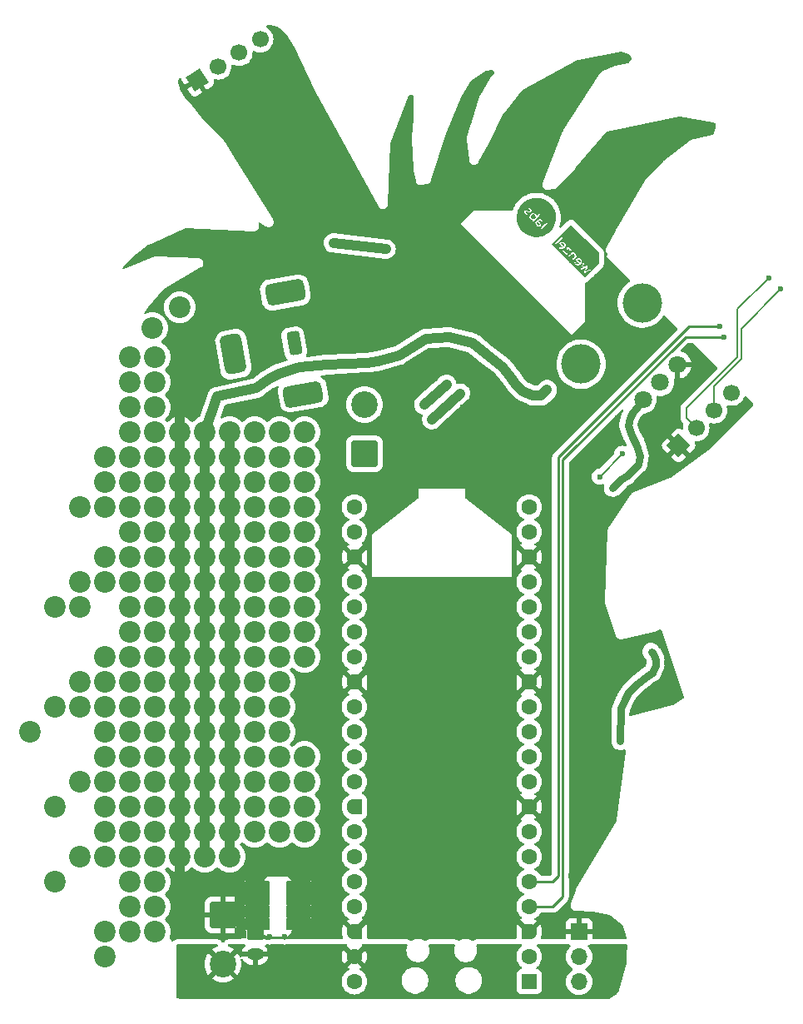
<source format=gbr>
%TF.GenerationSoftware,KiCad,Pcbnew,8.0.6*%
%TF.CreationDate,2024-11-07T16:30:56+01:00*%
%TF.ProjectId,SQUIM_v02,53515549-4d5f-4763-9032-2e6b69636164,rev?*%
%TF.SameCoordinates,Original*%
%TF.FileFunction,Copper,L2,Bot*%
%TF.FilePolarity,Positive*%
%FSLAX46Y46*%
G04 Gerber Fmt 4.6, Leading zero omitted, Abs format (unit mm)*
G04 Created by KiCad (PCBNEW 8.0.6) date 2024-11-07 16:30:56*
%MOMM*%
%LPD*%
G01*
G04 APERTURE LIST*
G04 Aperture macros list*
%AMRoundRect*
0 Rectangle with rounded corners*
0 $1 Rounding radius*
0 $2 $3 $4 $5 $6 $7 $8 $9 X,Y pos of 4 corners*
0 Add a 4 corners polygon primitive as box body*
4,1,4,$2,$3,$4,$5,$6,$7,$8,$9,$2,$3,0*
0 Add four circle primitives for the rounded corners*
1,1,$1+$1,$2,$3*
1,1,$1+$1,$4,$5*
1,1,$1+$1,$6,$7*
1,1,$1+$1,$8,$9*
0 Add four rect primitives between the rounded corners*
20,1,$1+$1,$2,$3,$4,$5,0*
20,1,$1+$1,$4,$5,$6,$7,0*
20,1,$1+$1,$6,$7,$8,$9,0*
20,1,$1+$1,$8,$9,$2,$3,0*%
%AMHorizOval*
0 Thick line with rounded ends*
0 $1 width*
0 $2 $3 position (X,Y) of the first rounded end (center of the circle)*
0 $4 $5 position (X,Y) of the second rounded end (center of the circle)*
0 Add line between two ends*
20,1,$1,$2,$3,$4,$5,0*
0 Add two circle primitives to create the rounded ends*
1,1,$1,$2,$3*
1,1,$1,$4,$5*%
%AMRotRect*
0 Rectangle, with rotation*
0 The origin of the aperture is its center*
0 $1 length*
0 $2 width*
0 $3 Rotation angle, in degrees counterclockwise*
0 Add horizontal line*
21,1,$1,$2,0,0,$3*%
%AMFreePoly0*
4,1,28,0.605014,0.794986,0.644504,0.794986,0.724698,0.756366,0.780194,0.686777,0.800000,0.600000,0.800000,-0.600000,0.780194,-0.686777,0.724698,-0.756366,0.644504,-0.794986,0.605014,-0.794986,0.600000,-0.800000,0.000000,-0.800000,-0.178017,-0.779942,-0.347107,-0.720775,-0.498792,-0.625465,-0.625465,-0.498792,-0.720775,-0.347107,-0.779942,-0.178017,-0.800000,0.000000,-0.779942,0.178017,
-0.720775,0.347107,-0.625465,0.498792,-0.498792,0.625465,-0.347107,0.720775,-0.178017,0.779942,0.000000,0.800000,0.600000,0.800000,0.605014,0.794986,0.605014,0.794986,$1*%
%AMFreePoly1*
4,1,28,0.178017,0.779942,0.347107,0.720775,0.498792,0.625465,0.625465,0.498792,0.720775,0.347107,0.779942,0.178017,0.800000,0.000000,0.779942,-0.178017,0.720775,-0.347107,0.625465,-0.498792,0.498792,-0.625465,0.347107,-0.720775,0.178017,-0.779942,0.000000,-0.800000,-0.600000,-0.800000,-0.605014,-0.794986,-0.644504,-0.794986,-0.724698,-0.756366,-0.780194,-0.686777,-0.800000,-0.600000,
-0.800000,0.600000,-0.780194,0.686777,-0.724698,0.756366,-0.644504,0.794986,-0.605014,0.794986,-0.600000,0.800000,0.000000,0.800000,0.178017,0.779942,0.178017,0.779942,$1*%
G04 Aperture macros list end*
%TA.AperFunction,EtchedComponent*%
%ADD10C,0.000000*%
%TD*%
%TA.AperFunction,SMDPad,CuDef*%
%ADD11RoundRect,0.063500X1.206500X-0.571500X1.206500X0.571500X-1.206500X0.571500X-1.206500X-0.571500X0*%
%TD*%
%TA.AperFunction,SMDPad,CuDef*%
%ADD12RoundRect,0.063500X-1.206500X0.571500X-1.206500X-0.571500X1.206500X-0.571500X1.206500X0.571500X0*%
%TD*%
%TA.AperFunction,ComponentPad*%
%ADD13C,2.200000*%
%TD*%
%TA.AperFunction,ComponentPad*%
%ADD14RoundRect,0.250000X-0.625000X0.350000X-0.625000X-0.350000X0.625000X-0.350000X0.625000X0.350000X0*%
%TD*%
%TA.AperFunction,ComponentPad*%
%ADD15O,1.750000X1.200000*%
%TD*%
%TA.AperFunction,ComponentPad*%
%ADD16RoundRect,0.325000X0.472005X-0.805271X0.168120X0.918142X-0.472005X0.805271X-0.168120X-0.918142X0*%
%TD*%
%TA.AperFunction,ComponentPad*%
%ADD17RoundRect,0.550000X-1.332465X-0.793434X1.523478X-0.289854X1.332465X0.793434X-1.523478X0.289854X0*%
%TD*%
%TA.AperFunction,ComponentPad*%
%ADD18RoundRect,0.550000X0.793434X-1.332465X0.289854X1.523478X-0.793434X1.332465X-0.289854X-1.523478X0*%
%TD*%
%TA.AperFunction,ComponentPad*%
%ADD19RotRect,1.700000X1.700000X135.000000*%
%TD*%
%TA.AperFunction,ComponentPad*%
%ADD20HorizOval,1.700000X0.000000X0.000000X0.000000X0.000000X0*%
%TD*%
%TA.AperFunction,WasherPad*%
%ADD21C,4.000000*%
%TD*%
%TA.AperFunction,ComponentPad*%
%ADD22C,1.800000*%
%TD*%
%TA.AperFunction,ComponentPad*%
%ADD23RoundRect,0.250001X1.099999X-1.099999X1.099999X1.099999X-1.099999X1.099999X-1.099999X-1.099999X0*%
%TD*%
%TA.AperFunction,ComponentPad*%
%ADD24C,2.700000*%
%TD*%
%TA.AperFunction,ComponentPad*%
%ADD25RoundRect,0.250001X-1.099999X1.099999X-1.099999X-1.099999X1.099999X-1.099999X1.099999X1.099999X0*%
%TD*%
%TA.AperFunction,ComponentPad*%
%ADD26RoundRect,0.200000X0.600000X0.600000X-0.600000X0.600000X-0.600000X-0.600000X0.600000X-0.600000X0*%
%TD*%
%TA.AperFunction,ComponentPad*%
%ADD27C,1.600000*%
%TD*%
%TA.AperFunction,ComponentPad*%
%ADD28FreePoly0,180.000000*%
%TD*%
%TA.AperFunction,ComponentPad*%
%ADD29FreePoly1,180.000000*%
%TD*%
%TA.AperFunction,ComponentPad*%
%ADD30RotRect,1.700000X1.700000X303.000000*%
%TD*%
%TA.AperFunction,ComponentPad*%
%ADD31C,1.700000*%
%TD*%
%TA.AperFunction,ComponentPad*%
%ADD32R,1.700000X1.700000*%
%TD*%
%TA.AperFunction,ComponentPad*%
%ADD33O,1.700000X1.700000*%
%TD*%
%TA.AperFunction,ViaPad*%
%ADD34C,0.600000*%
%TD*%
%TA.AperFunction,Conductor*%
%ADD35C,0.300000*%
%TD*%
%TA.AperFunction,Conductor*%
%ADD36C,1.000000*%
%TD*%
%TA.AperFunction,Conductor*%
%ADD37C,0.250000*%
%TD*%
%TA.AperFunction,Conductor*%
%ADD38C,0.200000*%
%TD*%
%TA.AperFunction,Conductor*%
%ADD39C,0.800000*%
%TD*%
G04 APERTURE END LIST*
D10*
%TA.AperFunction,EtchedComponent*%
%TO.C,REF\u002A\u002A*%
G36*
X152055813Y-79326991D02*
G01*
X152059467Y-79330655D01*
X152122387Y-79399256D01*
X152159693Y-79454268D01*
X152173909Y-79500576D01*
X152167565Y-79543064D01*
X152138575Y-79582669D01*
X152090441Y-79602022D01*
X152034381Y-79594038D01*
X152010148Y-79580333D01*
X151962893Y-79533008D01*
X151923244Y-79467993D01*
X151898530Y-79395970D01*
X151891932Y-79349162D01*
X151899052Y-79312767D01*
X151924965Y-79279673D01*
X151966731Y-79237908D01*
X152055813Y-79326991D01*
G37*
%TD.AperFunction*%
%TA.AperFunction,EtchedComponent*%
G36*
X156195797Y-83078612D02*
G01*
X156261179Y-83108880D01*
X156308309Y-83160351D01*
X156333941Y-83226950D01*
X156334830Y-83302597D01*
X156307729Y-83381206D01*
X156307395Y-83381824D01*
X156298825Y-83395542D01*
X156288691Y-83400359D01*
X156272510Y-83393258D01*
X156245810Y-83371229D01*
X156204110Y-83331256D01*
X156142928Y-83270326D01*
X155997043Y-83124440D01*
X156038137Y-83099635D01*
X156041307Y-83097820D01*
X156088518Y-83081014D01*
X156143229Y-83073228D01*
X156195797Y-83078612D01*
G37*
%TD.AperFunction*%
%TA.AperFunction,EtchedComponent*%
G36*
X154543225Y-81414995D02*
G01*
X154603123Y-81453605D01*
X154648606Y-81510839D01*
X154659188Y-81535614D01*
X154669208Y-81601399D01*
X154659300Y-81666265D01*
X154630691Y-81716152D01*
X154628346Y-81718341D01*
X154616525Y-81723213D01*
X154599560Y-81717125D01*
X154572870Y-81696702D01*
X154531867Y-81658577D01*
X154471978Y-81599376D01*
X154421248Y-81548460D01*
X154379889Y-81505447D01*
X154356576Y-81477338D01*
X154348073Y-81459215D01*
X154351136Y-81446158D01*
X154362528Y-81433247D01*
X154414123Y-81402840D01*
X154477397Y-81397306D01*
X154543225Y-81414995D01*
G37*
%TD.AperFunction*%
%TA.AperFunction,EtchedComponent*%
G36*
X151569843Y-78478134D02*
G01*
X151625397Y-78501940D01*
X151687520Y-78553702D01*
X151736099Y-78621465D01*
X151762496Y-78695484D01*
X151773393Y-78760273D01*
X151661198Y-78872466D01*
X151653653Y-78880008D01*
X151603047Y-78929704D01*
X151568512Y-78959872D01*
X151543215Y-78974668D01*
X151520315Y-78978254D01*
X151492986Y-78974781D01*
X151492205Y-78974645D01*
X151445787Y-78964412D01*
X151412237Y-78953685D01*
X151379469Y-78932866D01*
X151331860Y-78887791D01*
X151290989Y-78835078D01*
X151267905Y-78787449D01*
X151267806Y-78787068D01*
X151262829Y-78710470D01*
X151289153Y-78636779D01*
X151347965Y-78562654D01*
X151381062Y-78531606D01*
X151443320Y-78488512D01*
X151503553Y-78471714D01*
X151569843Y-78478134D01*
G37*
%TD.AperFunction*%
%TA.AperFunction,EtchedComponent*%
G36*
X152027023Y-76810226D02*
G01*
X152277489Y-76852213D01*
X152520459Y-76924946D01*
X152751486Y-77027088D01*
X152966134Y-77157302D01*
X153045204Y-77217467D01*
X153163398Y-77321501D01*
X153280637Y-77439076D01*
X153387369Y-77560439D01*
X153474038Y-77675835D01*
X153595844Y-77880984D01*
X153699257Y-78115547D01*
X153770748Y-78357489D01*
X153810254Y-78604573D01*
X153817728Y-78854561D01*
X153793112Y-79105217D01*
X153736353Y-79354306D01*
X153647397Y-79599592D01*
X153526192Y-79838834D01*
X153437377Y-79970003D01*
X153320314Y-80108327D01*
X153220075Y-80207923D01*
X153184009Y-80243756D01*
X153035230Y-80370084D01*
X152880744Y-80481115D01*
X152727322Y-80570649D01*
X152646626Y-80609428D01*
X152411027Y-80698232D01*
X152168157Y-80755949D01*
X151921295Y-80782955D01*
X151673718Y-80779623D01*
X151428705Y-80746328D01*
X151189535Y-80683443D01*
X150959483Y-80591343D01*
X150741832Y-80470405D01*
X150539854Y-80320996D01*
X150432033Y-80222970D01*
X150260107Y-80032587D01*
X150199097Y-79944825D01*
X152230326Y-79944825D01*
X152258757Y-79980684D01*
X152284764Y-80003386D01*
X152323869Y-80005434D01*
X152328105Y-80003557D01*
X152358631Y-79981147D01*
X152410723Y-79935524D01*
X152483092Y-79867888D01*
X152574452Y-79779435D01*
X152683517Y-79671363D01*
X152696164Y-79658712D01*
X152790627Y-79563948D01*
X152863969Y-79489552D01*
X152918887Y-79432470D01*
X152958081Y-79389643D01*
X152984251Y-79358013D01*
X153000094Y-79334524D01*
X153008309Y-79316120D01*
X153011596Y-79299741D01*
X153012917Y-79279807D01*
X153005200Y-79253159D01*
X152976284Y-79238845D01*
X152970866Y-79237252D01*
X152959218Y-79235333D01*
X152946254Y-79237801D01*
X152929168Y-79247131D01*
X152905157Y-79265798D01*
X152871418Y-79296269D01*
X152825145Y-79341024D01*
X152763537Y-79402533D01*
X152683787Y-79483274D01*
X152583093Y-79585714D01*
X152357827Y-79815031D01*
X152230326Y-79944825D01*
X150199097Y-79944825D01*
X150116126Y-79825473D01*
X150000760Y-79604116D01*
X149914679Y-79371000D01*
X149913574Y-79366229D01*
X151677999Y-79366229D01*
X151679530Y-79392431D01*
X151700408Y-79424940D01*
X151734191Y-79440171D01*
X151769883Y-79430434D01*
X151800689Y-79407291D01*
X151821825Y-79488269D01*
X151845898Y-79556106D01*
X151896520Y-79636703D01*
X151961720Y-79694732D01*
X152036745Y-79727435D01*
X152116836Y-79732053D01*
X152197237Y-79705832D01*
X152229076Y-79686281D01*
X152257175Y-79655592D01*
X152277856Y-79606839D01*
X152281326Y-79595582D01*
X152292225Y-79537526D01*
X152292344Y-79487414D01*
X152273699Y-79433533D01*
X152234139Y-79364507D01*
X152179307Y-79289941D01*
X152114638Y-79218072D01*
X152078169Y-79180530D01*
X152063456Y-79158531D01*
X152068310Y-79143806D01*
X152090503Y-79128038D01*
X152091159Y-79127629D01*
X152137007Y-79110673D01*
X152190338Y-79105202D01*
X152196994Y-79105593D01*
X152223280Y-79110131D01*
X152248880Y-79122182D01*
X152278052Y-79145622D01*
X152315055Y-79184329D01*
X152364149Y-79242183D01*
X152429592Y-79323064D01*
X152449964Y-79340132D01*
X152490109Y-79346418D01*
X152500119Y-79343602D01*
X152519169Y-79327212D01*
X152520738Y-79290858D01*
X152513725Y-79260827D01*
X152485255Y-79199193D01*
X152441725Y-79131839D01*
X152389956Y-79068800D01*
X152336767Y-79020117D01*
X152292277Y-78994602D01*
X152206971Y-78972610D01*
X152116957Y-78976201D01*
X152033742Y-79005917D01*
X152028117Y-79009643D01*
X152006400Y-79024022D01*
X151955470Y-79064977D01*
X151896498Y-79118078D01*
X151835111Y-79177622D01*
X151776940Y-79237911D01*
X151727612Y-79293241D01*
X151692757Y-79337914D01*
X151677999Y-79366229D01*
X149913574Y-79366229D01*
X149858549Y-79128620D01*
X149833042Y-78879461D01*
X149836526Y-78726812D01*
X151135762Y-78726812D01*
X151144729Y-78819280D01*
X151173339Y-78898378D01*
X151177761Y-78906036D01*
X151206055Y-78949592D01*
X151230452Y-78979710D01*
X151263325Y-79003951D01*
X151317559Y-79032503D01*
X151374154Y-79054506D01*
X151418192Y-79063318D01*
X151433835Y-79063955D01*
X151447945Y-79073423D01*
X151441608Y-79102881D01*
X151437331Y-79140105D01*
X151455178Y-79178254D01*
X151494509Y-79196069D01*
X151500820Y-79195615D01*
X151516935Y-79188627D01*
X151540983Y-79171638D01*
X151575585Y-79142272D01*
X151623360Y-79098146D01*
X151686928Y-79036886D01*
X151768909Y-78956114D01*
X151871923Y-78853448D01*
X151958212Y-78767065D01*
X152039865Y-78684860D01*
X152102079Y-78621291D01*
X152147345Y-78573519D01*
X152178157Y-78538709D01*
X152197007Y-78514018D01*
X152206394Y-78496610D01*
X152208801Y-78483648D01*
X152206731Y-78472289D01*
X152195956Y-78441693D01*
X152179845Y-78427227D01*
X152146456Y-78424867D01*
X152145044Y-78424888D01*
X152121082Y-78431254D01*
X152089600Y-78451596D01*
X152045630Y-78489726D01*
X151984208Y-78549457D01*
X151859618Y-78674047D01*
X151846088Y-78603386D01*
X151840902Y-78580718D01*
X151800335Y-78489838D01*
X151734723Y-78417723D01*
X151648959Y-78368583D01*
X151547928Y-78346633D01*
X151442908Y-78354450D01*
X151378974Y-78380187D01*
X151345332Y-78393727D01*
X151254349Y-78465617D01*
X151247165Y-78472954D01*
X151192051Y-78541003D01*
X151156248Y-78607356D01*
X151147306Y-78635824D01*
X151135762Y-78726812D01*
X149836526Y-78726812D01*
X149838826Y-78626007D01*
X149876571Y-78370754D01*
X149903815Y-78272202D01*
X150599910Y-78272202D01*
X150631991Y-78356042D01*
X150654721Y-78393025D01*
X150692259Y-78439371D01*
X150740876Y-78479551D01*
X150810720Y-78523044D01*
X150864886Y-78552025D01*
X150914903Y-78570219D01*
X150949531Y-78568441D01*
X150974778Y-78547593D01*
X150980503Y-78539884D01*
X150985867Y-78528539D01*
X150982920Y-78515610D01*
X150968141Y-78497051D01*
X150938001Y-78468815D01*
X150888976Y-78426860D01*
X150817543Y-78367135D01*
X150784257Y-78338625D01*
X150749236Y-78303888D01*
X150731997Y-78276119D01*
X150726529Y-78247416D01*
X150726441Y-78245511D01*
X150730686Y-78202180D01*
X150750041Y-78179682D01*
X150787553Y-78177836D01*
X150846258Y-78196460D01*
X150929199Y-78235375D01*
X150973427Y-78256940D01*
X151070834Y-78294716D01*
X151149399Y-78308327D01*
X151212358Y-78298049D01*
X151262952Y-78264165D01*
X151267196Y-78259706D01*
X151303535Y-78199732D01*
X151323055Y-78125549D01*
X151321341Y-78053104D01*
X151314172Y-78030017D01*
X151282128Y-77973615D01*
X151233609Y-77915435D01*
X151175581Y-77861529D01*
X151115006Y-77817955D01*
X151058853Y-77790764D01*
X151014082Y-77786011D01*
X150986469Y-77799796D01*
X150975752Y-77829507D01*
X150991321Y-77867014D01*
X151032220Y-77906001D01*
X151080956Y-77943032D01*
X151147939Y-78008060D01*
X151185664Y-78068157D01*
X151193143Y-78121462D01*
X151169394Y-78166105D01*
X151157956Y-78173918D01*
X151113861Y-78176204D01*
X151049527Y-78153315D01*
X150966261Y-78105642D01*
X150900146Y-78069361D01*
X150813289Y-78043287D01*
X150735911Y-78045621D01*
X150671431Y-78076076D01*
X150623270Y-78134363D01*
X150601469Y-78191203D01*
X150599910Y-78272202D01*
X149903815Y-78272202D01*
X149946945Y-78116184D01*
X149958557Y-78083411D01*
X150056837Y-77862616D01*
X150184151Y-77654700D01*
X150337401Y-77462756D01*
X150513493Y-77289876D01*
X150709330Y-77139152D01*
X150921815Y-77013680D01*
X151147850Y-76916551D01*
X151230124Y-76888921D01*
X151409555Y-76840829D01*
X151587272Y-76812216D01*
X151779022Y-76800186D01*
X152027023Y-76810226D01*
G37*
%TD.AperFunction*%
%TA.AperFunction,EtchedComponent*%
G36*
X156769487Y-80949394D02*
G01*
X158186481Y-82366389D01*
X158186296Y-82935516D01*
X158186109Y-83504644D01*
X157490267Y-84200487D01*
X157463578Y-84227127D01*
X157382714Y-84307848D01*
X157261346Y-84428517D01*
X157148748Y-84539952D01*
X157047079Y-84640042D01*
X156958505Y-84726671D01*
X156885184Y-84797727D01*
X156829279Y-84851098D01*
X156792953Y-84884670D01*
X156778366Y-84896330D01*
X156769436Y-84888879D01*
X156737806Y-84858986D01*
X156684727Y-84807492D01*
X156611560Y-84735753D01*
X156519668Y-84645121D01*
X156410418Y-84536954D01*
X156285166Y-84412606D01*
X156145282Y-84273431D01*
X155992127Y-84120786D01*
X155899372Y-84028202D01*
X156320184Y-84028202D01*
X156329439Y-84052755D01*
X156358248Y-84080198D01*
X156407018Y-84121516D01*
X156628334Y-84011685D01*
X156662402Y-83994834D01*
X156737450Y-83958164D01*
X156799091Y-83928663D01*
X156841694Y-83909000D01*
X156859632Y-83901853D01*
X156860069Y-83902262D01*
X156853959Y-83920667D01*
X156834814Y-83962381D01*
X156805290Y-84021841D01*
X156768046Y-84093486D01*
X156765448Y-84098395D01*
X156726090Y-84174895D01*
X156692547Y-84243820D01*
X156668303Y-84297786D01*
X156656840Y-84329403D01*
X156655649Y-84350675D01*
X156671643Y-84394774D01*
X156705005Y-84428147D01*
X156746314Y-84439232D01*
X156748639Y-84438826D01*
X156778169Y-84428017D01*
X156830745Y-84404923D01*
X156900423Y-84372488D01*
X156981260Y-84333656D01*
X157067310Y-84291374D01*
X157152632Y-84248588D01*
X157231278Y-84208242D01*
X157297312Y-84173281D01*
X157344783Y-84146652D01*
X157367749Y-84131298D01*
X157370639Y-84128027D01*
X157380036Y-84093478D01*
X157368871Y-84054688D01*
X157341306Y-84027934D01*
X157336753Y-84027477D01*
X157305446Y-84035946D01*
X157252561Y-84056999D01*
X157184161Y-84087743D01*
X157106311Y-84125284D01*
X157025076Y-84166725D01*
X156946519Y-84209170D01*
X156876707Y-84249728D01*
X156846034Y-84264532D01*
X156827073Y-84265995D01*
X156827351Y-84261229D01*
X156838773Y-84231908D01*
X156862745Y-84180888D01*
X156896668Y-84113579D01*
X156937943Y-84035387D01*
X156943019Y-84025951D01*
X156995303Y-83925272D01*
X157030282Y-83848931D01*
X157048878Y-83793048D01*
X157052013Y-83753758D01*
X157040612Y-83727189D01*
X157015595Y-83709466D01*
X157005124Y-83706322D01*
X156981586Y-83707435D01*
X156946483Y-83718008D01*
X156895321Y-83739828D01*
X156823607Y-83774687D01*
X156726846Y-83824368D01*
X156474157Y-83955961D01*
X156546444Y-83821090D01*
X156552202Y-83810345D01*
X156595743Y-83729149D01*
X156641201Y-83644431D01*
X156679618Y-83572888D01*
X156696864Y-83539493D01*
X156724337Y-83472727D01*
X156729429Y-83427282D01*
X156712014Y-83400098D01*
X156671964Y-83388113D01*
X156623511Y-83383020D01*
X156496152Y-83637303D01*
X156468419Y-83693003D01*
X156445092Y-83740560D01*
X156424865Y-83781797D01*
X156386556Y-83861450D01*
X156356857Y-83924938D01*
X156339135Y-83965231D01*
X156328274Y-83993250D01*
X156320184Y-84028202D01*
X155899372Y-84028202D01*
X155827060Y-83956023D01*
X155651449Y-83780500D01*
X155466656Y-83595574D01*
X155274043Y-83402596D01*
X155191464Y-83319766D01*
X155679740Y-83319766D01*
X155691842Y-83381161D01*
X155701446Y-83403904D01*
X155742003Y-83469683D01*
X155798479Y-83538754D01*
X155861681Y-83600603D01*
X155922409Y-83644718D01*
X155971154Y-83664338D01*
X156055850Y-83676674D01*
X156143763Y-83669832D01*
X156220271Y-83643855D01*
X156296260Y-83591728D01*
X156369645Y-83516978D01*
X156427118Y-83431669D01*
X156463528Y-83343597D01*
X156473719Y-83260552D01*
X156473003Y-83251213D01*
X156448478Y-83158405D01*
X156396924Y-83075018D01*
X156324476Y-83006961D01*
X156237266Y-82960145D01*
X156141432Y-82940477D01*
X156130043Y-82940326D01*
X156047525Y-82954246D01*
X155964096Y-82989749D01*
X155894768Y-83040731D01*
X155876586Y-83060244D01*
X155867355Y-83075471D01*
X155860266Y-83087162D01*
X155858342Y-83115675D01*
X155872898Y-83150076D01*
X155906028Y-83194653D01*
X155959821Y-83253699D01*
X156036366Y-83331506D01*
X156078260Y-83373586D01*
X156128238Y-83425100D01*
X156159147Y-83459983D01*
X156174249Y-83482528D01*
X156176797Y-83497031D01*
X156170050Y-83507785D01*
X156169375Y-83508450D01*
X156123330Y-83532353D01*
X156061616Y-83537409D01*
X155997194Y-83522517D01*
X155947530Y-83495874D01*
X155872072Y-83426685D01*
X155810487Y-83330292D01*
X155799535Y-83308437D01*
X155778488Y-83272757D01*
X155760042Y-83257147D01*
X155736567Y-83253701D01*
X155722214Y-83255092D01*
X155690367Y-83276311D01*
X155679740Y-83319766D01*
X155191464Y-83319766D01*
X155074972Y-83202921D01*
X154629262Y-82755606D01*
X155041108Y-82755606D01*
X155075912Y-82797859D01*
X155080921Y-82803858D01*
X155097031Y-82819897D01*
X155113936Y-82826450D01*
X155135555Y-82821163D01*
X155165802Y-82801678D01*
X155208593Y-82765635D01*
X155267850Y-82710683D01*
X155347484Y-82634462D01*
X155355768Y-82626499D01*
X155421304Y-82564006D01*
X155468123Y-82521293D01*
X155501204Y-82494813D01*
X155525514Y-82481017D01*
X155546027Y-82476352D01*
X155567719Y-82477274D01*
X155627900Y-82496969D01*
X155679958Y-82545160D01*
X155714765Y-82617055D01*
X155729343Y-82708390D01*
X155729557Y-82714911D01*
X155729107Y-82740131D01*
X155723529Y-82762373D01*
X155709048Y-82787020D01*
X155681890Y-82819450D01*
X155638281Y-82865048D01*
X155574446Y-82929185D01*
X155527802Y-82976543D01*
X155466040Y-83043066D01*
X155429412Y-83089003D01*
X155417331Y-83115056D01*
X155417332Y-83115332D01*
X155429068Y-83149753D01*
X155455550Y-83181187D01*
X155484429Y-83194933D01*
X155486066Y-83194379D01*
X155507000Y-83178174D01*
X155547058Y-83142208D01*
X155602404Y-83090078D01*
X155669199Y-83025385D01*
X155743610Y-82951728D01*
X155757445Y-82937887D01*
X155836528Y-82858401D01*
X155894808Y-82798672D01*
X155935210Y-82755219D01*
X155960659Y-82724563D01*
X155974080Y-82703224D01*
X155978399Y-82687724D01*
X155976538Y-82674579D01*
X155968154Y-82658613D01*
X155934471Y-82635880D01*
X155891668Y-82631642D01*
X155854617Y-82649016D01*
X155845621Y-82656904D01*
X155834842Y-82656906D01*
X155827662Y-82634587D01*
X155821114Y-82584200D01*
X155815757Y-82544963D01*
X155803283Y-82503163D01*
X155778895Y-82465859D01*
X155735690Y-82419767D01*
X155693671Y-82381708D01*
X155628540Y-82343071D01*
X155560923Y-82332222D01*
X155482061Y-82346633D01*
X155457221Y-82355622D01*
X155430053Y-82370527D01*
X155398336Y-82394562D01*
X155357444Y-82431654D01*
X155302747Y-82485725D01*
X155229617Y-82560702D01*
X155093284Y-82701659D01*
X155041108Y-82755606D01*
X154629262Y-82755606D01*
X154100869Y-82225311D01*
X154523586Y-82225311D01*
X154530248Y-82243433D01*
X154547832Y-82268267D01*
X154579643Y-82304075D01*
X154628996Y-82355123D01*
X154699196Y-82425675D01*
X154739595Y-82465809D01*
X154809480Y-82532808D01*
X154862240Y-82578177D01*
X154901794Y-82604180D01*
X154932053Y-82613094D01*
X154956932Y-82607182D01*
X154980344Y-82588719D01*
X154987826Y-82567378D01*
X154996696Y-82517395D01*
X155005890Y-82444831D01*
X155014687Y-82355451D01*
X155022361Y-82255024D01*
X155042978Y-81942723D01*
X155173841Y-82061605D01*
X155193520Y-82079400D01*
X155256255Y-82134070D01*
X155301030Y-82167930D01*
X155332580Y-82183536D01*
X155355627Y-82183439D01*
X155374904Y-82170193D01*
X155380049Y-82164786D01*
X155393069Y-82144116D01*
X155393541Y-82120573D01*
X155379009Y-82090117D01*
X155347018Y-82048709D01*
X155295111Y-81992313D01*
X155220833Y-81916890D01*
X155146270Y-81843801D01*
X155083831Y-81786523D01*
X155041196Y-81752923D01*
X155017145Y-81741957D01*
X155000595Y-81743316D01*
X154975163Y-81754442D01*
X154955157Y-81780036D01*
X154939378Y-81823980D01*
X154926633Y-81890161D01*
X154915730Y-81982458D01*
X154905470Y-82104758D01*
X154902432Y-82145461D01*
X154883015Y-82405807D01*
X154753496Y-82283059D01*
X154718840Y-82250533D01*
X154667849Y-82205109D01*
X154631685Y-82177955D01*
X154604632Y-82165068D01*
X154580968Y-82162454D01*
X154577994Y-82162625D01*
X154543571Y-82172442D01*
X154526358Y-82202919D01*
X154524535Y-82209635D01*
X154523586Y-82225311D01*
X154100869Y-82225311D01*
X153521273Y-81643629D01*
X154012578Y-81643629D01*
X154024111Y-81705767D01*
X154026844Y-81713731D01*
X154065893Y-81790063D01*
X154124050Y-81866560D01*
X154191818Y-81932311D01*
X154259701Y-81976407D01*
X154275017Y-81982605D01*
X154338770Y-81999441D01*
X154403999Y-82006813D01*
X154483186Y-81996981D01*
X154573980Y-81959297D01*
X154655789Y-81898817D01*
X154723740Y-81821298D01*
X154772957Y-81732499D01*
X154798568Y-81638177D01*
X154795698Y-81544090D01*
X154787862Y-81511291D01*
X154770838Y-81469469D01*
X154741760Y-81428740D01*
X154693635Y-81377713D01*
X154665594Y-81350371D01*
X154620670Y-81312454D01*
X154581315Y-81290821D01*
X154536999Y-81278823D01*
X154461585Y-81272303D01*
X154362621Y-81289640D01*
X154261758Y-81338422D01*
X154220933Y-81364807D01*
X154195458Y-81386700D01*
X154186641Y-81408120D01*
X154187794Y-81438071D01*
X154189441Y-81449088D01*
X154197380Y-81472477D01*
X154214518Y-81499887D01*
X154239531Y-81529955D01*
X154244689Y-81536156D01*
X154291732Y-81586121D01*
X154359479Y-81654619D01*
X154424626Y-81721004D01*
X154478547Y-81779635D01*
X154507763Y-81817163D01*
X154512767Y-81834165D01*
X154495082Y-81846139D01*
X154445356Y-81860862D01*
X154386281Y-81864587D01*
X154333098Y-81855503D01*
X154313291Y-81847151D01*
X154244803Y-81800610D01*
X154182961Y-81734134D01*
X154137955Y-81658037D01*
X154121493Y-81623160D01*
X154100839Y-81596236D01*
X154076337Y-81587370D01*
X154059206Y-81587198D01*
X154024523Y-81603547D01*
X154012578Y-81643629D01*
X153521273Y-81643629D01*
X153387637Y-81509512D01*
X153447173Y-81449605D01*
X153735105Y-81449605D01*
X153769913Y-81491858D01*
X153785548Y-81509266D01*
X153810826Y-81523216D01*
X153839172Y-81513192D01*
X153839994Y-81512661D01*
X153862315Y-81493587D01*
X153904557Y-81453814D01*
X153963305Y-81396692D01*
X154035145Y-81325569D01*
X154116666Y-81243798D01*
X154204453Y-81154723D01*
X154229281Y-81129382D01*
X154321866Y-81034559D01*
X154393643Y-80960219D01*
X154447117Y-80903479D01*
X154484790Y-80861459D01*
X154509164Y-80831281D01*
X154522744Y-80810063D01*
X154528032Y-80794926D01*
X154527531Y-80782987D01*
X154518164Y-80759986D01*
X154485589Y-80741058D01*
X154478678Y-80740191D01*
X154465788Y-80742677D01*
X154448312Y-80752090D01*
X154423500Y-80770884D01*
X154388606Y-80801513D01*
X154340881Y-80846430D01*
X154277579Y-80908093D01*
X154195951Y-80988951D01*
X154093250Y-81091461D01*
X153735105Y-81449605D01*
X153447173Y-81449605D01*
X154370065Y-80520956D01*
X155352492Y-79532400D01*
X156769487Y-80949394D01*
G37*
%TD.AperFunction*%
%TD*%
D11*
%TO.P,J16,1,Pin_1*%
%TO.N,GND*%
X127630228Y-150669994D03*
%TD*%
%TO.P,J15,1,Pin_1*%
%TO.N,GND*%
X127630228Y-149419994D03*
%TD*%
%TO.P,J14,1,Pin_1*%
%TO.N,GND*%
X127630228Y-148169994D03*
%TD*%
%TO.P,J13,1,Pin_1*%
%TO.N,GND*%
X127630228Y-146919994D03*
%TD*%
D12*
%TO.P,J11,1,Pin_1*%
%TO.N,GND*%
X123390228Y-150669994D03*
%TD*%
%TO.P,J10,1,Pin_1*%
%TO.N,GND*%
X123390228Y-149419994D03*
%TD*%
%TO.P,J9,1,Pin_1*%
%TO.N,GND*%
X123390228Y-148169994D03*
%TD*%
%TO.P,J8,1,Pin_1*%
%TO.N,GND*%
X123390228Y-146919994D03*
%TD*%
D13*
%TO.P,,1*%
%TO.N,GND*%
X115540228Y-100639994D03*
%TD*%
%TO.P,,1*%
%TO.N,GND*%
X115540228Y-103179994D03*
%TD*%
%TO.P,,1*%
%TO.N,GND*%
X115540228Y-108259994D03*
%TD*%
%TO.P,,1*%
%TO.N,GND*%
X115540228Y-110799994D03*
%TD*%
%TO.P,,1*%
%TO.N,GND*%
X115540228Y-105719994D03*
%TD*%
%TO.P,,1*%
%TO.N,GND*%
X115540228Y-113339994D03*
%TD*%
%TO.P,,1*%
%TO.N,GND*%
X115540228Y-118419994D03*
%TD*%
%TO.P,,1*%
%TO.N,GND*%
X115540228Y-120959994D03*
%TD*%
%TO.P,,1*%
%TO.N,GND*%
X115540228Y-115879994D03*
%TD*%
%TO.P,,1*%
%TO.N,GND*%
X115540228Y-123499994D03*
%TD*%
%TO.P,,1*%
%TO.N,GND*%
X115540228Y-128579994D03*
%TD*%
%TO.P,,1*%
%TO.N,GND*%
X115540228Y-131119994D03*
%TD*%
%TO.P,,1*%
%TO.N,GND*%
X115540228Y-126039994D03*
%TD*%
%TO.P,,1*%
%TO.N,GND*%
X115540228Y-133659994D03*
%TD*%
%TO.P,,1*%
%TO.N,GND*%
X115540228Y-136199994D03*
%TD*%
%TO.P,,1*%
%TO.N,GND*%
X115540228Y-138739994D03*
%TD*%
%TO.P,,1*%
%TO.N,GND*%
X115540228Y-141279994D03*
%TD*%
D14*
%TO.P,J7,1,Pin_1*%
%TO.N,GND*%
X123210228Y-151719994D03*
D15*
%TO.P,J7,2,Pin_2*%
%TO.N,+5V*%
X123210228Y-153719994D03*
%TD*%
D13*
%TO.P,,1*%
%TO.N,N/C*%
X113000228Y-100639994D03*
%TD*%
%TO.P,,1*%
%TO.N,+5V*%
X118080228Y-115879994D03*
%TD*%
%TO.P,,1*%
%TO.N,N/C*%
X123160228Y-138739994D03*
%TD*%
%TO.P,,1*%
%TO.N,N/C*%
X125700228Y-100639994D03*
%TD*%
%TO.P,,1*%
%TO.N,+3V3*%
X120620228Y-131119994D03*
%TD*%
%TO.P,,1*%
%TO.N,+5V*%
X118080228Y-131119994D03*
%TD*%
%TO.P,,1*%
%TO.N,N/C*%
X128240228Y-133659994D03*
%TD*%
%TO.P,,1*%
%TO.N,N/C*%
X123160228Y-120959994D03*
%TD*%
%TO.P,,1*%
%TO.N,N/C*%
X113000228Y-95559994D03*
%TD*%
%TO.P,,1*%
%TO.N,N/C*%
X113000228Y-141279994D03*
%TD*%
D16*
%TO.P,J2,1,In*%
%TO.N,Net-(J2-In)*%
X127192625Y-91613369D03*
D17*
%TO.P,J2,2,Ext*%
%TO.N,Net-(J2-Ext)*%
X126280972Y-86443128D03*
D18*
X120988336Y-92707352D03*
D17*
X128104278Y-96783610D03*
%TD*%
D13*
%TO.P,,1*%
%TO.N,N/C*%
X107920228Y-108259994D03*
%TD*%
%TO.P,,1*%
%TO.N,N/C*%
X105380228Y-118419994D03*
%TD*%
%TO.P,,1*%
%TO.N,N/C*%
X115540228Y-87939994D03*
%TD*%
%TO.P,,1*%
%TO.N,N/C*%
X125700228Y-115879994D03*
%TD*%
%TO.P,,1*%
%TO.N,N/C*%
X110460228Y-138739994D03*
%TD*%
%TO.P,,1*%
%TO.N,+3V3*%
X120620228Y-136199994D03*
%TD*%
%TO.P,,1*%
%TO.N,N/C*%
X128240228Y-103179994D03*
%TD*%
%TO.P,,1*%
%TO.N,+5V*%
X118080228Y-100639994D03*
%TD*%
%TO.P,,1*%
%TO.N,N/C*%
X110460228Y-123499994D03*
%TD*%
D19*
%TO.P,J6,1,Pin_1*%
%TO.N,GND*%
X166300000Y-102000000D03*
D20*
%TO.P,J6,2,Pin_2*%
%TO.N,EXT_LED_DO*%
X168096051Y-100203949D03*
%TO.P,J6,3,Pin_3*%
%TO.N,EXT_LED_CO*%
X169892102Y-98407898D03*
%TO.P,J6,4,Pin_4*%
%TO.N,+5V*%
X171688154Y-96611846D03*
%TD*%
D13*
%TO.P,,1*%
%TO.N,N/C*%
X110460228Y-131119994D03*
%TD*%
%TO.P,,1*%
%TO.N,N/C*%
X125700228Y-123499994D03*
%TD*%
%TO.P,,1*%
%TO.N,N/C*%
X113000228Y-108259994D03*
%TD*%
%TO.P,,1*%
%TO.N,N/C*%
X110460228Y-93019994D03*
%TD*%
%TO.P,,1*%
%TO.N,N/C*%
X125700228Y-136199994D03*
%TD*%
%TO.P,,1*%
%TO.N,N/C*%
X113000228Y-133659994D03*
%TD*%
%TO.P,,1*%
%TO.N,N/C*%
X110460228Y-143819994D03*
%TD*%
%TO.P,,1*%
%TO.N,N/C*%
X107920228Y-136199994D03*
%TD*%
%TO.P,,1*%
%TO.N,N/C*%
X107920228Y-126039994D03*
%TD*%
%TO.P,,1*%
%TO.N,N/C*%
X123160228Y-131119994D03*
%TD*%
%TO.P,,1*%
%TO.N,N/C*%
X110460228Y-108259994D03*
%TD*%
%TO.P,,1*%
%TO.N,N/C*%
X102840228Y-128579994D03*
%TD*%
%TO.P,,1*%
%TO.N,N/C*%
X123160228Y-136199994D03*
%TD*%
%TO.P,,1*%
%TO.N,N/C*%
X113000228Y-143819994D03*
%TD*%
%TO.P,,1*%
%TO.N,N/C*%
X113000228Y-136199994D03*
%TD*%
%TO.P,,1*%
%TO.N,N/C*%
X125700228Y-118419994D03*
%TD*%
%TO.P,,1*%
%TO.N,+3V3*%
X120620228Y-126039994D03*
%TD*%
%TO.P,,1*%
%TO.N,N/C*%
X100300228Y-131119994D03*
%TD*%
%TO.P,,1*%
%TO.N,N/C*%
X113000228Y-120959994D03*
%TD*%
%TO.P,,1*%
%TO.N,N/C*%
X107920228Y-113339994D03*
%TD*%
%TO.P,,1*%
%TO.N,N/C*%
X113000228Y-151439994D03*
%TD*%
%TO.P,,1*%
%TO.N,N/C*%
X110460228Y-120959994D03*
%TD*%
%TO.P,,1*%
%TO.N,N/C*%
X107920228Y-153979994D03*
%TD*%
%TO.P,,1*%
%TO.N,N/C*%
X110460228Y-148899994D03*
%TD*%
%TO.P,,1*%
%TO.N,N/C*%
X125700228Y-108259994D03*
%TD*%
%TO.P,,1*%
%TO.N,N/C*%
X128240228Y-115879994D03*
%TD*%
%TO.P,,1*%
%TO.N,N/C*%
X123160228Y-105719994D03*
%TD*%
%TO.P,,1*%
%TO.N,+3V3*%
X120620228Y-123499994D03*
%TD*%
%TO.P,,1*%
%TO.N,+5V*%
X118080228Y-118419994D03*
%TD*%
%TO.P,,1*%
%TO.N,N/C*%
X113000228Y-118419994D03*
%TD*%
%TO.P,,1*%
%TO.N,N/C*%
X125700228Y-103179994D03*
%TD*%
D21*
%TO.P,RV1,*%
%TO.N,*%
X156371216Y-93729289D03*
X162593755Y-87506750D03*
D22*
%TO.P,RV1,1,1*%
%TO.N,GND*%
X166200000Y-93800000D03*
%TO.P,RV1,2,2*%
%TO.N,Net-(U1-GPIO26_ADC0)*%
X164432233Y-95567767D03*
%TO.P,RV1,3,3*%
%TO.N,+3V3*%
X162664466Y-97335534D03*
%TD*%
D13*
%TO.P,,1*%
%TO.N,N/C*%
X125700228Y-128579994D03*
%TD*%
%TO.P,,1*%
%TO.N,N/C*%
X123160228Y-108259994D03*
%TD*%
%TO.P,,1*%
%TO.N,N/C*%
X107920228Y-138739994D03*
%TD*%
%TO.P,,1*%
%TO.N,N/C*%
X128240228Y-123499994D03*
%TD*%
%TO.P,,1*%
%TO.N,N/C*%
X105380228Y-115879994D03*
%TD*%
%TO.P,,1*%
%TO.N,N/C*%
X125700228Y-133659994D03*
%TD*%
%TO.P,,1*%
%TO.N,N/C*%
X128240228Y-113339994D03*
%TD*%
%TO.P,,1*%
%TO.N,+3V3*%
X120620228Y-118419994D03*
%TD*%
%TO.P,,1*%
%TO.N,+3V3*%
X120620228Y-143819994D03*
%TD*%
%TO.P,,1*%
%TO.N,N/C*%
X110460228Y-115879994D03*
%TD*%
%TO.P,,1*%
%TO.N,+3V3*%
X120620228Y-138739994D03*
%TD*%
%TO.P,,1*%
%TO.N,+5V*%
X118080228Y-141279994D03*
%TD*%
%TO.P,,1*%
%TO.N,N/C*%
X105380228Y-128579994D03*
%TD*%
%TO.P,,1*%
%TO.N,+5V*%
X118080228Y-113339994D03*
%TD*%
%TO.P,,1*%
%TO.N,+5V*%
X118080228Y-108259994D03*
%TD*%
%TO.P,,1*%
%TO.N,N/C*%
X102840228Y-146359994D03*
%TD*%
%TO.P,,1*%
%TO.N,N/C*%
X113000228Y-113339994D03*
%TD*%
%TO.P,,1*%
%TO.N,N/C*%
X113000228Y-146359994D03*
%TD*%
%TO.P,,1*%
%TO.N,N/C*%
X107920228Y-115879994D03*
%TD*%
%TO.P,,1*%
%TO.N,N/C*%
X123160228Y-115879994D03*
%TD*%
%TO.P,,1*%
%TO.N,N/C*%
X123160228Y-103179994D03*
%TD*%
%TO.P,,1*%
%TO.N,+3V3*%
X120620228Y-108259994D03*
%TD*%
%TO.P,,1*%
%TO.N,N/C*%
X125700228Y-110799994D03*
%TD*%
%TO.P,,1*%
%TO.N,N/C*%
X128240228Y-110799994D03*
%TD*%
D23*
%TO.P,J3,1,Pin_1*%
%TO.N,Net-(J2-Ext)*%
X134350000Y-102827500D03*
D24*
%TO.P,J3,2,Pin_2*%
%TO.N,Net-(J2-In)*%
X134350000Y-97827500D03*
%TD*%
D13*
%TO.P,,1*%
%TO.N,N/C*%
X125700228Y-105719994D03*
%TD*%
%TO.P,,1*%
%TO.N,N/C*%
X110460228Y-128579994D03*
%TD*%
%TO.P,,1*%
%TO.N,+3V3*%
X120620228Y-100639994D03*
%TD*%
%TO.P,,1*%
%TO.N,N/C*%
X123160228Y-100639994D03*
%TD*%
%TO.P,,1*%
%TO.N,N/C*%
X102840228Y-138739994D03*
%TD*%
%TO.P,,1*%
%TO.N,+5V*%
X118080228Y-103179994D03*
%TD*%
%TO.P,,1*%
%TO.N,N/C*%
X110460228Y-126039994D03*
%TD*%
%TO.P,,1*%
%TO.N,+3V3*%
X120620228Y-133659994D03*
%TD*%
%TO.P,,1*%
%TO.N,GND*%
X115540228Y-143819994D03*
%TD*%
%TO.P,,1*%
%TO.N,+5V*%
X118080228Y-136199994D03*
%TD*%
%TO.P,,1*%
%TO.N,N/C*%
X123160228Y-123499994D03*
%TD*%
%TO.P,,1*%
%TO.N,N/C*%
X128240228Y-105719994D03*
%TD*%
%TO.P,,1*%
%TO.N,N/C*%
X125700228Y-131119994D03*
%TD*%
%TO.P,,1*%
%TO.N,N/C*%
X125700228Y-141279994D03*
%TD*%
%TO.P,,1*%
%TO.N,N/C*%
X128240228Y-138739994D03*
%TD*%
%TO.P,,1*%
%TO.N,N/C*%
X110460228Y-136199994D03*
%TD*%
%TO.P,,1*%
%TO.N,+3V3*%
X120620228Y-141279994D03*
%TD*%
%TO.P,,1*%
%TO.N,N/C*%
X128240228Y-118419994D03*
%TD*%
%TO.P,,1*%
%TO.N,N/C*%
X123160228Y-113339994D03*
%TD*%
%TO.P,,1*%
%TO.N,N/C*%
X128240228Y-108259994D03*
%TD*%
%TO.P,,1*%
%TO.N,+5V*%
X118080228Y-105719994D03*
%TD*%
%TO.P,,1*%
%TO.N,N/C*%
X110460228Y-95559994D03*
%TD*%
%TO.P,,1*%
%TO.N,N/C*%
X110460228Y-146359994D03*
%TD*%
%TO.P,,1*%
%TO.N,N/C*%
X110460228Y-110799994D03*
%TD*%
%TO.P,,1*%
%TO.N,N/C*%
X128240228Y-141279994D03*
%TD*%
%TO.P,,1*%
%TO.N,N/C*%
X113000228Y-138739994D03*
%TD*%
%TO.P,,1*%
%TO.N,+3V3*%
X120620228Y-120959994D03*
%TD*%
%TO.P,,1*%
%TO.N,N/C*%
X107920228Y-151439994D03*
%TD*%
%TO.P,,1*%
%TO.N,+3V3*%
X120620228Y-115879994D03*
%TD*%
%TO.P,,1*%
%TO.N,+3V3*%
X120620228Y-113339994D03*
%TD*%
%TO.P,,1*%
%TO.N,N/C*%
X128240228Y-120959994D03*
%TD*%
%TO.P,,1*%
%TO.N,+5V*%
X118080228Y-120959994D03*
%TD*%
%TO.P,,1*%
%TO.N,+3V3*%
X120620228Y-105719994D03*
%TD*%
%TO.P,,1*%
%TO.N,N/C*%
X125700228Y-138739994D03*
%TD*%
%TO.P,,1*%
%TO.N,N/C*%
X107920228Y-105719994D03*
%TD*%
D25*
%TO.P,J5,1,Pin_1*%
%TO.N,GND*%
X119930228Y-149719994D03*
D24*
%TO.P,J5,2,Pin_2*%
%TO.N,+5V*%
X119930228Y-154719994D03*
%TD*%
D13*
%TO.P,,1*%
%TO.N,N/C*%
X110460228Y-151439994D03*
%TD*%
%TO.P,,1*%
%TO.N,N/C*%
X123160228Y-141279994D03*
%TD*%
%TO.P,,1*%
%TO.N,N/C*%
X105380228Y-143819994D03*
%TD*%
%TO.P,,1*%
%TO.N,N/C*%
X110460228Y-103179994D03*
%TD*%
%TO.P,,1*%
%TO.N,N/C*%
X128240228Y-136199994D03*
%TD*%
%TO.P,,1*%
%TO.N,N/C*%
X110460228Y-141279994D03*
%TD*%
%TO.P,,1*%
%TO.N,N/C*%
X107920228Y-141279994D03*
%TD*%
%TO.P,,1*%
%TO.N,N/C*%
X113000228Y-123499994D03*
%TD*%
%TO.P,,1*%
%TO.N,N/C*%
X110460228Y-133659994D03*
%TD*%
D26*
%TO.P,U1,1,GPIO0*%
%TO.N,uart0_TX*%
X151100228Y-156519994D03*
D27*
%TO.P,U1,2,GPIO1*%
%TO.N,uart0_RX*%
X151100228Y-153979994D03*
D28*
%TO.P,U1,3,GND*%
%TO.N,GND*%
X151100228Y-151439994D03*
D27*
%TO.P,U1,4,GPIO2*%
%TO.N,LED_CO*%
X151100228Y-148899994D03*
%TO.P,U1,5,GPIO3*%
%TO.N,LED_DO*%
X151100228Y-146359994D03*
%TO.P,U1,6,GPIO4*%
%TO.N,Net-(U1-GPIO4)*%
X151100228Y-143819994D03*
%TO.P,U1,7,GPIO5*%
%TO.N,unconnected-(U1-GPIO5-Pad7)*%
X151100228Y-141279994D03*
D28*
%TO.P,U1,8,GND*%
%TO.N,GND*%
X151100228Y-138739994D03*
D27*
%TO.P,U1,9,GPIO6*%
%TO.N,MAG_N*%
X151100228Y-136199994D03*
%TO.P,U1,10,GPIO7*%
%TO.N,MAG_S*%
X151100228Y-133659994D03*
%TO.P,U1,11,GPIO8*%
%TO.N,unconnected-(U1-GPIO8-Pad11)*%
X151100228Y-131119994D03*
%TO.P,U1,12,GPIO9*%
%TO.N,DIN*%
X151100228Y-128579994D03*
D28*
%TO.P,U1,13,GND*%
%TO.N,GND*%
X151100228Y-126039994D03*
D27*
%TO.P,U1,14,GPIO10*%
%TO.N,BCLK*%
X151100228Y-123499994D03*
%TO.P,U1,15,GPIO11*%
%TO.N,LRCLK*%
X151100228Y-120959994D03*
%TO.P,U1,16,GPIO12*%
%TO.N,display_SDA*%
X151100228Y-118419994D03*
%TO.P,U1,17,GPIO13*%
%TO.N,display_SCL*%
X151100228Y-115879994D03*
D28*
%TO.P,U1,18,GND*%
%TO.N,GND*%
X151100228Y-113339994D03*
D27*
%TO.P,U1,19,GPIO14*%
%TO.N,unconnected-(U1-GPIO14-Pad19)*%
X151100228Y-110799994D03*
%TO.P,U1,20,GPIO15*%
%TO.N,unconnected-(U1-GPIO15-Pad20)*%
X151100228Y-108259994D03*
%TO.P,U1,21,GPIO16*%
%TO.N,unconnected-(U1-GPIO16-Pad21)_1*%
X133320228Y-108259994D03*
%TO.P,U1,22,GPIO17*%
%TO.N,unconnected-(U1-GPIO17-Pad22)*%
X133320228Y-110799994D03*
D29*
%TO.P,U1,23,GND*%
%TO.N,GND*%
X133320228Y-113339994D03*
D27*
%TO.P,U1,24,GPIO18*%
%TO.N,unconnected-(U1-GPIO18-Pad24)_1*%
X133320228Y-115879994D03*
%TO.P,U1,25,GPIO19*%
%TO.N,unconnected-(U1-GPIO19-Pad25)*%
X133320228Y-118419994D03*
%TO.P,U1,26,GPIO20*%
%TO.N,unconnected-(U1-GPIO20-Pad26)_1*%
X133320228Y-120959994D03*
%TO.P,U1,27,GPIO21*%
%TO.N,unconnected-(U1-GPIO21-Pad27)*%
X133320228Y-123499994D03*
D29*
%TO.P,U1,28,GND*%
%TO.N,GND*%
X133320228Y-126039994D03*
D27*
%TO.P,U1,29,GPIO22*%
%TO.N,unconnected-(U1-GPIO22-Pad29)*%
X133320228Y-128579994D03*
%TO.P,U1,30,RUN*%
%TO.N,Net-(U1-RUN)*%
X133320228Y-131119994D03*
%TO.P,U1,31,GPIO26_ADC0*%
%TO.N,Net-(U1-GPIO26_ADC0)*%
X133320228Y-133659994D03*
%TO.P,U1,32,GPIO27_ADC1*%
%TO.N,unconnected-(U1-GPIO27_ADC1-Pad32)_1*%
X133320228Y-136199994D03*
D29*
%TO.P,U1,33,AGND*%
%TO.N,unconnected-(U1-AGND-Pad33)*%
X133320228Y-138739994D03*
D27*
%TO.P,U1,34,GPIO28_ADC2*%
%TO.N,unconnected-(U1-GPIO28_ADC2-Pad34)*%
X133320228Y-141279994D03*
%TO.P,U1,35,ADC_VREF*%
%TO.N,unconnected-(U1-ADC_VREF-Pad35)*%
X133320228Y-143819994D03*
%TO.P,U1,36,3V3*%
%TO.N,+3V3*%
X133320228Y-146359994D03*
%TO.P,U1,37,3V3_EN*%
%TO.N,unconnected-(U1-3V3_EN-Pad37)*%
X133320228Y-148899994D03*
D29*
%TO.P,U1,38,GND*%
%TO.N,GND*%
X133320228Y-151439994D03*
D27*
%TO.P,U1,39,VSYS*%
%TO.N,+5V*%
X133320228Y-153979994D03*
%TO.P,U1,40,VBUS*%
%TO.N,unconnected-(U1-VBUS-Pad40)_1*%
X133320228Y-156519994D03*
%TD*%
D13*
%TO.P,,1*%
%TO.N,N/C*%
X102840228Y-118419994D03*
%TD*%
D30*
%TO.P,J4,1,Pin_1*%
%TO.N,GND*%
X117333483Y-64813512D03*
D31*
%TO.P,J4,2,Pin_2*%
%TO.N,+3V3*%
X119463706Y-63430129D03*
%TO.P,J4,3,Pin_3*%
%TO.N,display_SCL*%
X121593930Y-62046746D03*
%TO.P,J4,4,Pin_4*%
%TO.N,display_SDA*%
X123724153Y-60663363D03*
%TD*%
D13*
%TO.P,,1*%
%TO.N,N/C*%
X110460228Y-100639994D03*
%TD*%
%TO.P,,1*%
%TO.N,N/C*%
X110460228Y-118419994D03*
%TD*%
%TO.P,,1*%
%TO.N,N/C*%
X113000228Y-110799994D03*
%TD*%
%TO.P,,1*%
%TO.N,N/C*%
X107920228Y-133659994D03*
%TD*%
%TO.P,,1*%
%TO.N,N/C*%
X113000228Y-131119994D03*
%TD*%
%TO.P,,1*%
%TO.N,N/C*%
X113000228Y-126039994D03*
%TD*%
%TO.P,,1*%
%TO.N,N/C*%
X123160228Y-133659994D03*
%TD*%
%TO.P,,1*%
%TO.N,N/C*%
X113000228Y-98099994D03*
%TD*%
%TO.P,,1*%
%TO.N,N/C*%
X107920228Y-131119994D03*
%TD*%
D32*
%TO.P,J1,1,Pin_1*%
%TO.N,GND*%
X156180228Y-151439994D03*
D33*
%TO.P,J1,2,Pin_2*%
%TO.N,uart0_RX*%
X156180228Y-153979994D03*
%TO.P,J1,3,Pin_3*%
%TO.N,uart0_TX*%
X156180228Y-156519994D03*
%TD*%
D13*
%TO.P,,1*%
%TO.N,N/C*%
X113000228Y-128579994D03*
%TD*%
%TO.P,,1*%
%TO.N,N/C*%
X125700228Y-120959994D03*
%TD*%
%TO.P,,1*%
%TO.N,+5V*%
X118080228Y-126039994D03*
%TD*%
%TO.P,,1*%
%TO.N,N/C*%
X105380228Y-108259994D03*
%TD*%
%TO.P,,1*%
%TO.N,N/C*%
X110460228Y-98099994D03*
%TD*%
%TO.P,,1*%
%TO.N,N/C*%
X110460228Y-113339994D03*
%TD*%
%TO.P,,1*%
%TO.N,N/C*%
X110460228Y-105719994D03*
%TD*%
%TO.P,,1*%
%TO.N,N/C*%
X107920228Y-103179994D03*
%TD*%
%TO.P,,1*%
%TO.N,N/C*%
X113000228Y-93019994D03*
%TD*%
%TO.P,,1*%
%TO.N,N/C*%
X113000228Y-115879994D03*
%TD*%
%TO.P,,1*%
%TO.N,+5V*%
X118080228Y-133659994D03*
%TD*%
%TO.P,,1*%
%TO.N,N/C*%
X123160228Y-110799994D03*
%TD*%
%TO.P,,1*%
%TO.N,N/C*%
X123160228Y-118419994D03*
%TD*%
%TO.P,,1*%
%TO.N,N/C*%
X107920228Y-143819994D03*
%TD*%
%TO.P,,1*%
%TO.N,N/C*%
X113000228Y-148899994D03*
%TD*%
%TO.P,,1*%
%TO.N,N/C*%
X113000228Y-105719994D03*
%TD*%
%TO.P,,1*%
%TO.N,N/C*%
X105380228Y-126039994D03*
%TD*%
%TO.P,,1*%
%TO.N,N/C*%
X107920228Y-123499994D03*
%TD*%
%TO.P,,1*%
%TO.N,N/C*%
X112748468Y-90067425D03*
%TD*%
%TO.P,,1*%
%TO.N,N/C*%
X125700228Y-113339994D03*
%TD*%
%TO.P,,1*%
%TO.N,+5V*%
X118080228Y-138739994D03*
%TD*%
%TO.P,,1*%
%TO.N,+5V*%
X118080228Y-128579994D03*
%TD*%
%TO.P,,1*%
%TO.N,N/C*%
X123160228Y-126039994D03*
%TD*%
%TO.P,,1*%
%TO.N,N/C*%
X105380228Y-136199994D03*
%TD*%
%TO.P,,1*%
%TO.N,+5V*%
X118080228Y-143819994D03*
%TD*%
%TO.P,,1*%
%TO.N,N/C*%
X113000228Y-103179994D03*
%TD*%
%TO.P,,1*%
%TO.N,+3V3*%
X120620228Y-110799994D03*
%TD*%
%TO.P,,1*%
%TO.N,+5V*%
X118080228Y-110799994D03*
%TD*%
%TO.P,,1*%
%TO.N,+3V3*%
X120620228Y-103179994D03*
%TD*%
%TO.P,,1*%
%TO.N,N/C*%
X128240228Y-100639994D03*
%TD*%
%TO.P,,1*%
%TO.N,N/C*%
X123160228Y-128579994D03*
%TD*%
%TO.P,,1*%
%TO.N,N/C*%
X107920228Y-128579994D03*
%TD*%
%TO.P,,1*%
%TO.N,+3V3*%
X120620228Y-128579994D03*
%TD*%
%TO.P,,1*%
%TO.N,N/C*%
X125700228Y-126039994D03*
%TD*%
%TO.P,,1*%
%TO.N,+5V*%
X118080228Y-123499994D03*
%TD*%
D34*
%TO.N,GND*%
X127160228Y-147819994D03*
X127160228Y-146819994D03*
X124160228Y-146819994D03*
X123160228Y-146819994D03*
X124160228Y-147819994D03*
X123160228Y-147819994D03*
X124160228Y-148819994D03*
X123160228Y-148819994D03*
X123160228Y-149819994D03*
X124160228Y-149819994D03*
X128160228Y-146819994D03*
X120010228Y-146419994D03*
X122160228Y-145369994D03*
X126360228Y-145369994D03*
X129760228Y-146769994D03*
X128160228Y-147819994D03*
X153060228Y-102069994D03*
X153310228Y-100119994D03*
%TO.N,+5V*%
X124684228Y-153494994D03*
X130272228Y-156519994D03*
X158800000Y-154719994D03*
X126208228Y-153494994D03*
X152910228Y-96319994D03*
%TO.N,GND*%
X144580228Y-115719994D03*
X152116228Y-99115994D03*
X142280228Y-143769994D03*
X140580228Y-115719994D03*
X121450000Y-63900000D03*
X136580228Y-115719994D03*
X127948228Y-129454994D03*
X159960228Y-95819994D03*
X157460228Y-128069994D03*
X141680228Y-142069994D03*
X136530228Y-108919994D03*
X148580228Y-115719994D03*
X135050000Y-132750000D03*
X141050000Y-92650000D03*
X159960228Y-101669994D03*
X138300000Y-87300000D03*
X142580228Y-115719994D03*
X123250000Y-62300000D03*
X160960228Y-121969994D03*
X125250000Y-61500000D03*
X152116228Y-94543994D03*
X148910228Y-100619994D03*
X165310228Y-124469994D03*
X147250000Y-129550000D03*
X139350000Y-96200000D03*
X146580228Y-115719994D03*
X138080228Y-147919994D03*
X144050000Y-132750000D03*
X141500000Y-95200000D03*
X157660228Y-140319994D03*
X163260228Y-101769994D03*
X157560228Y-98219994D03*
X147630228Y-141869994D03*
X144350000Y-98100000D03*
X136780228Y-148569994D03*
X130050000Y-74900000D03*
X145938349Y-98189994D03*
X144050000Y-134550000D03*
X156250000Y-106700000D03*
X154780228Y-96219994D03*
X124684228Y-151944994D03*
X156200000Y-127000000D03*
X155460228Y-134619994D03*
X149280228Y-117069994D03*
X162210228Y-93519994D03*
X127948228Y-127704994D03*
X163200000Y-99600000D03*
X147630228Y-143769994D03*
X165660228Y-90119994D03*
X151100228Y-93273994D03*
X155310228Y-145719994D03*
X157860228Y-120719994D03*
X138580228Y-115719994D03*
X145300000Y-134050000D03*
X139050000Y-93900000D03*
X148650000Y-128950000D03*
X135180228Y-117069994D03*
X135050000Y-134600000D03*
X147880228Y-108919994D03*
X158310228Y-141969994D03*
X158360228Y-132069994D03*
X147280228Y-95169994D03*
X160060228Y-99219994D03*
X149030228Y-142369994D03*
X157910228Y-127019994D03*
X136660228Y-146669994D03*
X163510228Y-103869994D03*
X155410228Y-130119994D03*
X148650000Y-130750000D03*
X126208228Y-151944994D03*
X156200000Y-115300000D03*
%TO.N,LED_DO*%
X170500000Y-89850000D03*
%TO.N,LED_CO*%
X170950000Y-90950000D03*
%TO.N,EXT_LED_CO*%
X176700000Y-86100000D03*
%TO.N,EXT_LED_DO*%
X175450000Y-84950000D03*
%TO.N,Net-(J2-In)*%
X142700000Y-95800000D03*
X140400000Y-97850000D03*
%TO.N,Net-(J2-Ext)*%
X144100000Y-96700000D03*
X141200000Y-99350000D03*
%TO.N,+3V3*%
X136510228Y-82019994D03*
X160360228Y-132069994D03*
X159610228Y-106319994D03*
X163602536Y-123077686D03*
X131200000Y-81400000D03*
%TO.N,Net-(U1-GPIO26_ADC0)*%
X160560228Y-102819994D03*
X158260228Y-105169994D03*
%TD*%
D35*
%TO.N,GND*%
X123210228Y-151719994D02*
X124410228Y-152069994D01*
X124410228Y-152069994D02*
X124684228Y-152069994D01*
D36*
%TO.N,+3V3*%
X120620228Y-103179994D02*
X120620228Y-100639994D01*
X120620228Y-115879994D02*
X120620228Y-103179994D01*
X120620228Y-136199994D02*
X120620228Y-115879994D01*
X120620228Y-138739994D02*
X120620228Y-136199994D01*
X120620228Y-141279994D02*
X120620228Y-138739994D01*
X120620228Y-143819994D02*
X120620228Y-141279994D01*
%TO.N,+5V*%
X118080228Y-143819994D02*
X118080228Y-100639994D01*
%TO.N,GND*%
X115540228Y-146359994D02*
X115540228Y-98099994D01*
X115540228Y-143819994D02*
X115540228Y-146359994D01*
%TO.N,+5V*%
X119360228Y-97019994D02*
X123360228Y-96169994D01*
X124510228Y-95319994D02*
X125610228Y-94669994D01*
X123360228Y-96169994D02*
X124510228Y-95319994D01*
X151410228Y-96919994D02*
X152310228Y-96919994D01*
X135710228Y-93419994D02*
X137860228Y-92819994D01*
X143010228Y-90969994D02*
X145310228Y-91569994D01*
X140610228Y-91119994D02*
X143010228Y-90969994D01*
X137860228Y-92819994D02*
X140610228Y-91119994D01*
X149760228Y-95769994D02*
X150460228Y-96469994D01*
X118080228Y-100639994D02*
X119360228Y-97019994D01*
X146660228Y-92669994D02*
X148410228Y-94019994D01*
X145310228Y-91569994D02*
X146660228Y-92669994D01*
X127710228Y-94069994D02*
X130510228Y-93769994D01*
X149110228Y-94869994D02*
X149760228Y-95769994D01*
X134560228Y-93569994D02*
X135710228Y-93419994D01*
X148410228Y-94019994D02*
X149110228Y-94869994D01*
X150460228Y-96469994D02*
X151410228Y-96919994D01*
X130510228Y-93769994D02*
X134560228Y-93569994D01*
X152310228Y-96919994D02*
X152910228Y-96319994D01*
X125610228Y-94669994D02*
X127710228Y-94069994D01*
D37*
%TO.N,LED_DO*%
X167400000Y-89850000D02*
X170500000Y-89850000D01*
X153490006Y-146359994D02*
X154050000Y-145800000D01*
X154050000Y-145800000D02*
X154050000Y-103200000D01*
X151100228Y-146359994D02*
X153490006Y-146359994D01*
X154050000Y-103200000D02*
X167400000Y-89850000D01*
%TO.N,LED_CO*%
X153500006Y-148899994D02*
X154500000Y-147900000D01*
X151100228Y-148899994D02*
X153500006Y-148899994D01*
X167000000Y-90950000D02*
X170950000Y-90950000D01*
X154500000Y-147900000D02*
X154500000Y-103450000D01*
X154500000Y-103450000D02*
X167000000Y-90950000D01*
D38*
%TO.N,EXT_LED_CO*%
X172700000Y-93140686D02*
X169892102Y-95948584D01*
X169892102Y-95948584D02*
X169892102Y-98407898D01*
X176700000Y-86100000D02*
X172700000Y-90100000D01*
X172700000Y-90100000D02*
X172700000Y-93140686D01*
%TO.N,EXT_LED_DO*%
X167100000Y-99207898D02*
X168096051Y-100203949D01*
X172300000Y-88100000D02*
X172300000Y-92975000D01*
X172300000Y-92975000D02*
X167100000Y-98175000D01*
X167100000Y-98175000D02*
X167100000Y-99207898D01*
X175450000Y-84950000D02*
X172300000Y-88100000D01*
D36*
%TO.N,Net-(J2-In)*%
X140400000Y-97850000D02*
X142700000Y-95800000D01*
%TO.N,Net-(J2-Ext)*%
X141200000Y-99350000D02*
X144100000Y-96700000D01*
D39*
%TO.N,+3V3*%
X160410228Y-105469994D02*
X161060228Y-105069994D01*
X163960228Y-123819994D02*
X163810228Y-123319994D01*
X163960228Y-124369994D02*
X163960228Y-123819994D01*
X161510228Y-100969994D02*
X161160228Y-99969994D01*
X160360228Y-132069994D02*
X160410228Y-128769994D01*
X163810228Y-123319994D02*
X163602536Y-123077686D01*
X162360228Y-103069994D02*
X162060228Y-101969994D01*
X161210228Y-127169994D02*
X162010228Y-126319994D01*
X160410228Y-128769994D02*
X160860228Y-127769994D01*
X160860228Y-127769994D02*
X161210228Y-127169994D01*
X163610228Y-125119994D02*
X163960228Y-124369994D01*
X161310228Y-99219994D02*
X161610228Y-98669994D01*
X159610228Y-106319994D02*
X160410228Y-105469994D01*
X161060228Y-105069994D02*
X161560228Y-104519994D01*
X161610228Y-98669994D02*
X162664466Y-97335534D01*
X163110228Y-125419994D02*
X163610228Y-125119994D01*
X163602536Y-123077686D02*
X163510228Y-122969994D01*
X162210228Y-103919994D02*
X162360228Y-103069994D01*
X161160228Y-99969994D02*
X161310228Y-99219994D01*
X162060228Y-101969994D02*
X161510228Y-100969994D01*
X162010228Y-126319994D02*
X163110228Y-125419994D01*
D36*
X131200000Y-81400000D02*
X136510228Y-82019994D01*
D39*
X161560228Y-104519994D02*
X162210228Y-103919994D01*
D38*
%TO.N,Net-(U1-GPIO26_ADC0)*%
X158260228Y-105169994D02*
X160560228Y-102819994D01*
%TD*%
%TA.AperFunction,Conductor*%
%TO.N,+5V*%
G36*
X119378369Y-152739679D02*
G01*
X119424124Y-152792483D01*
X119434068Y-152861641D01*
X119405043Y-152925197D01*
X119354664Y-152960176D01*
X119159740Y-153032878D01*
X118927492Y-153159695D01*
X118810821Y-153247033D01*
X119682740Y-154118952D01*
X119622338Y-154143972D01*
X119515877Y-154215106D01*
X119425340Y-154305643D01*
X119354206Y-154412104D01*
X119329186Y-154472506D01*
X118457267Y-153600587D01*
X118369929Y-153717258D01*
X118243112Y-153949506D01*
X118150628Y-154197465D01*
X118094380Y-154456033D01*
X118075502Y-154719992D01*
X118075502Y-154719995D01*
X118094380Y-154983954D01*
X118150628Y-155242522D01*
X118243112Y-155490481D01*
X118369929Y-155722729D01*
X118369934Y-155722737D01*
X118457266Y-155839400D01*
X118457267Y-155839400D01*
X119329186Y-154967481D01*
X119354206Y-155027884D01*
X119425340Y-155134345D01*
X119515877Y-155224882D01*
X119622338Y-155296016D01*
X119682739Y-155321035D01*
X118810820Y-156192953D01*
X118810821Y-156192954D01*
X118927484Y-156280287D01*
X118927492Y-156280292D01*
X119159741Y-156407109D01*
X119159740Y-156407109D01*
X119407699Y-156499593D01*
X119666267Y-156555841D01*
X119930227Y-156574720D01*
X119930229Y-156574720D01*
X120194188Y-156555841D01*
X120452756Y-156499593D01*
X120700715Y-156407109D01*
X120932963Y-156280292D01*
X120932964Y-156280291D01*
X121049634Y-156192953D01*
X120177717Y-155321035D01*
X120238118Y-155296016D01*
X120344579Y-155224882D01*
X120435116Y-155134345D01*
X120506250Y-155027884D01*
X120531269Y-154967482D01*
X121403187Y-155839400D01*
X121490525Y-155722730D01*
X121490526Y-155722729D01*
X121617343Y-155490481D01*
X121709827Y-155242522D01*
X121766075Y-154983954D01*
X121784954Y-154719995D01*
X121784954Y-154719992D01*
X121766075Y-154456035D01*
X121739358Y-154333220D01*
X121744342Y-154263528D01*
X121786213Y-154207594D01*
X121851677Y-154183177D01*
X121919950Y-154198028D01*
X121969356Y-154247433D01*
X121971008Y-154250565D01*
X121994421Y-154296515D01*
X122096195Y-154436596D01*
X122218625Y-154559026D01*
X122358703Y-154660798D01*
X122512970Y-154739402D01*
X122677643Y-154792908D01*
X122848657Y-154819994D01*
X122960228Y-154819994D01*
X122960228Y-154000324D01*
X122979973Y-154020069D01*
X123065483Y-154069438D01*
X123160858Y-154094994D01*
X123259598Y-154094994D01*
X123354973Y-154069438D01*
X123440483Y-154020069D01*
X123460228Y-154000324D01*
X123460228Y-154819994D01*
X123571799Y-154819994D01*
X123742812Y-154792908D01*
X123907485Y-154739402D01*
X124061752Y-154660798D01*
X124201830Y-154559026D01*
X124324260Y-154436596D01*
X124426032Y-154296518D01*
X124504636Y-154142249D01*
X124558142Y-153977578D01*
X124559343Y-153969994D01*
X123490558Y-153969994D01*
X123510303Y-153950249D01*
X123559672Y-153864739D01*
X123585228Y-153769364D01*
X123585228Y-153670624D01*
X123559672Y-153575249D01*
X123510303Y-153489739D01*
X123490558Y-153469994D01*
X124559343Y-153469994D01*
X124559343Y-153469993D01*
X124558142Y-153462409D01*
X124504636Y-153297738D01*
X124426032Y-153143469D01*
X124324260Y-153003391D01*
X124253044Y-152932175D01*
X124219559Y-152870852D01*
X124224543Y-152801160D01*
X124266415Y-152745227D01*
X124331879Y-152720810D01*
X124340725Y-152720494D01*
X124346159Y-152720494D01*
X124376355Y-152720494D01*
X124387184Y-152720968D01*
X124417242Y-152723603D01*
X124438955Y-152721229D01*
X124452432Y-152720494D01*
X124455705Y-152720494D01*
X124496658Y-152727452D01*
X124504973Y-152730362D01*
X124504977Y-152730362D01*
X124504981Y-152730363D01*
X124684224Y-152750559D01*
X124684228Y-152750559D01*
X124684232Y-152750559D01*
X124863474Y-152730363D01*
X124863473Y-152730363D01*
X124863483Y-152730362D01*
X124873231Y-152726950D01*
X124914182Y-152719994D01*
X125978274Y-152719994D01*
X126019224Y-152726950D01*
X126028973Y-152730362D01*
X126028980Y-152730362D01*
X126028981Y-152730363D01*
X126208224Y-152750559D01*
X126208228Y-152750559D01*
X126208232Y-152750559D01*
X126387474Y-152730363D01*
X126387473Y-152730363D01*
X126387483Y-152730362D01*
X126397231Y-152726950D01*
X126438182Y-152719994D01*
X132475265Y-152719994D01*
X132542304Y-152739679D01*
X132588059Y-152792483D01*
X132598793Y-152854801D01*
X132594754Y-152900968D01*
X133190818Y-153497031D01*
X133127235Y-153514069D01*
X133013221Y-153579895D01*
X132920129Y-153672987D01*
X132854303Y-153787001D01*
X132837265Y-153850583D01*
X132241202Y-153254520D01*
X132241201Y-153254520D01*
X132190096Y-153327506D01*
X132190094Y-153327510D01*
X132093962Y-153533667D01*
X132093958Y-153533676D01*
X132035088Y-153753383D01*
X132035086Y-153753394D01*
X132015262Y-153979991D01*
X132015262Y-153979996D01*
X132035086Y-154206593D01*
X132035088Y-154206604D01*
X132093958Y-154426311D01*
X132093963Y-154426325D01*
X132190091Y-154632472D01*
X132241202Y-154705466D01*
X132837265Y-154109403D01*
X132854303Y-154172987D01*
X132920129Y-154287001D01*
X133013221Y-154380093D01*
X133127235Y-154445919D01*
X133190818Y-154462956D01*
X132594754Y-155059019D01*
X132667741Y-155110126D01*
X132667749Y-155110130D01*
X132726092Y-155137336D01*
X132778532Y-155183508D01*
X132797684Y-155250701D01*
X132777469Y-155317583D01*
X132726094Y-155362099D01*
X132667500Y-155389422D01*
X132667493Y-155389426D01*
X132481086Y-155519948D01*
X132320182Y-155680852D01*
X132189660Y-155867259D01*
X132189659Y-155867261D01*
X132093489Y-156073496D01*
X132093486Y-156073505D01*
X132034594Y-156293296D01*
X132034592Y-156293307D01*
X132014760Y-156519992D01*
X132014760Y-156519995D01*
X132034592Y-156746680D01*
X132034594Y-156746691D01*
X132093486Y-156966482D01*
X132093489Y-156966491D01*
X132189659Y-157172726D01*
X132189660Y-157172728D01*
X132320182Y-157359135D01*
X132481086Y-157520039D01*
X132481089Y-157520041D01*
X132667494Y-157650562D01*
X132873732Y-157746733D01*
X133093536Y-157805629D01*
X133255458Y-157819795D01*
X133320226Y-157825462D01*
X133320228Y-157825462D01*
X133320230Y-157825462D01*
X133377012Y-157820494D01*
X133546920Y-157805629D01*
X133766724Y-157746733D01*
X133972962Y-157650562D01*
X134159367Y-157520041D01*
X134320275Y-157359133D01*
X134450796Y-157172728D01*
X134546967Y-156966490D01*
X134605863Y-156746686D01*
X134625696Y-156519994D01*
X134605863Y-156293302D01*
X134603292Y-156283707D01*
X138134728Y-156283707D01*
X138134728Y-156496281D01*
X138167982Y-156706237D01*
X138183958Y-156755407D01*
X138233672Y-156908408D01*
X138330179Y-157097814D01*
X138455118Y-157269780D01*
X138605441Y-157420103D01*
X138777407Y-157545042D01*
X138777409Y-157545043D01*
X138777412Y-157545045D01*
X138966816Y-157641551D01*
X139168985Y-157707240D01*
X139378941Y-157740494D01*
X139378942Y-157740494D01*
X139591514Y-157740494D01*
X139591515Y-157740494D01*
X139801471Y-157707240D01*
X140003640Y-157641551D01*
X140193044Y-157545045D01*
X140227462Y-157520039D01*
X140365014Y-157420103D01*
X140365016Y-157420100D01*
X140365020Y-157420098D01*
X140515332Y-157269786D01*
X140515334Y-157269782D01*
X140515337Y-157269780D01*
X140640276Y-157097814D01*
X140640275Y-157097814D01*
X140640279Y-157097810D01*
X140736785Y-156908406D01*
X140802474Y-156706237D01*
X140835728Y-156496281D01*
X140835728Y-156283707D01*
X143584728Y-156283707D01*
X143584728Y-156496281D01*
X143617982Y-156706237D01*
X143633958Y-156755407D01*
X143683672Y-156908408D01*
X143780179Y-157097814D01*
X143905118Y-157269780D01*
X144055441Y-157420103D01*
X144227407Y-157545042D01*
X144227409Y-157545043D01*
X144227412Y-157545045D01*
X144416816Y-157641551D01*
X144618985Y-157707240D01*
X144828941Y-157740494D01*
X144828942Y-157740494D01*
X145041514Y-157740494D01*
X145041515Y-157740494D01*
X145251471Y-157707240D01*
X145453640Y-157641551D01*
X145643044Y-157545045D01*
X145677462Y-157520039D01*
X145815014Y-157420103D01*
X145815016Y-157420100D01*
X145815020Y-157420098D01*
X145965332Y-157269786D01*
X145965334Y-157269782D01*
X145965337Y-157269780D01*
X146090276Y-157097814D01*
X146090275Y-157097814D01*
X146090279Y-157097810D01*
X146186785Y-156908406D01*
X146252474Y-156706237D01*
X146285728Y-156496281D01*
X146285728Y-156283707D01*
X146252474Y-156073751D01*
X146186785Y-155871582D01*
X146090279Y-155682178D01*
X146090277Y-155682175D01*
X146090276Y-155682173D01*
X145965337Y-155510207D01*
X145815014Y-155359884D01*
X145643048Y-155234945D01*
X145453642Y-155138438D01*
X145453641Y-155138437D01*
X145453640Y-155138437D01*
X145251471Y-155072748D01*
X145251469Y-155072747D01*
X145251468Y-155072747D01*
X145090185Y-155047202D01*
X145041515Y-155039494D01*
X144828941Y-155039494D01*
X144780270Y-155047202D01*
X144618988Y-155072747D01*
X144416813Y-155138438D01*
X144227407Y-155234945D01*
X144055441Y-155359884D01*
X143905118Y-155510207D01*
X143780179Y-155682173D01*
X143683672Y-155871579D01*
X143617981Y-156073754D01*
X143599102Y-156192953D01*
X143584728Y-156283707D01*
X140835728Y-156283707D01*
X140802474Y-156073751D01*
X140736785Y-155871582D01*
X140640279Y-155682178D01*
X140640277Y-155682175D01*
X140640276Y-155682173D01*
X140515337Y-155510207D01*
X140365014Y-155359884D01*
X140193048Y-155234945D01*
X140003642Y-155138438D01*
X140003641Y-155138437D01*
X140003640Y-155138437D01*
X139801471Y-155072748D01*
X139801469Y-155072747D01*
X139801468Y-155072747D01*
X139640185Y-155047202D01*
X139591515Y-155039494D01*
X139378941Y-155039494D01*
X139330270Y-155047202D01*
X139168988Y-155072747D01*
X138966813Y-155138438D01*
X138777407Y-155234945D01*
X138605441Y-155359884D01*
X138455118Y-155510207D01*
X138330179Y-155682173D01*
X138233672Y-155871579D01*
X138167981Y-156073754D01*
X138149102Y-156192953D01*
X138134728Y-156283707D01*
X134603292Y-156283707D01*
X134546967Y-156073498D01*
X134450796Y-155867260D01*
X134320275Y-155680855D01*
X134320273Y-155680852D01*
X134159369Y-155519948D01*
X133972963Y-155389427D01*
X133972964Y-155389427D01*
X133972962Y-155389426D01*
X133914360Y-155362099D01*
X133861922Y-155315927D01*
X133842771Y-155248733D01*
X133862987Y-155181852D01*
X133914363Y-155137335D01*
X133972710Y-155110127D01*
X134045699Y-155059018D01*
X133449637Y-154462956D01*
X133513221Y-154445919D01*
X133627235Y-154380093D01*
X133720327Y-154287001D01*
X133786153Y-154172987D01*
X133803190Y-154109403D01*
X134399252Y-154705465D01*
X134450364Y-154632472D01*
X134546492Y-154426325D01*
X134546497Y-154426311D01*
X134605367Y-154206604D01*
X134605369Y-154206593D01*
X134625194Y-153979996D01*
X134625194Y-153979991D01*
X134605369Y-153753394D01*
X134605367Y-153753383D01*
X134546497Y-153533676D01*
X134546492Y-153533662D01*
X134450364Y-153327515D01*
X134450360Y-153327507D01*
X134399253Y-153254520D01*
X133803190Y-153850583D01*
X133786153Y-153787001D01*
X133720327Y-153672987D01*
X133627235Y-153579895D01*
X133513221Y-153514069D01*
X133449638Y-153497031D01*
X134045700Y-152900968D01*
X134041661Y-152854802D01*
X134055427Y-152786302D01*
X134104042Y-152736119D01*
X134165189Y-152719994D01*
X138589680Y-152719994D01*
X138656719Y-152739679D01*
X138702474Y-152792483D01*
X138712418Y-152861641D01*
X138700163Y-152900292D01*
X138695850Y-152908755D01*
X138695847Y-152908761D01*
X138638673Y-153084728D01*
X138611781Y-153254520D01*
X138609728Y-153267480D01*
X138609728Y-153452508D01*
X138615625Y-153489739D01*
X138638673Y-153635259D01*
X138695847Y-153811226D01*
X138695848Y-153811229D01*
X138748299Y-153914168D01*
X138779850Y-153976090D01*
X138888607Y-154125781D01*
X139019441Y-154256615D01*
X139169132Y-154365372D01*
X139198024Y-154380093D01*
X139333992Y-154449373D01*
X139333995Y-154449374D01*
X139421978Y-154477961D01*
X139509964Y-154506549D01*
X139692714Y-154535494D01*
X139692715Y-154535494D01*
X139877741Y-154535494D01*
X139877742Y-154535494D01*
X140060492Y-154506549D01*
X140236463Y-154449373D01*
X140401324Y-154365372D01*
X140551015Y-154256615D01*
X140681849Y-154125781D01*
X140790606Y-153976090D01*
X140874607Y-153811229D01*
X140931783Y-153635258D01*
X140960728Y-153452508D01*
X140960728Y-153267480D01*
X140931783Y-153084730D01*
X140885245Y-152941499D01*
X140874608Y-152908761D01*
X140874605Y-152908755D01*
X140870293Y-152900292D01*
X140857395Y-152831623D01*
X140883669Y-152766882D01*
X140940774Y-152726623D01*
X140980776Y-152719994D01*
X143439680Y-152719994D01*
X143506719Y-152739679D01*
X143552474Y-152792483D01*
X143562418Y-152861641D01*
X143550163Y-152900292D01*
X143545850Y-152908755D01*
X143545847Y-152908761D01*
X143488673Y-153084728D01*
X143461781Y-153254520D01*
X143459728Y-153267480D01*
X143459728Y-153452508D01*
X143465625Y-153489739D01*
X143488673Y-153635259D01*
X143545847Y-153811226D01*
X143545848Y-153811229D01*
X143598299Y-153914168D01*
X143629850Y-153976090D01*
X143738607Y-154125781D01*
X143869441Y-154256615D01*
X144019132Y-154365372D01*
X144048024Y-154380093D01*
X144183992Y-154449373D01*
X144183995Y-154449374D01*
X144271978Y-154477961D01*
X144359964Y-154506549D01*
X144542714Y-154535494D01*
X144542715Y-154535494D01*
X144727741Y-154535494D01*
X144727742Y-154535494D01*
X144910492Y-154506549D01*
X145086463Y-154449373D01*
X145251324Y-154365372D01*
X145401015Y-154256615D01*
X145531849Y-154125781D01*
X145640606Y-153976090D01*
X145724607Y-153811229D01*
X145781783Y-153635258D01*
X145810728Y-153452508D01*
X145810728Y-153267480D01*
X145781783Y-153084730D01*
X145735245Y-152941499D01*
X145724608Y-152908761D01*
X145724605Y-152908755D01*
X145720293Y-152900292D01*
X145707395Y-152831623D01*
X145733669Y-152766882D01*
X145790774Y-152726623D01*
X145830776Y-152719994D01*
X150239063Y-152719994D01*
X150306102Y-152739679D01*
X150351857Y-152792483D01*
X150361801Y-152861641D01*
X150332776Y-152925197D01*
X150310186Y-152945569D01*
X150261086Y-152979948D01*
X150100182Y-153140852D01*
X149969660Y-153327259D01*
X149969659Y-153327261D01*
X149873489Y-153533496D01*
X149873486Y-153533505D01*
X149814594Y-153753296D01*
X149814592Y-153753307D01*
X149794760Y-153979992D01*
X149794760Y-153979995D01*
X149814592Y-154206680D01*
X149814594Y-154206691D01*
X149873486Y-154426482D01*
X149873489Y-154426491D01*
X149969659Y-154632726D01*
X149969660Y-154632728D01*
X150100182Y-154819135D01*
X150261085Y-154980038D01*
X150261088Y-154980040D01*
X150261089Y-154980041D01*
X150331711Y-155029491D01*
X150375336Y-155084066D01*
X150382530Y-155153564D01*
X150351008Y-155215919D01*
X150297479Y-155249450D01*
X150210624Y-155276515D01*
X150210622Y-155276515D01*
X150210622Y-155276516D01*
X150178365Y-155296016D01*
X150065039Y-155364524D01*
X149944758Y-155484805D01*
X149856750Y-155630387D01*
X149806141Y-155792801D01*
X149799728Y-155863380D01*
X149799728Y-157176607D01*
X149806141Y-157247186D01*
X149856750Y-157409600D01*
X149944758Y-157555182D01*
X150065039Y-157675463D01*
X150065041Y-157675464D01*
X150065043Y-157675466D01*
X150210622Y-157763472D01*
X150373032Y-157814080D01*
X150443612Y-157820494D01*
X150443615Y-157820494D01*
X151756841Y-157820494D01*
X151756844Y-157820494D01*
X151827424Y-157814080D01*
X151989834Y-157763472D01*
X152135413Y-157675466D01*
X152255700Y-157555179D01*
X152343706Y-157409600D01*
X152394314Y-157247190D01*
X152400728Y-157176610D01*
X152400728Y-155863378D01*
X152394314Y-155792798D01*
X152343706Y-155630388D01*
X152255700Y-155484809D01*
X152255698Y-155484807D01*
X152255697Y-155484805D01*
X152135416Y-155364524D01*
X152135413Y-155364522D01*
X151989834Y-155276516D01*
X151989832Y-155276515D01*
X151989830Y-155276514D01*
X151989831Y-155276514D01*
X151902977Y-155249450D01*
X151844829Y-155210713D01*
X151816855Y-155146688D01*
X151827937Y-155077702D01*
X151868741Y-155029492D01*
X151939367Y-154980041D01*
X152100275Y-154819133D01*
X152230796Y-154632728D01*
X152326967Y-154426490D01*
X152385863Y-154206686D01*
X152405696Y-153979994D01*
X152405354Y-153976090D01*
X152390931Y-153811229D01*
X152385863Y-153753302D01*
X152326967Y-153533498D01*
X152230796Y-153327260D01*
X152100275Y-153140855D01*
X152100273Y-153140852D01*
X151939369Y-152979948D01*
X151890270Y-152945569D01*
X151846645Y-152890993D01*
X151839451Y-152821494D01*
X151870973Y-152759139D01*
X151931203Y-152723725D01*
X151961393Y-152719994D01*
X155030982Y-152719994D01*
X155079004Y-152732252D01*
X155079587Y-152730691D01*
X155219309Y-152782804D01*
X155275243Y-152824675D01*
X155299660Y-152890139D01*
X155284808Y-152958412D01*
X155263658Y-152986667D01*
X155141731Y-153108594D01*
X155006193Y-153302163D01*
X155006192Y-153302165D01*
X154906326Y-153516329D01*
X154906322Y-153516338D01*
X154845166Y-153744580D01*
X154845164Y-153744590D01*
X154824569Y-153979993D01*
X154824569Y-153979994D01*
X154845164Y-154215397D01*
X154845166Y-154215407D01*
X154906322Y-154443649D01*
X154906324Y-154443653D01*
X154906325Y-154443657D01*
X155005331Y-154655975D01*
X155006193Y-154657824D01*
X155006195Y-154657828D01*
X155141729Y-154851389D01*
X155141734Y-154851396D01*
X155308825Y-155018487D01*
X155308831Y-155018492D01*
X155494386Y-155148419D01*
X155538011Y-155202996D01*
X155545205Y-155272494D01*
X155513682Y-155334849D01*
X155494386Y-155351569D01*
X155308825Y-155481499D01*
X155141733Y-155648591D01*
X155006193Y-155842163D01*
X155006192Y-155842165D01*
X154906326Y-156056329D01*
X154906322Y-156056338D01*
X154845166Y-156284580D01*
X154845164Y-156284590D01*
X154824569Y-156519993D01*
X154824569Y-156519994D01*
X154845164Y-156755397D01*
X154845166Y-156755407D01*
X154906322Y-156983649D01*
X154906324Y-156983653D01*
X154906325Y-156983657D01*
X154994365Y-157172458D01*
X155006193Y-157197824D01*
X155006195Y-157197828D01*
X155040759Y-157247190D01*
X155141733Y-157391395D01*
X155308827Y-157558489D01*
X155311972Y-157560691D01*
X155502393Y-157694026D01*
X155502395Y-157694027D01*
X155502398Y-157694029D01*
X155716565Y-157793897D01*
X155944820Y-157855057D01*
X156133146Y-157871533D01*
X156180227Y-157875653D01*
X156180228Y-157875653D01*
X156180229Y-157875653D01*
X156219462Y-157872220D01*
X156415636Y-157855057D01*
X156643891Y-157793897D01*
X156858058Y-157694029D01*
X157051629Y-157558489D01*
X157218723Y-157391395D01*
X157354263Y-157197824D01*
X157454131Y-156983657D01*
X157515291Y-156755402D01*
X157535887Y-156519994D01*
X157515291Y-156284586D01*
X157468854Y-156111279D01*
X157454133Y-156056338D01*
X157454132Y-156056337D01*
X157454131Y-156056331D01*
X157354263Y-155842165D01*
X157319699Y-155792801D01*
X157218722Y-155648591D01*
X157051630Y-155481500D01*
X157051624Y-155481495D01*
X156866070Y-155351569D01*
X156822445Y-155296992D01*
X156815251Y-155227494D01*
X156846774Y-155165139D01*
X156866070Y-155148419D01*
X156974139Y-155072748D01*
X157051629Y-155018489D01*
X157218723Y-154851395D01*
X157354263Y-154657824D01*
X157454131Y-154443657D01*
X157515291Y-154215402D01*
X157535887Y-153979994D01*
X157535545Y-153976090D01*
X157525803Y-153864739D01*
X157515291Y-153744586D01*
X157454131Y-153516331D01*
X157354263Y-153302165D01*
X157351163Y-153297738D01*
X157218724Y-153108594D01*
X157194858Y-153084728D01*
X157096795Y-152986665D01*
X157063312Y-152925345D01*
X157068296Y-152855653D01*
X157110167Y-152799719D01*
X157141143Y-152782804D01*
X157227599Y-152750559D01*
X157280869Y-152730691D01*
X157281451Y-152732252D01*
X157329474Y-152719994D01*
X160955606Y-152719994D01*
X161022645Y-152739679D01*
X161068400Y-152792483D01*
X161079488Y-152849377D01*
X161041755Y-153717250D01*
X161003046Y-154607545D01*
X160998698Y-154635134D01*
X160244222Y-157370108D01*
X160227861Y-157405916D01*
X159959976Y-157807744D01*
X159921462Y-157844768D01*
X159288947Y-158231307D01*
X159224287Y-158249500D01*
X115604428Y-158249500D01*
X115595582Y-158249184D01*
X115576220Y-158247799D01*
X115395443Y-158234869D01*
X115377932Y-158232351D01*
X115302870Y-158216022D01*
X115241546Y-158182537D01*
X115208062Y-158121214D01*
X115205228Y-158094856D01*
X115205228Y-152843994D01*
X115224913Y-152776955D01*
X115277717Y-152731200D01*
X115329228Y-152719994D01*
X119311330Y-152719994D01*
X119378369Y-152739679D01*
G37*
%TD.AperFunction*%
%TA.AperFunction,Conductor*%
G36*
X122147270Y-152739679D02*
G01*
X122193025Y-152792483D01*
X122202969Y-152861641D01*
X122173944Y-152925197D01*
X122167912Y-152931675D01*
X122096195Y-153003391D01*
X121994423Y-153143469D01*
X121915819Y-153297738D01*
X121862313Y-153462409D01*
X121861112Y-153469993D01*
X121861113Y-153469994D01*
X122929898Y-153469994D01*
X122910153Y-153489739D01*
X122860784Y-153575249D01*
X122835228Y-153670624D01*
X122835228Y-153769364D01*
X122860784Y-153864739D01*
X122910153Y-153950249D01*
X122929898Y-153969994D01*
X121861113Y-153969994D01*
X121833597Y-154002210D01*
X121775090Y-154040402D01*
X121705222Y-154040900D01*
X121646176Y-154003546D01*
X121623126Y-153965011D01*
X121617343Y-153949507D01*
X121490526Y-153717258D01*
X121490521Y-153717250D01*
X121403188Y-153600587D01*
X121403187Y-153600586D01*
X120531269Y-154472504D01*
X120506250Y-154412104D01*
X120435116Y-154305643D01*
X120344579Y-154215106D01*
X120238118Y-154143972D01*
X120177716Y-154118952D01*
X121049634Y-153247033D01*
X121049634Y-153247032D01*
X120932971Y-153159700D01*
X120932963Y-153159695D01*
X120700714Y-153032878D01*
X120700715Y-153032878D01*
X120505792Y-152960176D01*
X120449859Y-152918304D01*
X120425442Y-152852840D01*
X120440294Y-152784567D01*
X120489699Y-152735162D01*
X120549126Y-152719994D01*
X122080231Y-152719994D01*
X122147270Y-152739679D01*
G37*
%TD.AperFunction*%
%TD*%
%TA.AperFunction,Conductor*%
%TO.N,GND*%
G36*
X124718697Y-59252187D02*
G01*
X125211010Y-59334238D01*
X125232996Y-59340016D01*
X125616733Y-59479557D01*
X125656736Y-59503411D01*
X125735407Y-59573341D01*
X126397298Y-60161689D01*
X126420911Y-60190015D01*
X127205195Y-61481776D01*
X127211341Y-61493209D01*
X129270534Y-65856737D01*
X129278832Y-65880149D01*
X129279549Y-65883077D01*
X129279550Y-65883080D01*
X129302074Y-65924113D01*
X129305514Y-65930861D01*
X129325489Y-65973191D01*
X129325491Y-65973193D01*
X129327437Y-65975491D01*
X129341516Y-65995964D01*
X135758557Y-77685923D01*
X135759618Y-77687900D01*
X135787628Y-77741190D01*
X135789281Y-77743531D01*
X135789501Y-77743884D01*
X135789605Y-77744025D01*
X135790902Y-77745826D01*
X135791011Y-77745980D01*
X135791272Y-77746297D01*
X135792962Y-77748601D01*
X135834619Y-77792096D01*
X135836155Y-77793729D01*
X135877048Y-77838002D01*
X135879253Y-77839837D01*
X135879548Y-77840112D01*
X135879648Y-77840192D01*
X135881384Y-77841610D01*
X135881547Y-77841745D01*
X135881888Y-77841989D01*
X135884111Y-77843772D01*
X135884116Y-77843775D01*
X135884118Y-77843777D01*
X135935670Y-77875042D01*
X135937493Y-77876170D01*
X135988473Y-77908365D01*
X135988480Y-77908367D01*
X135991053Y-77909555D01*
X135991426Y-77909754D01*
X135991602Y-77909831D01*
X135993666Y-77910761D01*
X135993805Y-77910825D01*
X135994179Y-77910965D01*
X135996791Y-77912113D01*
X135996794Y-77912114D01*
X135996798Y-77912116D01*
X136054694Y-77928975D01*
X136056680Y-77929573D01*
X136114314Y-77947494D01*
X136114322Y-77947494D01*
X136117121Y-77947977D01*
X136117525Y-77948070D01*
X136117712Y-77948099D01*
X136119901Y-77948456D01*
X136120095Y-77948489D01*
X136120519Y-77948530D01*
X136123322Y-77948960D01*
X136123327Y-77948962D01*
X136183569Y-77950261D01*
X136185792Y-77950329D01*
X136203070Y-77951015D01*
X136245987Y-77952719D01*
X136245989Y-77952718D01*
X136245995Y-77952719D01*
X136246000Y-77952717D01*
X136248815Y-77952460D01*
X136249221Y-77952446D01*
X136249378Y-77952429D01*
X136251650Y-77952201D01*
X136251858Y-77952181D01*
X136252270Y-77952113D01*
X136255074Y-77951804D01*
X136255080Y-77951805D01*
X136313651Y-77937456D01*
X136315626Y-77936991D01*
X136374541Y-77923685D01*
X136374552Y-77923678D01*
X136377188Y-77922708D01*
X136377600Y-77922582D01*
X136377758Y-77922521D01*
X136379885Y-77921715D01*
X136380068Y-77921647D01*
X136380450Y-77921473D01*
X136383076Y-77920451D01*
X136383076Y-77920450D01*
X136383080Y-77920450D01*
X136435940Y-77891432D01*
X136437818Y-77890423D01*
X136473449Y-77871696D01*
X136491185Y-77862374D01*
X136491186Y-77862372D01*
X136491192Y-77862370D01*
X136491196Y-77862365D01*
X136493501Y-77860738D01*
X136493852Y-77860518D01*
X136493987Y-77860420D01*
X136495865Y-77859068D01*
X136496002Y-77858971D01*
X136496321Y-77858708D01*
X136498594Y-77857039D01*
X136498603Y-77857035D01*
X136542165Y-77815312D01*
X136543637Y-77813927D01*
X136588000Y-77772953D01*
X136588005Y-77772943D01*
X136589812Y-77770775D01*
X136590097Y-77770469D01*
X136590202Y-77770339D01*
X136591667Y-77768546D01*
X136591759Y-77768434D01*
X136592002Y-77768094D01*
X136593772Y-77765886D01*
X136593778Y-77765882D01*
X136625047Y-77714321D01*
X136626122Y-77712582D01*
X136658365Y-77661527D01*
X136658370Y-77661510D01*
X136659559Y-77658937D01*
X136659753Y-77658571D01*
X136659794Y-77658480D01*
X136660748Y-77656362D01*
X136660820Y-77656205D01*
X136660973Y-77655796D01*
X136662108Y-77653214D01*
X136662116Y-77653201D01*
X136678988Y-77595257D01*
X136679589Y-77593266D01*
X136688376Y-77565010D01*
X136697494Y-77535686D01*
X136697494Y-77535678D01*
X136697976Y-77532883D01*
X136698066Y-77532491D01*
X136698087Y-77532360D01*
X136698455Y-77530102D01*
X136698491Y-77529890D01*
X136698532Y-77529466D01*
X136698960Y-77526677D01*
X136698962Y-77526672D01*
X136700261Y-77466430D01*
X136700330Y-77464204D01*
X136702173Y-77417755D01*
X136945869Y-71276598D01*
X136954548Y-71235698D01*
X138861968Y-66439894D01*
X138905032Y-66384880D01*
X138942991Y-66366533D01*
X139154125Y-66305966D01*
X139223992Y-66306402D01*
X139282533Y-66344542D01*
X139311161Y-66408277D01*
X139312301Y-66423222D01*
X139348992Y-68771385D01*
X139348376Y-68785815D01*
X139155601Y-70689459D01*
X139153408Y-70703277D01*
X139146916Y-70733175D01*
X139146916Y-70733177D01*
X139147842Y-70752485D01*
X139147353Y-70770915D01*
X139145407Y-70790129D01*
X139150309Y-70820333D01*
X139151767Y-70834251D01*
X139298782Y-73897062D01*
X139298834Y-73907754D01*
X139297342Y-73946670D01*
X139299770Y-73957352D01*
X139302709Y-73978878D01*
X139303233Y-73989806D01*
X139303236Y-73989818D01*
X139315102Y-74026892D01*
X139317920Y-74037210D01*
X139557903Y-75093134D01*
X139559300Y-75100228D01*
X139567141Y-75147276D01*
X139568031Y-75149231D01*
X139576072Y-75173081D01*
X139576545Y-75175164D01*
X139576549Y-75175174D01*
X139598786Y-75217343D01*
X139601963Y-75223819D01*
X139621711Y-75267229D01*
X139621712Y-75267230D01*
X139621713Y-75267232D01*
X139623074Y-75268886D01*
X139637021Y-75289850D01*
X139638019Y-75291743D01*
X139638020Y-75291744D01*
X139670407Y-75326714D01*
X139675163Y-75332159D01*
X139705469Y-75368971D01*
X139705471Y-75368974D01*
X139707206Y-75370213D01*
X139726109Y-75386858D01*
X139727565Y-75388431D01*
X139767917Y-75413838D01*
X139773911Y-75417860D01*
X139812709Y-75445573D01*
X139813965Y-75446043D01*
X139814713Y-75446324D01*
X139837272Y-75457506D01*
X139839086Y-75458648D01*
X139884638Y-75472745D01*
X139891478Y-75475082D01*
X139936117Y-75491806D01*
X139938242Y-75492012D01*
X139962939Y-75496976D01*
X139964980Y-75497608D01*
X140012621Y-75499433D01*
X140019813Y-75499919D01*
X140067286Y-75504523D01*
X140069395Y-75504171D01*
X140094528Y-75502574D01*
X140096668Y-75502657D01*
X140143172Y-75492087D01*
X140150210Y-75490701D01*
X140669453Y-75404161D01*
X140694562Y-75402565D01*
X140696756Y-75402649D01*
X140743212Y-75392082D01*
X140750305Y-75390686D01*
X140773276Y-75386858D01*
X140797273Y-75382859D01*
X140797274Y-75382858D01*
X140797277Y-75382858D01*
X140799271Y-75381950D01*
X140823120Y-75373906D01*
X140825257Y-75373421D01*
X140867395Y-75351190D01*
X140873862Y-75348016D01*
X140917232Y-75328287D01*
X140918926Y-75326892D01*
X140939881Y-75312950D01*
X140941817Y-75311929D01*
X140976753Y-75279560D01*
X140982212Y-75274792D01*
X140989391Y-75268882D01*
X141018974Y-75244529D01*
X141020251Y-75242740D01*
X141036882Y-75223852D01*
X141038488Y-75222365D01*
X141063871Y-75182034D01*
X141067874Y-75176067D01*
X141095573Y-75137291D01*
X141096340Y-75135241D01*
X141107522Y-75112680D01*
X141108685Y-75110833D01*
X141122758Y-75065325D01*
X141125091Y-75058496D01*
X141141806Y-75013883D01*
X141142016Y-75011707D01*
X141146972Y-74987033D01*
X142618165Y-70230177D01*
X142622814Y-70217602D01*
X142695732Y-70048979D01*
X144194507Y-66583063D01*
X144201209Y-66569807D01*
X145158423Y-64928868D01*
X145197429Y-64887725D01*
X146696673Y-63902508D01*
X146752428Y-63882753D01*
X147305335Y-63827462D01*
X147373998Y-63840379D01*
X147405352Y-63863166D01*
X147509474Y-63967288D01*
X147542959Y-64028611D01*
X147537975Y-64098303D01*
X147520293Y-64130293D01*
X147232358Y-64506824D01*
X147219329Y-64521337D01*
X147207292Y-64532788D01*
X147189926Y-64561204D01*
X147182625Y-64571860D01*
X147162398Y-64598312D01*
X147162398Y-64598313D01*
X147156063Y-64613676D01*
X147147236Y-64631061D01*
X146073999Y-66387267D01*
X146073582Y-66387944D01*
X146039855Y-66442345D01*
X146039387Y-66443402D01*
X146039052Y-66444149D01*
X146038597Y-66445155D01*
X146020501Y-66506519D01*
X146020274Y-66507281D01*
X145242120Y-69084915D01*
X145238155Y-69095667D01*
X145220295Y-69157184D01*
X145219923Y-69158443D01*
X145201356Y-69219950D01*
X145198827Y-69231131D01*
X144780028Y-70673660D01*
X144774909Y-70687957D01*
X144764042Y-70713299D01*
X144764039Y-70713307D01*
X144760848Y-70735422D01*
X144757204Y-70752279D01*
X144750975Y-70773735D01*
X144750402Y-70801310D01*
X144749158Y-70816441D01*
X144745220Y-70843730D01*
X144745220Y-70843739D01*
X144747861Y-70865926D01*
X144748703Y-70883153D01*
X144748239Y-70905488D01*
X144754822Y-70932268D01*
X144757537Y-70947208D01*
X144999728Y-72981609D01*
X145000542Y-72992587D01*
X145001673Y-73030698D01*
X145001675Y-73030712D01*
X145005051Y-73041965D01*
X145009409Y-73062929D01*
X145010797Y-73074590D01*
X145010798Y-73074593D01*
X145010798Y-73074595D01*
X145010799Y-73074596D01*
X145024958Y-73110018D01*
X145028581Y-73120396D01*
X145039542Y-73156931D01*
X145039544Y-73156935D01*
X145039545Y-73156936D01*
X145045713Y-73166924D01*
X145055349Y-73186045D01*
X145059714Y-73196964D01*
X145059715Y-73196965D01*
X145082553Y-73227506D01*
X145088748Y-73236606D01*
X145104214Y-73261648D01*
X145108789Y-73269055D01*
X145117284Y-73277061D01*
X145117342Y-73277115D01*
X145131600Y-73293094D01*
X145138637Y-73302504D01*
X145168603Y-73326094D01*
X145176945Y-73333283D01*
X145204698Y-73359437D01*
X145215030Y-73365000D01*
X145232947Y-73376749D01*
X145242182Y-73384019D01*
X145242185Y-73384021D01*
X145277247Y-73399055D01*
X145287156Y-73403837D01*
X145320725Y-73421913D01*
X145320729Y-73421915D01*
X145332163Y-73424618D01*
X145352502Y-73431327D01*
X145363302Y-73435959D01*
X145401067Y-73441407D01*
X145411860Y-73443458D01*
X145448978Y-73452234D01*
X145460717Y-73451885D01*
X145482106Y-73453101D01*
X145493736Y-73454780D01*
X145531625Y-73450269D01*
X145542572Y-73449457D01*
X145580704Y-73448326D01*
X145591947Y-73444953D01*
X145612921Y-73440591D01*
X145624596Y-73439202D01*
X145660029Y-73425036D01*
X145670403Y-73421415D01*
X145706931Y-73410458D01*
X145716919Y-73404288D01*
X145736057Y-73394645D01*
X145746965Y-73390285D01*
X145777518Y-73367437D01*
X145786606Y-73361250D01*
X145819055Y-73341211D01*
X145827110Y-73332661D01*
X145843093Y-73318400D01*
X145852504Y-73311364D01*
X145876109Y-73281376D01*
X145883269Y-73273068D01*
X145909436Y-73245303D01*
X145915006Y-73234957D01*
X145926752Y-73217045D01*
X145934020Y-73207815D01*
X145949058Y-73172744D01*
X145953841Y-73162835D01*
X145957018Y-73156936D01*
X146955650Y-71302332D01*
X146962564Y-71290992D01*
X146966327Y-71285502D01*
X146966336Y-71285493D01*
X146992844Y-71233330D01*
X146994201Y-71230738D01*
X146996668Y-71226158D01*
X147021915Y-71179271D01*
X147021916Y-71179263D01*
X147024280Y-71173042D01*
X147029652Y-71160901D01*
X148517509Y-68233184D01*
X148531022Y-68212156D01*
X150363174Y-65910222D01*
X150400684Y-65878658D01*
X150420115Y-65868029D01*
X156051850Y-62787422D01*
X156089054Y-62774234D01*
X160467340Y-61973902D01*
X160534146Y-61980145D01*
X161190747Y-62232684D01*
X161382427Y-62306407D01*
X161437932Y-62348845D01*
X161456875Y-62387154D01*
X161528009Y-62629012D01*
X161528041Y-62698881D01*
X161505876Y-62741462D01*
X161247329Y-63064646D01*
X161190078Y-63104698D01*
X161176999Y-63108320D01*
X159813492Y-63406587D01*
X159805323Y-63408089D01*
X159760865Y-63414733D01*
X159760861Y-63414734D01*
X159756379Y-63416683D01*
X159733454Y-63424096D01*
X159728676Y-63425141D01*
X159688736Y-63445789D01*
X159681234Y-63449354D01*
X158607513Y-63916189D01*
X158584108Y-63923708D01*
X158580527Y-63924476D01*
X158580526Y-63924477D01*
X158539427Y-63945522D01*
X158532357Y-63948865D01*
X158490017Y-63967274D01*
X158490003Y-63967283D01*
X158487143Y-63969558D01*
X158466490Y-63982871D01*
X158463239Y-63984535D01*
X158463229Y-63984542D01*
X158428968Y-64015515D01*
X158423004Y-64020574D01*
X158386872Y-64049313D01*
X158386869Y-64049316D01*
X158384690Y-64052261D01*
X158368193Y-64070459D01*
X158365477Y-64072914D01*
X158365470Y-64072923D01*
X158340398Y-64111700D01*
X158335948Y-64118129D01*
X158308481Y-64155248D01*
X158308477Y-64155255D01*
X158307138Y-64158655D01*
X158295906Y-64180514D01*
X154589350Y-69913322D01*
X154585353Y-69919135D01*
X154556971Y-69957991D01*
X154556968Y-69957996D01*
X154556352Y-69959591D01*
X154544850Y-69982151D01*
X154543924Y-69983583D01*
X154543922Y-69983586D01*
X154529142Y-70029385D01*
X154526785Y-70036033D01*
X152485936Y-75312375D01*
X152484822Y-75315154D01*
X152462451Y-75369082D01*
X152460882Y-75374921D01*
X152459432Y-75380895D01*
X152453189Y-75438868D01*
X152452833Y-75441837D01*
X152445180Y-75499734D01*
X152445176Y-75505826D01*
X152445321Y-75511926D01*
X152454298Y-75569553D01*
X152454723Y-75572517D01*
X152462312Y-75630392D01*
X152463892Y-75636303D01*
X152465605Y-75642140D01*
X152489193Y-75695485D01*
X152490372Y-75698240D01*
X152512680Y-75752180D01*
X152515705Y-75757426D01*
X152518902Y-75762672D01*
X152555492Y-75808093D01*
X152557323Y-75810422D01*
X152560081Y-75814020D01*
X152592848Y-75856770D01*
X152597163Y-75861091D01*
X152601573Y-75865297D01*
X152648682Y-75899707D01*
X152651080Y-75901503D01*
X152697352Y-75937048D01*
X152702655Y-75940113D01*
X152707993Y-75943029D01*
X152762413Y-75964078D01*
X152765131Y-75965166D01*
X152819082Y-75987548D01*
X152819087Y-75987550D01*
X152824881Y-75989105D01*
X152830894Y-75990565D01*
X152830901Y-75990568D01*
X152888902Y-75996813D01*
X152891815Y-75997162D01*
X152949730Y-76004819D01*
X152949737Y-76004818D01*
X152955789Y-76004821D01*
X152961921Y-76004677D01*
X152961928Y-76004678D01*
X153019614Y-75995691D01*
X153022473Y-75995281D01*
X153591342Y-75920696D01*
X153604865Y-75919673D01*
X153636506Y-75919017D01*
X153654057Y-75913920D01*
X153672516Y-75910055D01*
X153690616Y-75907682D01*
X153690616Y-75907681D01*
X153690623Y-75907681D01*
X153719871Y-75895583D01*
X153732661Y-75891097D01*
X153763064Y-75882271D01*
X153778699Y-75872804D01*
X153795518Y-75864297D01*
X153812403Y-75857315D01*
X153837521Y-75838061D01*
X153848718Y-75830414D01*
X153875798Y-75814021D01*
X153888449Y-75800831D01*
X153902493Y-75788262D01*
X153916997Y-75777146D01*
X153936284Y-75752036D01*
X153945116Y-75741759D01*
X155766542Y-73843012D01*
X155785970Y-73826541D01*
X155787126Y-73825750D01*
X155818655Y-73788964D01*
X155823280Y-73783867D01*
X155833100Y-73773631D01*
X155856799Y-73748926D01*
X155857471Y-73747702D01*
X155871973Y-73726760D01*
X158991709Y-70087067D01*
X159050283Y-70048979D01*
X159060455Y-70046396D01*
X166380336Y-68515441D01*
X166428915Y-68515006D01*
X169803834Y-69157848D01*
X169972333Y-69189943D01*
X170034505Y-69221824D01*
X170069572Y-69282257D01*
X170072976Y-69317945D01*
X170055061Y-69676262D01*
X170047092Y-69714213D01*
X169799627Y-70363808D01*
X169757367Y-70419448D01*
X169712689Y-70440241D01*
X167562595Y-70956264D01*
X167550820Y-70958494D01*
X167543665Y-70959494D01*
X167515480Y-70963433D01*
X167502372Y-70968985D01*
X167482959Y-70975377D01*
X167478276Y-70976501D01*
X167469122Y-70978698D01*
X167437772Y-70995716D01*
X167426980Y-71000915D01*
X167394136Y-71014826D01*
X167394130Y-71014830D01*
X167382908Y-71023583D01*
X167365812Y-71034781D01*
X167353306Y-71041570D01*
X167353303Y-71041572D01*
X167327424Y-71066126D01*
X167318341Y-71073945D01*
X164873118Y-72981218D01*
X164860286Y-72989992D01*
X164837373Y-73003632D01*
X164837371Y-73003634D01*
X164821138Y-73020305D01*
X164808568Y-73031567D01*
X164790223Y-73045877D01*
X164774158Y-73067160D01*
X164764031Y-73078956D01*
X162946405Y-74945707D01*
X162944415Y-74947705D01*
X162902415Y-74988921D01*
X162898929Y-74993376D01*
X162895439Y-74998053D01*
X162866725Y-75049351D01*
X162865320Y-75051794D01*
X159953081Y-79987794D01*
X159941536Y-80003295D01*
X159938120Y-80008115D01*
X159914278Y-80053287D01*
X159911415Y-80058412D01*
X159885455Y-80102414D01*
X159883139Y-80107860D01*
X159876000Y-80125814D01*
X158978048Y-81827196D01*
X158968779Y-81842098D01*
X158956115Y-81859566D01*
X158956112Y-81859571D01*
X158945983Y-81886038D01*
X158939841Y-81899589D01*
X158926610Y-81924658D01*
X158926610Y-81924659D01*
X158921818Y-81945705D01*
X158916725Y-81962486D01*
X158909011Y-81982644D01*
X158909011Y-81982645D01*
X158906076Y-82010837D01*
X158903651Y-82025512D01*
X158897359Y-82053155D01*
X158898178Y-82074714D01*
X158897601Y-82092257D01*
X158895367Y-82113719D01*
X158895367Y-82113720D01*
X158899829Y-82141715D01*
X158901286Y-82156541D01*
X158901404Y-82159658D01*
X158886929Y-82216880D01*
X158924101Y-82261756D01*
X158927670Y-82269752D01*
X158932907Y-82283671D01*
X158941279Y-82310755D01*
X158952775Y-82329028D01*
X158961043Y-82344502D01*
X158969835Y-82364195D01*
X158969838Y-82364201D01*
X158987690Y-82386201D01*
X158996356Y-82398298D01*
X159011456Y-82422299D01*
X159011459Y-82422301D01*
X159027278Y-82436962D01*
X159039276Y-82449775D01*
X159052872Y-82466530D01*
X159052874Y-82466532D01*
X159056861Y-82470308D01*
X159092002Y-82530697D01*
X159088914Y-82600499D01*
X159048580Y-82657550D01*
X159036585Y-82665947D01*
X158899843Y-82750095D01*
X158903507Y-82753508D01*
X161321657Y-85171657D01*
X161355142Y-85232980D01*
X161350158Y-85302672D01*
X161308286Y-85358605D01*
X161293716Y-85367999D01*
X161267709Y-85382297D01*
X161252312Y-85390762D01*
X161251262Y-85391339D01*
X160996733Y-85576265D01*
X160996723Y-85576273D01*
X160767363Y-85791657D01*
X160767361Y-85791659D01*
X160566809Y-86034084D01*
X160566806Y-86034088D01*
X160398219Y-86299740D01*
X160398216Y-86299746D01*
X160264254Y-86584428D01*
X160264252Y-86584433D01*
X160167025Y-86883666D01*
X160108066Y-87192738D01*
X160108065Y-87192745D01*
X160088311Y-87506744D01*
X160088311Y-87506755D01*
X160108065Y-87820754D01*
X160108066Y-87820761D01*
X160130811Y-87939994D01*
X160161571Y-88101245D01*
X160167025Y-88129833D01*
X160264252Y-88429066D01*
X160264254Y-88429071D01*
X160398216Y-88713753D01*
X160398219Y-88713759D01*
X160566806Y-88979411D01*
X160566809Y-88979415D01*
X160767361Y-89221840D01*
X160767363Y-89221842D01*
X160767365Y-89221844D01*
X160959333Y-89402114D01*
X160996723Y-89437226D01*
X160996733Y-89437234D01*
X161251259Y-89622158D01*
X161251264Y-89622160D01*
X161251271Y-89622166D01*
X161526989Y-89773744D01*
X161526994Y-89773746D01*
X161526996Y-89773747D01*
X161526997Y-89773748D01*
X161819526Y-89889568D01*
X161819529Y-89889569D01*
X162121926Y-89967211D01*
X162124282Y-89967816D01*
X162189765Y-89976088D01*
X162436425Y-90007249D01*
X162436434Y-90007249D01*
X162436437Y-90007250D01*
X162436439Y-90007250D01*
X162751071Y-90007250D01*
X162751073Y-90007250D01*
X162751076Y-90007249D01*
X162751084Y-90007249D01*
X162937348Y-89983718D01*
X163063228Y-89967816D01*
X163367980Y-89889569D01*
X163397425Y-89877911D01*
X163660512Y-89773748D01*
X163660513Y-89773747D01*
X163660511Y-89773747D01*
X163660521Y-89773744D01*
X163936239Y-89622166D01*
X164190785Y-89437228D01*
X164420145Y-89221844D01*
X164620702Y-88979413D01*
X164735268Y-88798884D01*
X164787810Y-88752829D01*
X164856910Y-88742490D01*
X164920631Y-88771151D01*
X164927646Y-88777646D01*
X166170023Y-90020023D01*
X166203508Y-90081346D01*
X166198524Y-90151038D01*
X166170023Y-90195385D01*
X159907729Y-96457680D01*
X153651270Y-102714139D01*
X153651267Y-102714142D01*
X153627838Y-102737571D01*
X153564144Y-102801264D01*
X153547509Y-102826161D01*
X153547508Y-102826161D01*
X153495690Y-102903709D01*
X153495685Y-102903718D01*
X153462346Y-102984205D01*
X153462347Y-102984206D01*
X153448901Y-103016670D01*
X153448879Y-103016723D01*
X153448539Y-103017541D01*
X153448535Y-103017553D01*
X153433017Y-103095573D01*
X153424500Y-103138389D01*
X153424500Y-145489548D01*
X153404815Y-145556587D01*
X153388181Y-145577229D01*
X153267235Y-145698175D01*
X153205912Y-145731660D01*
X153179554Y-145734494D01*
X152314416Y-145734494D01*
X152247377Y-145714809D01*
X152212841Y-145681617D01*
X152100273Y-145520852D01*
X151939369Y-145359948D01*
X151752962Y-145229426D01*
X151752956Y-145229423D01*
X151694953Y-145202376D01*
X151642513Y-145156204D01*
X151623361Y-145089011D01*
X151643576Y-145022129D01*
X151694953Y-144977612D01*
X151752962Y-144950562D01*
X151939367Y-144820041D01*
X152100275Y-144659133D01*
X152230796Y-144472728D01*
X152326967Y-144266490D01*
X152385863Y-144046686D01*
X152405696Y-143819994D01*
X152385863Y-143593302D01*
X152326967Y-143373498D01*
X152230796Y-143167260D01*
X152100275Y-142980855D01*
X152100273Y-142980852D01*
X151939369Y-142819948D01*
X151752962Y-142689426D01*
X151752956Y-142689423D01*
X151694953Y-142662376D01*
X151642513Y-142616204D01*
X151623361Y-142549011D01*
X151643576Y-142482129D01*
X151694953Y-142437612D01*
X151752962Y-142410562D01*
X151939367Y-142280041D01*
X152100275Y-142119133D01*
X152230796Y-141932728D01*
X152326967Y-141726490D01*
X152385863Y-141506686D01*
X152405696Y-141279994D01*
X152385863Y-141053302D01*
X152326967Y-140833498D01*
X152230796Y-140627260D01*
X152100275Y-140440855D01*
X152100273Y-140440852D01*
X151939369Y-140279948D01*
X151752962Y-140149426D01*
X151752960Y-140149425D01*
X151701835Y-140125585D01*
X151649396Y-140079412D01*
X151630244Y-140012219D01*
X151650460Y-139945338D01*
X151700440Y-139901482D01*
X151718205Y-139892927D01*
X151829607Y-139822927D01*
X151229638Y-139222956D01*
X151293221Y-139205919D01*
X151407235Y-139140093D01*
X151500327Y-139047001D01*
X151566153Y-138932987D01*
X151583190Y-138869403D01*
X152183161Y-139469374D01*
X152253160Y-139357971D01*
X152302225Y-139256088D01*
X152361766Y-139085927D01*
X152361768Y-139085921D01*
X152386929Y-138975683D01*
X152386931Y-138975667D01*
X152407114Y-138796541D01*
X152407115Y-138796541D01*
X152407115Y-138683447D01*
X152407114Y-138683446D01*
X152386931Y-138504320D01*
X152386929Y-138504304D01*
X152361768Y-138394066D01*
X152361766Y-138394060D01*
X152302227Y-138223903D01*
X152253154Y-138122005D01*
X152183160Y-138010613D01*
X151583190Y-138610583D01*
X151566153Y-138547001D01*
X151500327Y-138432987D01*
X151407235Y-138339895D01*
X151293221Y-138274069D01*
X151229637Y-138257031D01*
X151829608Y-137657059D01*
X151829607Y-137657058D01*
X151718209Y-137587063D01*
X151718206Y-137587061D01*
X151700436Y-137578503D01*
X151648577Y-137531679D01*
X151630266Y-137464251D01*
X151651316Y-137397628D01*
X151701831Y-137354404D01*
X151752962Y-137330562D01*
X151939367Y-137200041D01*
X152100275Y-137039133D01*
X152230796Y-136852728D01*
X152326967Y-136646490D01*
X152385863Y-136426686D01*
X152405696Y-136199994D01*
X152385863Y-135973302D01*
X152326967Y-135753498D01*
X152230796Y-135547260D01*
X152116671Y-135384271D01*
X152100273Y-135360852D01*
X151939369Y-135199948D01*
X151752962Y-135069426D01*
X151752956Y-135069423D01*
X151694953Y-135042376D01*
X151642513Y-134996204D01*
X151623361Y-134929011D01*
X151643576Y-134862129D01*
X151694953Y-134817612D01*
X151752962Y-134790562D01*
X151939367Y-134660041D01*
X152100275Y-134499133D01*
X152230796Y-134312728D01*
X152326967Y-134106490D01*
X152385863Y-133886686D01*
X152405696Y-133659994D01*
X152385863Y-133433302D01*
X152333293Y-133237107D01*
X152326969Y-133213505D01*
X152326966Y-133213496D01*
X152319540Y-133197571D01*
X152230796Y-133007260D01*
X152100275Y-132820855D01*
X152100273Y-132820852D01*
X151939369Y-132659948D01*
X151752962Y-132529426D01*
X151752956Y-132529423D01*
X151694953Y-132502376D01*
X151642513Y-132456204D01*
X151623361Y-132389011D01*
X151643576Y-132322129D01*
X151694953Y-132277612D01*
X151752962Y-132250562D01*
X151939367Y-132120041D01*
X152100275Y-131959133D01*
X152230796Y-131772728D01*
X152326967Y-131566490D01*
X152385863Y-131346686D01*
X152405696Y-131119994D01*
X152402858Y-131087561D01*
X152392384Y-130967842D01*
X152385863Y-130893302D01*
X152326967Y-130673498D01*
X152230796Y-130467260D01*
X152100275Y-130280855D01*
X152100273Y-130280852D01*
X151939369Y-130119948D01*
X151752962Y-129989426D01*
X151752956Y-129989423D01*
X151694953Y-129962376D01*
X151642513Y-129916204D01*
X151623361Y-129849011D01*
X151643576Y-129782129D01*
X151694953Y-129737612D01*
X151752962Y-129710562D01*
X151939367Y-129580041D01*
X152100275Y-129419133D01*
X152230796Y-129232728D01*
X152326967Y-129026490D01*
X152385863Y-128806686D01*
X152405696Y-128579994D01*
X152385863Y-128353302D01*
X152326967Y-128133498D01*
X152230796Y-127927260D01*
X152100275Y-127740855D01*
X152100273Y-127740852D01*
X151939369Y-127579948D01*
X151752962Y-127449426D01*
X151752960Y-127449425D01*
X151701835Y-127425585D01*
X151649396Y-127379412D01*
X151630244Y-127312219D01*
X151650460Y-127245338D01*
X151700440Y-127201482D01*
X151718205Y-127192927D01*
X151829607Y-127122927D01*
X151229638Y-126522956D01*
X151293221Y-126505919D01*
X151407235Y-126440093D01*
X151500327Y-126347001D01*
X151566153Y-126232987D01*
X151583190Y-126169403D01*
X152183161Y-126769374D01*
X152253160Y-126657971D01*
X152302225Y-126556088D01*
X152361766Y-126385927D01*
X152361768Y-126385921D01*
X152386929Y-126275683D01*
X152386931Y-126275667D01*
X152407114Y-126096541D01*
X152407115Y-126096541D01*
X152407115Y-125983447D01*
X152407114Y-125983446D01*
X152386931Y-125804320D01*
X152386929Y-125804304D01*
X152361768Y-125694066D01*
X152361766Y-125694060D01*
X152302227Y-125523903D01*
X152253154Y-125422005D01*
X152183160Y-125310613D01*
X151583190Y-125910583D01*
X151566153Y-125847001D01*
X151500327Y-125732987D01*
X151407235Y-125639895D01*
X151293221Y-125574069D01*
X151229637Y-125557031D01*
X151829608Y-124957059D01*
X151829607Y-124957058D01*
X151718209Y-124887063D01*
X151718206Y-124887061D01*
X151700436Y-124878503D01*
X151648577Y-124831679D01*
X151630266Y-124764251D01*
X151651316Y-124697628D01*
X151701831Y-124654404D01*
X151752962Y-124630562D01*
X151939367Y-124500041D01*
X152100275Y-124339133D01*
X152230796Y-124152728D01*
X152326967Y-123946490D01*
X152385863Y-123726686D01*
X152405696Y-123499994D01*
X152404707Y-123488695D01*
X152395704Y-123385786D01*
X152385863Y-123273302D01*
X152326967Y-123053498D01*
X152230796Y-122847260D01*
X152100275Y-122660855D01*
X152100273Y-122660852D01*
X151939369Y-122499948D01*
X151752962Y-122369426D01*
X151752956Y-122369423D01*
X151725266Y-122356511D01*
X151694952Y-122342375D01*
X151642513Y-122296204D01*
X151623361Y-122229011D01*
X151643576Y-122162129D01*
X151694953Y-122117612D01*
X151752962Y-122090562D01*
X151939367Y-121960041D01*
X152100275Y-121799133D01*
X152230796Y-121612728D01*
X152326967Y-121406490D01*
X152385863Y-121186686D01*
X152405696Y-120959994D01*
X152385863Y-120733302D01*
X152326967Y-120513498D01*
X152230796Y-120307260D01*
X152100275Y-120120855D01*
X152100273Y-120120852D01*
X151939369Y-119959948D01*
X151752962Y-119829426D01*
X151752956Y-119829423D01*
X151694953Y-119802376D01*
X151642513Y-119756204D01*
X151623361Y-119689011D01*
X151643576Y-119622129D01*
X151694953Y-119577612D01*
X151752962Y-119550562D01*
X151939367Y-119420041D01*
X152100275Y-119259133D01*
X152230796Y-119072728D01*
X152326967Y-118866490D01*
X152385863Y-118646686D01*
X152405696Y-118419994D01*
X152385863Y-118193302D01*
X152326967Y-117973498D01*
X152230796Y-117767260D01*
X152100275Y-117580855D01*
X152100273Y-117580852D01*
X151939369Y-117419948D01*
X151752962Y-117289426D01*
X151752956Y-117289423D01*
X151694953Y-117262376D01*
X151642513Y-117216204D01*
X151623361Y-117149011D01*
X151643576Y-117082129D01*
X151694953Y-117037612D01*
X151752962Y-117010562D01*
X151939367Y-116880041D01*
X152100275Y-116719133D01*
X152230796Y-116532728D01*
X152326967Y-116326490D01*
X152385863Y-116106686D01*
X152405696Y-115879994D01*
X152385863Y-115653302D01*
X152326967Y-115433498D01*
X152230796Y-115227260D01*
X152100275Y-115040855D01*
X152100273Y-115040852D01*
X151939369Y-114879948D01*
X151752962Y-114749426D01*
X151752960Y-114749425D01*
X151701835Y-114725585D01*
X151649396Y-114679412D01*
X151630244Y-114612219D01*
X151650460Y-114545338D01*
X151700440Y-114501482D01*
X151718205Y-114492927D01*
X151829607Y-114422927D01*
X151229638Y-113822956D01*
X151293221Y-113805919D01*
X151407235Y-113740093D01*
X151500327Y-113647001D01*
X151566153Y-113532987D01*
X151583190Y-113469403D01*
X152183161Y-114069374D01*
X152253160Y-113957971D01*
X152302225Y-113856088D01*
X152361766Y-113685927D01*
X152361768Y-113685921D01*
X152386929Y-113575683D01*
X152386931Y-113575667D01*
X152407114Y-113396541D01*
X152407115Y-113396541D01*
X152407115Y-113283447D01*
X152407114Y-113283446D01*
X152386931Y-113104320D01*
X152386929Y-113104304D01*
X152361768Y-112994066D01*
X152361766Y-112994060D01*
X152302227Y-112823903D01*
X152253154Y-112722005D01*
X152183160Y-112610613D01*
X151583190Y-113210583D01*
X151566153Y-113147001D01*
X151500327Y-113032987D01*
X151407235Y-112939895D01*
X151293221Y-112874069D01*
X151229637Y-112857031D01*
X151829608Y-112257059D01*
X151829607Y-112257058D01*
X151718209Y-112187063D01*
X151718206Y-112187061D01*
X151700436Y-112178503D01*
X151648577Y-112131679D01*
X151630266Y-112064251D01*
X151651316Y-111997628D01*
X151701831Y-111954404D01*
X151752962Y-111930562D01*
X151939367Y-111800041D01*
X152100275Y-111639133D01*
X152230796Y-111452728D01*
X152326967Y-111246490D01*
X152385863Y-111026686D01*
X152405696Y-110799994D01*
X152385863Y-110573302D01*
X152326967Y-110353498D01*
X152230796Y-110147260D01*
X152100275Y-109960855D01*
X152100273Y-109960852D01*
X151939369Y-109799948D01*
X151752962Y-109669426D01*
X151752956Y-109669423D01*
X151694953Y-109642376D01*
X151642513Y-109596204D01*
X151623361Y-109529011D01*
X151643576Y-109462129D01*
X151694953Y-109417612D01*
X151752962Y-109390562D01*
X151939367Y-109260041D01*
X152100275Y-109099133D01*
X152230796Y-108912728D01*
X152326967Y-108706490D01*
X152385863Y-108486686D01*
X152405696Y-108259994D01*
X152385863Y-108033302D01*
X152326967Y-107813498D01*
X152230796Y-107607260D01*
X152100275Y-107420855D01*
X152100273Y-107420852D01*
X151939369Y-107259948D01*
X151752962Y-107129426D01*
X151752960Y-107129425D01*
X151546725Y-107033255D01*
X151546716Y-107033252D01*
X151326925Y-106974360D01*
X151326921Y-106974359D01*
X151326920Y-106974359D01*
X151326919Y-106974358D01*
X151326914Y-106974358D01*
X151100230Y-106954526D01*
X151100226Y-106954526D01*
X150873541Y-106974358D01*
X150873530Y-106974360D01*
X150653739Y-107033252D01*
X150653730Y-107033255D01*
X150447495Y-107129425D01*
X150447493Y-107129426D01*
X150261086Y-107259948D01*
X150100182Y-107420852D01*
X149969660Y-107607259D01*
X149969659Y-107607261D01*
X149873489Y-107813496D01*
X149873486Y-107813505D01*
X149814594Y-108033296D01*
X149814592Y-108033307D01*
X149794760Y-108259992D01*
X149794760Y-108259995D01*
X149814592Y-108486680D01*
X149814594Y-108486691D01*
X149873486Y-108706482D01*
X149873489Y-108706491D01*
X149969659Y-108912726D01*
X149969660Y-108912728D01*
X150100182Y-109099135D01*
X150261086Y-109260039D01*
X150261089Y-109260041D01*
X150447494Y-109390562D01*
X150505503Y-109417612D01*
X150557942Y-109463785D01*
X150577094Y-109530978D01*
X150556878Y-109597859D01*
X150505503Y-109642376D01*
X150447495Y-109669425D01*
X150447493Y-109669426D01*
X150261086Y-109799948D01*
X150100182Y-109960852D01*
X149969660Y-110147259D01*
X149969659Y-110147261D01*
X149873489Y-110353496D01*
X149873486Y-110353505D01*
X149814594Y-110573296D01*
X149814592Y-110573307D01*
X149794760Y-110799992D01*
X149794760Y-110799995D01*
X149814592Y-111026680D01*
X149814594Y-111026691D01*
X149873486Y-111246482D01*
X149873489Y-111246491D01*
X149969659Y-111452726D01*
X149969660Y-111452728D01*
X150100182Y-111639135D01*
X150261086Y-111800039D01*
X150327737Y-111846708D01*
X150371362Y-111901284D01*
X150378556Y-111970782D01*
X150347034Y-112033137D01*
X150293969Y-112066522D01*
X150235466Y-112085004D01*
X150210713Y-112096924D01*
X150210713Y-112096925D01*
X150970819Y-112857031D01*
X150907235Y-112874069D01*
X150793221Y-112939895D01*
X150700129Y-113032987D01*
X150634303Y-113147001D01*
X150617265Y-113210584D01*
X149857017Y-112450336D01*
X149823064Y-112538605D01*
X149823064Y-112538607D01*
X149802746Y-112627619D01*
X149791029Y-112709108D01*
X149794815Y-112755385D01*
X149795228Y-112765494D01*
X149795228Y-113259749D01*
X149794448Y-113273635D01*
X149793342Y-113283449D01*
X149793342Y-113396538D01*
X149794448Y-113406352D01*
X149795228Y-113420239D01*
X149795228Y-113871042D01*
X149793966Y-113888688D01*
X149791030Y-113909109D01*
X149791029Y-113909112D01*
X149802746Y-114052367D01*
X149823061Y-114141369D01*
X149823062Y-114141376D01*
X149847862Y-114219874D01*
X149854859Y-114231807D01*
X150617265Y-113469403D01*
X150634303Y-113532987D01*
X150700129Y-113647001D01*
X150793221Y-113740093D01*
X150907235Y-113805919D01*
X150970818Y-113822956D01*
X150210713Y-114583061D01*
X150235462Y-114594980D01*
X150297196Y-114618727D01*
X150352699Y-114661167D01*
X150376446Y-114726877D01*
X150360898Y-114794995D01*
X150323802Y-114836035D01*
X150261084Y-114879950D01*
X150100182Y-115040852D01*
X149969660Y-115227259D01*
X149969659Y-115227261D01*
X149873489Y-115433496D01*
X149873486Y-115433505D01*
X149814594Y-115653296D01*
X149814592Y-115653307D01*
X149794760Y-115879992D01*
X149794760Y-115879995D01*
X149814592Y-116106680D01*
X149814594Y-116106691D01*
X149873486Y-116326482D01*
X149873489Y-116326491D01*
X149969659Y-116532726D01*
X149969660Y-116532728D01*
X150100182Y-116719135D01*
X150261086Y-116880039D01*
X150261089Y-116880041D01*
X150447494Y-117010562D01*
X150505503Y-117037612D01*
X150557942Y-117083785D01*
X150577094Y-117150978D01*
X150556878Y-117217859D01*
X150505503Y-117262376D01*
X150447495Y-117289425D01*
X150447493Y-117289426D01*
X150261086Y-117419948D01*
X150100182Y-117580852D01*
X149969660Y-117767259D01*
X149969659Y-117767261D01*
X149873489Y-117973496D01*
X149873486Y-117973505D01*
X149814594Y-118193296D01*
X149814592Y-118193307D01*
X149794760Y-118419992D01*
X149794760Y-118419995D01*
X149814592Y-118646680D01*
X149814594Y-118646691D01*
X149873486Y-118866482D01*
X149873489Y-118866491D01*
X149969659Y-119072726D01*
X149969660Y-119072728D01*
X150100182Y-119259135D01*
X150261086Y-119420039D01*
X150261089Y-119420041D01*
X150447494Y-119550562D01*
X150505503Y-119577612D01*
X150557942Y-119623785D01*
X150577094Y-119690978D01*
X150556878Y-119757859D01*
X150505503Y-119802376D01*
X150447495Y-119829425D01*
X150447493Y-119829426D01*
X150261086Y-119959948D01*
X150100182Y-120120852D01*
X149969660Y-120307259D01*
X149969659Y-120307261D01*
X149873489Y-120513496D01*
X149873486Y-120513505D01*
X149814594Y-120733296D01*
X149814592Y-120733307D01*
X149794760Y-120959992D01*
X149794760Y-120959995D01*
X149814592Y-121186680D01*
X149814594Y-121186691D01*
X149873486Y-121406482D01*
X149873489Y-121406491D01*
X149969659Y-121612726D01*
X149969660Y-121612728D01*
X150100182Y-121799135D01*
X150261086Y-121960039D01*
X150261089Y-121960041D01*
X150447494Y-122090562D01*
X150505503Y-122117612D01*
X150557942Y-122163785D01*
X150577094Y-122230978D01*
X150556878Y-122297859D01*
X150505503Y-122342375D01*
X150488500Y-122350304D01*
X150447495Y-122369425D01*
X150447493Y-122369426D01*
X150261086Y-122499948D01*
X150100182Y-122660852D01*
X149969660Y-122847259D01*
X149969659Y-122847261D01*
X149873489Y-123053496D01*
X149873486Y-123053505D01*
X149814594Y-123273296D01*
X149814592Y-123273307D01*
X149794760Y-123499992D01*
X149794760Y-123499995D01*
X149814592Y-123726680D01*
X149814594Y-123726691D01*
X149873486Y-123946482D01*
X149873489Y-123946491D01*
X149969659Y-124152726D01*
X149969660Y-124152728D01*
X150100182Y-124339135D01*
X150261086Y-124500039D01*
X150327737Y-124546708D01*
X150371362Y-124601284D01*
X150378556Y-124670782D01*
X150347034Y-124733137D01*
X150293969Y-124766522D01*
X150235466Y-124785004D01*
X150210713Y-124796924D01*
X150210713Y-124796925D01*
X150970819Y-125557031D01*
X150907235Y-125574069D01*
X150793221Y-125639895D01*
X150700129Y-125732987D01*
X150634303Y-125847001D01*
X150617265Y-125910584D01*
X149857017Y-125150336D01*
X149823064Y-125238605D01*
X149823064Y-125238607D01*
X149802746Y-125327619D01*
X149791029Y-125409108D01*
X149794815Y-125455385D01*
X149795228Y-125465494D01*
X149795228Y-125959749D01*
X149794448Y-125973635D01*
X149793342Y-125983449D01*
X149793342Y-126096538D01*
X149794448Y-126106352D01*
X149795228Y-126120239D01*
X149795228Y-126571042D01*
X149793966Y-126588688D01*
X149791030Y-126609109D01*
X149791029Y-126609112D01*
X149802746Y-126752367D01*
X149823061Y-126841369D01*
X149823062Y-126841376D01*
X149847862Y-126919874D01*
X149854859Y-126931807D01*
X150617265Y-126169403D01*
X150634303Y-126232987D01*
X150700129Y-126347001D01*
X150793221Y-126440093D01*
X150907235Y-126505919D01*
X150970818Y-126522956D01*
X150210713Y-127283061D01*
X150235462Y-127294980D01*
X150297196Y-127318727D01*
X150352699Y-127361167D01*
X150376446Y-127426877D01*
X150360898Y-127494995D01*
X150323802Y-127536035D01*
X150261084Y-127579950D01*
X150100182Y-127740852D01*
X149969660Y-127927259D01*
X149969659Y-127927261D01*
X149873489Y-128133496D01*
X149873486Y-128133505D01*
X149814594Y-128353296D01*
X149814592Y-128353307D01*
X149794760Y-128579992D01*
X149794760Y-128579995D01*
X149814592Y-128806680D01*
X149814594Y-128806691D01*
X149873486Y-129026482D01*
X149873489Y-129026491D01*
X149969659Y-129232726D01*
X149969660Y-129232728D01*
X150100182Y-129419135D01*
X150261086Y-129580039D01*
X150261089Y-129580041D01*
X150447494Y-129710562D01*
X150505503Y-129737612D01*
X150557942Y-129783785D01*
X150577094Y-129850978D01*
X150556878Y-129917859D01*
X150505503Y-129962376D01*
X150447495Y-129989425D01*
X150447493Y-129989426D01*
X150261086Y-130119948D01*
X150100182Y-130280852D01*
X149969660Y-130467259D01*
X149969659Y-130467261D01*
X149873489Y-130673496D01*
X149873486Y-130673505D01*
X149814594Y-130893296D01*
X149814592Y-130893307D01*
X149794760Y-131119992D01*
X149794760Y-131119995D01*
X149814592Y-131346680D01*
X149814594Y-131346691D01*
X149873486Y-131566482D01*
X149873489Y-131566491D01*
X149969659Y-131772726D01*
X149969660Y-131772728D01*
X150100182Y-131959135D01*
X150261086Y-132120039D01*
X150261089Y-132120041D01*
X150447494Y-132250562D01*
X150505503Y-132277612D01*
X150557942Y-132323785D01*
X150577094Y-132390978D01*
X150556878Y-132457859D01*
X150505503Y-132502376D01*
X150447495Y-132529425D01*
X150447493Y-132529426D01*
X150261086Y-132659948D01*
X150100182Y-132820852D01*
X149969660Y-133007259D01*
X149969659Y-133007261D01*
X149873489Y-133213496D01*
X149873486Y-133213505D01*
X149814594Y-133433296D01*
X149814592Y-133433307D01*
X149794760Y-133659992D01*
X149794760Y-133659995D01*
X149814592Y-133886680D01*
X149814594Y-133886691D01*
X149873486Y-134106482D01*
X149873489Y-134106491D01*
X149969659Y-134312726D01*
X149969660Y-134312728D01*
X150100182Y-134499135D01*
X150261086Y-134660039D01*
X150261089Y-134660041D01*
X150447494Y-134790562D01*
X150505503Y-134817612D01*
X150557942Y-134863785D01*
X150577094Y-134930978D01*
X150556878Y-134997859D01*
X150505503Y-135042376D01*
X150447495Y-135069425D01*
X150447493Y-135069426D01*
X150261086Y-135199948D01*
X150100182Y-135360852D01*
X149969660Y-135547259D01*
X149969659Y-135547261D01*
X149873489Y-135753496D01*
X149873486Y-135753505D01*
X149814594Y-135973296D01*
X149814592Y-135973307D01*
X149794760Y-136199992D01*
X149794760Y-136199995D01*
X149814592Y-136426680D01*
X149814594Y-136426691D01*
X149873486Y-136646482D01*
X149873489Y-136646491D01*
X149969659Y-136852726D01*
X149969660Y-136852728D01*
X150100182Y-137039135D01*
X150261086Y-137200039D01*
X150327737Y-137246708D01*
X150371362Y-137301284D01*
X150378556Y-137370782D01*
X150347034Y-137433137D01*
X150293969Y-137466522D01*
X150235466Y-137485004D01*
X150210713Y-137496924D01*
X150210713Y-137496925D01*
X150970819Y-138257031D01*
X150907235Y-138274069D01*
X150793221Y-138339895D01*
X150700129Y-138432987D01*
X150634303Y-138547001D01*
X150617265Y-138610584D01*
X149857017Y-137850336D01*
X149823064Y-137938605D01*
X149823064Y-137938607D01*
X149802746Y-138027619D01*
X149791029Y-138109108D01*
X149794815Y-138155385D01*
X149795228Y-138165494D01*
X149795228Y-138659749D01*
X149794448Y-138673635D01*
X149793342Y-138683449D01*
X149793342Y-138796538D01*
X149794448Y-138806352D01*
X149795228Y-138820239D01*
X149795228Y-139271042D01*
X149793966Y-139288688D01*
X149791030Y-139309109D01*
X149791029Y-139309112D01*
X149802746Y-139452367D01*
X149823061Y-139541369D01*
X149823062Y-139541376D01*
X149847862Y-139619874D01*
X149854859Y-139631807D01*
X150617265Y-138869403D01*
X150634303Y-138932987D01*
X150700129Y-139047001D01*
X150793221Y-139140093D01*
X150907235Y-139205919D01*
X150970818Y-139222956D01*
X150210713Y-139983061D01*
X150235462Y-139994980D01*
X150297196Y-140018727D01*
X150352699Y-140061167D01*
X150376446Y-140126877D01*
X150360898Y-140194995D01*
X150323802Y-140236035D01*
X150261084Y-140279950D01*
X150100182Y-140440852D01*
X149969660Y-140627259D01*
X149969659Y-140627261D01*
X149873489Y-140833496D01*
X149873486Y-140833505D01*
X149814594Y-141053296D01*
X149814592Y-141053307D01*
X149794760Y-141279992D01*
X149794760Y-141279995D01*
X149814592Y-141506680D01*
X149814594Y-141506691D01*
X149873486Y-141726482D01*
X149873489Y-141726491D01*
X149969659Y-141932726D01*
X149969660Y-141932728D01*
X150100182Y-142119135D01*
X150261086Y-142280039D01*
X150261089Y-142280041D01*
X150447494Y-142410562D01*
X150505503Y-142437612D01*
X150557942Y-142483785D01*
X150577094Y-142550978D01*
X150556878Y-142617859D01*
X150505503Y-142662376D01*
X150447495Y-142689425D01*
X150447493Y-142689426D01*
X150261086Y-142819948D01*
X150100182Y-142980852D01*
X149969660Y-143167259D01*
X149969659Y-143167261D01*
X149873489Y-143373496D01*
X149873486Y-143373505D01*
X149814594Y-143593296D01*
X149814592Y-143593307D01*
X149794760Y-143819992D01*
X149794760Y-143819995D01*
X149814592Y-144046680D01*
X149814594Y-144046691D01*
X149873486Y-144266482D01*
X149873489Y-144266491D01*
X149969659Y-144472726D01*
X149969660Y-144472728D01*
X150100182Y-144659135D01*
X150261086Y-144820039D01*
X150261089Y-144820041D01*
X150447494Y-144950562D01*
X150505503Y-144977612D01*
X150557942Y-145023785D01*
X150577094Y-145090978D01*
X150556878Y-145157859D01*
X150505503Y-145202376D01*
X150447495Y-145229425D01*
X150447493Y-145229426D01*
X150261086Y-145359948D01*
X150100182Y-145520852D01*
X149969660Y-145707259D01*
X149969659Y-145707261D01*
X149873489Y-145913496D01*
X149873486Y-145913505D01*
X149814594Y-146133296D01*
X149814592Y-146133307D01*
X149794760Y-146359992D01*
X149794760Y-146359995D01*
X149814592Y-146586680D01*
X149814594Y-146586691D01*
X149873486Y-146806482D01*
X149873489Y-146806491D01*
X149969659Y-147012726D01*
X149969660Y-147012728D01*
X150100182Y-147199135D01*
X150261086Y-147360039D01*
X150261089Y-147360041D01*
X150447494Y-147490562D01*
X150505503Y-147517612D01*
X150557942Y-147563785D01*
X150577094Y-147630978D01*
X150556878Y-147697859D01*
X150505503Y-147742376D01*
X150447495Y-147769425D01*
X150447493Y-147769426D01*
X150261086Y-147899948D01*
X150100182Y-148060852D01*
X150022963Y-148171135D01*
X149969660Y-148247260D01*
X149945658Y-148298733D01*
X149873489Y-148453496D01*
X149873486Y-148453505D01*
X149814594Y-148673296D01*
X149814592Y-148673307D01*
X149794760Y-148899992D01*
X149794760Y-148899995D01*
X149814592Y-149126680D01*
X149814594Y-149126691D01*
X149873486Y-149346482D01*
X149873489Y-149346491D01*
X149969659Y-149552726D01*
X149969660Y-149552728D01*
X150100182Y-149739135D01*
X150261086Y-149900039D01*
X150327737Y-149946708D01*
X150371362Y-150001284D01*
X150378556Y-150070782D01*
X150347034Y-150133137D01*
X150293969Y-150166522D01*
X150235466Y-150185004D01*
X150210713Y-150196924D01*
X150210713Y-150196925D01*
X150970819Y-150957031D01*
X150907235Y-150974069D01*
X150793221Y-151039895D01*
X150700129Y-151132987D01*
X150634303Y-151247001D01*
X150617265Y-151310584D01*
X149857017Y-150550336D01*
X149823064Y-150638605D01*
X149823064Y-150638607D01*
X149802746Y-150727619D01*
X149791029Y-150809108D01*
X149794815Y-150855385D01*
X149795228Y-150865494D01*
X149795228Y-151359749D01*
X149794448Y-151373635D01*
X149793342Y-151383449D01*
X149793342Y-151496538D01*
X149794448Y-151506352D01*
X149795228Y-151520239D01*
X149795228Y-151971042D01*
X149793966Y-151988688D01*
X149791030Y-152009109D01*
X149791029Y-152009112D01*
X149796859Y-152080386D01*
X149782705Y-152148807D01*
X149733806Y-152198714D01*
X149673272Y-152214494D01*
X145830774Y-152214494D01*
X145748138Y-152221294D01*
X145748108Y-152221298D01*
X145708134Y-152227923D01*
X145708123Y-152227925D01*
X145627703Y-152248147D01*
X145627699Y-152248149D01*
X145499503Y-152313474D01*
X145442406Y-152353727D01*
X145442387Y-152353743D01*
X145433583Y-152362058D01*
X145371328Y-152393776D01*
X145301807Y-152386801D01*
X145275559Y-152372224D01*
X145251324Y-152354616D01*
X145086463Y-152270614D01*
X145086460Y-152270613D01*
X144910493Y-152213439D01*
X144792868Y-152194809D01*
X144727742Y-152184494D01*
X144542714Y-152184494D01*
X144481797Y-152194142D01*
X144359962Y-152213439D01*
X144183995Y-152270613D01*
X144183992Y-152270614D01*
X144019129Y-152354617D01*
X143993962Y-152372902D01*
X143928155Y-152396381D01*
X143860102Y-152380555D01*
X143839875Y-152366296D01*
X143780015Y-152314426D01*
X143780011Y-152314424D01*
X143649145Y-152254658D01*
X143649140Y-152254656D01*
X143649139Y-152254656D01*
X143582100Y-152234971D01*
X143582102Y-152234971D01*
X143582097Y-152234970D01*
X143515708Y-152225425D01*
X143439680Y-152214494D01*
X140980776Y-152214494D01*
X140980774Y-152214494D01*
X140898138Y-152221294D01*
X140898108Y-152221298D01*
X140858134Y-152227923D01*
X140858123Y-152227925D01*
X140777703Y-152248147D01*
X140777699Y-152248149D01*
X140649503Y-152313474D01*
X140592406Y-152353727D01*
X140592387Y-152353743D01*
X140583583Y-152362058D01*
X140521328Y-152393776D01*
X140451807Y-152386801D01*
X140425559Y-152372224D01*
X140401324Y-152354616D01*
X140236463Y-152270614D01*
X140236460Y-152270613D01*
X140060493Y-152213439D01*
X139942868Y-152194809D01*
X139877742Y-152184494D01*
X139692714Y-152184494D01*
X139631797Y-152194142D01*
X139509962Y-152213439D01*
X139333995Y-152270613D01*
X139333992Y-152270614D01*
X139169129Y-152354617D01*
X139143962Y-152372902D01*
X139078155Y-152396381D01*
X139010102Y-152380555D01*
X138989875Y-152366296D01*
X138930015Y-152314426D01*
X138930011Y-152314424D01*
X138799145Y-152254658D01*
X138799140Y-152254656D01*
X138799139Y-152254656D01*
X138732100Y-152234971D01*
X138732102Y-152234971D01*
X138732097Y-152234970D01*
X138665708Y-152225425D01*
X138589680Y-152214494D01*
X134751881Y-152214494D01*
X134684842Y-152194809D01*
X134639087Y-152142005D01*
X134629864Y-152077862D01*
X134629213Y-152077843D01*
X134629326Y-152074125D01*
X134629143Y-152072847D01*
X134629144Y-152072841D01*
X134629426Y-152070879D01*
X134629426Y-152070878D01*
X134625641Y-152024601D01*
X134625228Y-152014493D01*
X134625228Y-151520239D01*
X134626008Y-151506352D01*
X134627114Y-151496538D01*
X134627114Y-151383449D01*
X134626008Y-151373635D01*
X134625228Y-151359749D01*
X134625228Y-150908945D01*
X134626490Y-150891298D01*
X134629426Y-150870877D01*
X134629426Y-150870875D01*
X134617709Y-150727620D01*
X134597394Y-150638618D01*
X134597393Y-150638611D01*
X134572593Y-150560113D01*
X134565594Y-150548178D01*
X133803190Y-151310582D01*
X133786153Y-151247001D01*
X133720327Y-151132987D01*
X133627235Y-151039895D01*
X133513221Y-150974069D01*
X133449637Y-150957031D01*
X134209742Y-150196925D01*
X134209741Y-150196924D01*
X134184992Y-150185006D01*
X134184981Y-150185001D01*
X134123259Y-150161260D01*
X134067756Y-150118820D01*
X134044009Y-150053110D01*
X134059557Y-149984992D01*
X134096652Y-149943953D01*
X134159367Y-149900041D01*
X134320275Y-149739133D01*
X134450796Y-149552728D01*
X134546967Y-149346490D01*
X134605863Y-149126686D01*
X134625696Y-148899994D01*
X134625273Y-148895163D01*
X134617959Y-148811564D01*
X134605863Y-148673302D01*
X134550666Y-148467304D01*
X134546969Y-148453505D01*
X134546966Y-148453496D01*
X134523831Y-148403883D01*
X134450796Y-148247260D01*
X134335392Y-148082445D01*
X134320273Y-148060852D01*
X134159369Y-147899948D01*
X133972962Y-147769426D01*
X133972956Y-147769423D01*
X133914953Y-147742376D01*
X133862513Y-147696204D01*
X133843361Y-147629011D01*
X133863576Y-147562129D01*
X133914953Y-147517612D01*
X133972962Y-147490562D01*
X134159367Y-147360041D01*
X134320275Y-147199133D01*
X134450796Y-147012728D01*
X134546967Y-146806490D01*
X134605863Y-146586686D01*
X134625696Y-146359994D01*
X134605863Y-146133302D01*
X134555410Y-145945007D01*
X134546969Y-145913505D01*
X134546966Y-145913496D01*
X134516121Y-145847349D01*
X134450796Y-145707260D01*
X134320275Y-145520855D01*
X134320273Y-145520852D01*
X134159369Y-145359948D01*
X133972962Y-145229426D01*
X133972956Y-145229423D01*
X133914953Y-145202376D01*
X133862513Y-145156204D01*
X133843361Y-145089011D01*
X133863576Y-145022129D01*
X133914953Y-144977612D01*
X133972962Y-144950562D01*
X134159367Y-144820041D01*
X134320275Y-144659133D01*
X134450796Y-144472728D01*
X134546967Y-144266490D01*
X134605863Y-144046686D01*
X134625696Y-143819994D01*
X134605863Y-143593302D01*
X134546967Y-143373498D01*
X134450796Y-143167260D01*
X134320275Y-142980855D01*
X134320273Y-142980852D01*
X134159369Y-142819948D01*
X133972962Y-142689426D01*
X133972956Y-142689423D01*
X133914953Y-142662376D01*
X133862513Y-142616204D01*
X133843361Y-142549011D01*
X133863576Y-142482129D01*
X133914953Y-142437612D01*
X133972962Y-142410562D01*
X134159367Y-142280041D01*
X134320275Y-142119133D01*
X134450796Y-141932728D01*
X134546967Y-141726490D01*
X134605863Y-141506686D01*
X134625696Y-141279994D01*
X134605863Y-141053302D01*
X134546967Y-140833498D01*
X134450796Y-140627260D01*
X134320275Y-140440855D01*
X134320273Y-140440852D01*
X134159369Y-140279948D01*
X134093229Y-140233637D01*
X134049604Y-140179061D01*
X134042410Y-140109562D01*
X134073932Y-140047207D01*
X134126994Y-140013823D01*
X134185208Y-139995432D01*
X134267464Y-139955819D01*
X134338548Y-139914131D01*
X134443351Y-139815552D01*
X134500273Y-139744173D01*
X134546226Y-139675777D01*
X134597880Y-139541489D01*
X134618196Y-139452481D01*
X134629925Y-139370911D01*
X134626141Y-139324638D01*
X134625728Y-139314531D01*
X134625728Y-138820268D01*
X134626508Y-138806381D01*
X134627611Y-138796594D01*
X134627611Y-138683392D01*
X134626508Y-138673604D01*
X134625728Y-138659719D01*
X134625728Y-138208967D01*
X134626990Y-138191319D01*
X134629925Y-138170906D01*
X134618196Y-138027509D01*
X134614459Y-138011135D01*
X134597880Y-137938499D01*
X134573058Y-137859927D01*
X134567433Y-137850336D01*
X134529514Y-137785676D01*
X134500273Y-137735815D01*
X134443351Y-137664436D01*
X134442551Y-137663585D01*
X134386896Y-137604414D01*
X134386891Y-137604410D01*
X134267469Y-137524172D01*
X134267464Y-137524169D01*
X134214854Y-137498833D01*
X134185208Y-137484556D01*
X134185204Y-137484554D01*
X134185201Y-137484553D01*
X134185200Y-137484552D01*
X134123751Y-137460916D01*
X134068248Y-137418476D01*
X134044501Y-137352766D01*
X134060049Y-137284648D01*
X134097145Y-137243608D01*
X134159367Y-137200041D01*
X134320275Y-137039133D01*
X134450796Y-136852728D01*
X134546967Y-136646490D01*
X134605863Y-136426686D01*
X134625696Y-136199994D01*
X134605863Y-135973302D01*
X134546967Y-135753498D01*
X134450796Y-135547260D01*
X134336671Y-135384271D01*
X134320273Y-135360852D01*
X134159369Y-135199948D01*
X133972962Y-135069426D01*
X133972956Y-135069423D01*
X133914953Y-135042376D01*
X133862513Y-134996204D01*
X133843361Y-134929011D01*
X133863576Y-134862129D01*
X133914953Y-134817612D01*
X133972962Y-134790562D01*
X134159367Y-134660041D01*
X134320275Y-134499133D01*
X134450796Y-134312728D01*
X134546967Y-134106490D01*
X134605863Y-133886686D01*
X134625696Y-133659994D01*
X134605863Y-133433302D01*
X134553293Y-133237107D01*
X134546969Y-133213505D01*
X134546966Y-133213496D01*
X134539540Y-133197571D01*
X134450796Y-133007260D01*
X134320275Y-132820855D01*
X134320273Y-132820852D01*
X134159369Y-132659948D01*
X133972962Y-132529426D01*
X133972956Y-132529423D01*
X133914953Y-132502376D01*
X133862513Y-132456204D01*
X133843361Y-132389011D01*
X133863576Y-132322129D01*
X133914953Y-132277612D01*
X133972962Y-132250562D01*
X134159367Y-132120041D01*
X134320275Y-131959133D01*
X134450796Y-131772728D01*
X134546967Y-131566490D01*
X134605863Y-131346686D01*
X134625696Y-131119994D01*
X134622858Y-131087561D01*
X134612384Y-130967842D01*
X134605863Y-130893302D01*
X134546967Y-130673498D01*
X134450796Y-130467260D01*
X134320275Y-130280855D01*
X134320273Y-130280852D01*
X134159369Y-130119948D01*
X133972962Y-129989426D01*
X133972956Y-129989423D01*
X133914953Y-129962376D01*
X133862513Y-129916204D01*
X133843361Y-129849011D01*
X133863576Y-129782129D01*
X133914953Y-129737612D01*
X133972962Y-129710562D01*
X134159367Y-129580041D01*
X134320275Y-129419133D01*
X134450796Y-129232728D01*
X134546967Y-129026490D01*
X134605863Y-128806686D01*
X134625696Y-128579994D01*
X134605863Y-128353302D01*
X134546967Y-128133498D01*
X134450796Y-127927260D01*
X134320275Y-127740855D01*
X134320273Y-127740852D01*
X134159369Y-127579948D01*
X134092718Y-127533279D01*
X134049093Y-127478703D01*
X134041899Y-127409204D01*
X134073422Y-127346849D01*
X134126487Y-127313464D01*
X134184994Y-127294980D01*
X134209742Y-127283061D01*
X133449638Y-126522956D01*
X133513221Y-126505919D01*
X133627235Y-126440093D01*
X133720327Y-126347001D01*
X133786153Y-126232987D01*
X133803190Y-126169404D01*
X134563437Y-126929651D01*
X134597391Y-126841382D01*
X134597392Y-126841379D01*
X134617709Y-126752368D01*
X134629426Y-126670879D01*
X134629426Y-126670878D01*
X134625641Y-126624601D01*
X134625228Y-126614493D01*
X134625228Y-126120239D01*
X134626008Y-126106352D01*
X134627114Y-126096538D01*
X134627114Y-125983449D01*
X134626008Y-125973635D01*
X134625228Y-125959749D01*
X134625228Y-125508945D01*
X134626490Y-125491298D01*
X134629426Y-125470877D01*
X134629426Y-125470875D01*
X134617709Y-125327620D01*
X134597394Y-125238618D01*
X134597393Y-125238611D01*
X134572593Y-125160113D01*
X134565594Y-125148178D01*
X133803190Y-125910583D01*
X133786153Y-125847001D01*
X133720327Y-125732987D01*
X133627235Y-125639895D01*
X133513221Y-125574069D01*
X133449637Y-125557031D01*
X134209742Y-124796925D01*
X134209741Y-124796924D01*
X134184992Y-124785006D01*
X134184981Y-124785001D01*
X134123259Y-124761260D01*
X134067756Y-124718820D01*
X134044009Y-124653110D01*
X134059557Y-124584992D01*
X134096652Y-124543953D01*
X134159367Y-124500041D01*
X134320275Y-124339133D01*
X134450796Y-124152728D01*
X134546967Y-123946490D01*
X134605863Y-123726686D01*
X134625696Y-123499994D01*
X134624707Y-123488695D01*
X134615704Y-123385786D01*
X134605863Y-123273302D01*
X134546967Y-123053498D01*
X134450796Y-122847260D01*
X134320275Y-122660855D01*
X134320273Y-122660852D01*
X134159369Y-122499948D01*
X133972962Y-122369426D01*
X133972956Y-122369423D01*
X133945266Y-122356511D01*
X133914952Y-122342375D01*
X133862513Y-122296204D01*
X133843361Y-122229011D01*
X133863576Y-122162129D01*
X133914953Y-122117612D01*
X133972962Y-122090562D01*
X134159367Y-121960041D01*
X134320275Y-121799133D01*
X134450796Y-121612728D01*
X134546967Y-121406490D01*
X134605863Y-121186686D01*
X134625696Y-120959994D01*
X134605863Y-120733302D01*
X134546967Y-120513498D01*
X134450796Y-120307260D01*
X134320275Y-120120855D01*
X134320273Y-120120852D01*
X134159369Y-119959948D01*
X133972962Y-119829426D01*
X133972956Y-119829423D01*
X133914953Y-119802376D01*
X133862513Y-119756204D01*
X133843361Y-119689011D01*
X133863576Y-119622129D01*
X133914953Y-119577612D01*
X133972962Y-119550562D01*
X134159367Y-119420041D01*
X134320275Y-119259133D01*
X134450796Y-119072728D01*
X134546967Y-118866490D01*
X134605863Y-118646686D01*
X134625696Y-118419994D01*
X134605863Y-118193302D01*
X134546967Y-117973498D01*
X134450796Y-117767260D01*
X134320275Y-117580855D01*
X134320273Y-117580852D01*
X134159369Y-117419948D01*
X133972962Y-117289426D01*
X133972956Y-117289423D01*
X133914953Y-117262376D01*
X133862513Y-117216204D01*
X133843361Y-117149011D01*
X133863576Y-117082129D01*
X133914953Y-117037612D01*
X133972962Y-117010562D01*
X134159367Y-116880041D01*
X134320275Y-116719133D01*
X134450796Y-116532728D01*
X134546967Y-116326490D01*
X134605863Y-116106686D01*
X134625696Y-115879994D01*
X134605863Y-115653302D01*
X134546967Y-115433498D01*
X134450796Y-115227260D01*
X134320275Y-115040855D01*
X134320273Y-115040852D01*
X134159369Y-114879948D01*
X134092718Y-114833279D01*
X134049093Y-114778703D01*
X134041899Y-114709204D01*
X134073422Y-114646849D01*
X134126487Y-114613464D01*
X134184994Y-114594980D01*
X134209742Y-114583061D01*
X133449638Y-113822956D01*
X133513221Y-113805919D01*
X133627235Y-113740093D01*
X133720327Y-113647001D01*
X133786153Y-113532987D01*
X133803190Y-113469404D01*
X134563437Y-114229651D01*
X134597391Y-114141382D01*
X134597392Y-114141379D01*
X134617709Y-114052368D01*
X134629426Y-113970879D01*
X134629426Y-113970878D01*
X134625641Y-113924601D01*
X134625228Y-113914493D01*
X134625228Y-113420239D01*
X134626008Y-113406352D01*
X134627114Y-113396538D01*
X134627114Y-113283449D01*
X134626008Y-113273635D01*
X134625228Y-113259749D01*
X134625228Y-112808945D01*
X134626490Y-112791298D01*
X134629426Y-112770877D01*
X134629426Y-112770875D01*
X134617709Y-112627620D01*
X134597394Y-112538618D01*
X134597393Y-112538611D01*
X134572593Y-112460113D01*
X134565594Y-112448178D01*
X133803190Y-113210583D01*
X133786153Y-113147001D01*
X133720327Y-113032987D01*
X133627235Y-112939895D01*
X133513221Y-112874069D01*
X133449637Y-112857031D01*
X134209742Y-112096925D01*
X134209741Y-112096924D01*
X134184992Y-112085006D01*
X134184981Y-112085001D01*
X134123259Y-112061260D01*
X134067756Y-112018820D01*
X134044009Y-111953110D01*
X134059557Y-111884992D01*
X134096652Y-111843953D01*
X134159367Y-111800041D01*
X134320275Y-111639133D01*
X134450796Y-111452728D01*
X134546967Y-111246490D01*
X134599590Y-111050098D01*
X135110228Y-111050098D01*
X135110228Y-111050099D01*
X135110228Y-115389994D01*
X149310228Y-115389994D01*
X149310228Y-111050099D01*
X149310227Y-111050098D01*
X144658172Y-107437332D01*
X144617297Y-107380666D01*
X144610228Y-107339396D01*
X144610228Y-106389994D01*
X139810228Y-106389994D01*
X139810228Y-107339396D01*
X139790543Y-107406435D01*
X139762284Y-107437332D01*
X135110228Y-111050098D01*
X134599590Y-111050098D01*
X134605863Y-111026686D01*
X134625696Y-110799994D01*
X134605863Y-110573302D01*
X134546967Y-110353498D01*
X134450796Y-110147260D01*
X134320275Y-109960855D01*
X134320273Y-109960852D01*
X134159369Y-109799948D01*
X133972962Y-109669426D01*
X133972956Y-109669423D01*
X133914953Y-109642376D01*
X133862513Y-109596204D01*
X133843361Y-109529011D01*
X133863576Y-109462129D01*
X133914953Y-109417612D01*
X133972962Y-109390562D01*
X134159367Y-109260041D01*
X134320275Y-109099133D01*
X134450796Y-108912728D01*
X134546967Y-108706490D01*
X134605863Y-108486686D01*
X134625696Y-108259994D01*
X134605863Y-108033302D01*
X134546967Y-107813498D01*
X134450796Y-107607260D01*
X134320275Y-107420855D01*
X134320273Y-107420852D01*
X134159369Y-107259948D01*
X133972962Y-107129426D01*
X133972960Y-107129425D01*
X133766725Y-107033255D01*
X133766716Y-107033252D01*
X133546925Y-106974360D01*
X133546921Y-106974359D01*
X133546920Y-106974359D01*
X133546919Y-106974358D01*
X133546914Y-106974358D01*
X133320230Y-106954526D01*
X133320226Y-106954526D01*
X133093541Y-106974358D01*
X133093530Y-106974360D01*
X132873739Y-107033252D01*
X132873730Y-107033255D01*
X132667495Y-107129425D01*
X132667493Y-107129426D01*
X132481086Y-107259948D01*
X132320182Y-107420852D01*
X132189660Y-107607259D01*
X132189659Y-107607261D01*
X132093489Y-107813496D01*
X132093486Y-107813505D01*
X132034594Y-108033296D01*
X132034592Y-108033307D01*
X132014760Y-108259992D01*
X132014760Y-108259995D01*
X132034592Y-108486680D01*
X132034594Y-108486691D01*
X132093486Y-108706482D01*
X132093489Y-108706491D01*
X132189659Y-108912726D01*
X132189660Y-108912728D01*
X132320182Y-109099135D01*
X132481086Y-109260039D01*
X132481089Y-109260041D01*
X132667494Y-109390562D01*
X132725503Y-109417612D01*
X132777942Y-109463785D01*
X132797094Y-109530978D01*
X132776878Y-109597859D01*
X132725503Y-109642376D01*
X132667495Y-109669425D01*
X132667493Y-109669426D01*
X132481086Y-109799948D01*
X132320182Y-109960852D01*
X132189660Y-110147259D01*
X132189659Y-110147261D01*
X132093489Y-110353496D01*
X132093486Y-110353505D01*
X132034594Y-110573296D01*
X132034592Y-110573307D01*
X132014760Y-110799992D01*
X132014760Y-110799995D01*
X132034592Y-111026680D01*
X132034594Y-111026691D01*
X132093486Y-111246482D01*
X132093489Y-111246491D01*
X132189659Y-111452726D01*
X132189660Y-111452728D01*
X132320182Y-111639135D01*
X132481086Y-111800039D01*
X132481089Y-111800041D01*
X132667494Y-111930562D01*
X132677477Y-111935217D01*
X132718619Y-111954402D01*
X132771059Y-112000574D01*
X132790211Y-112067767D01*
X132769995Y-112134649D01*
X132720021Y-112178502D01*
X132702259Y-112187056D01*
X132590846Y-112257059D01*
X133190819Y-112857031D01*
X133127235Y-112874069D01*
X133013221Y-112939895D01*
X132920129Y-113032987D01*
X132854303Y-113147001D01*
X132837265Y-113210584D01*
X132237294Y-112610613D01*
X132167294Y-112722017D01*
X132118230Y-112823899D01*
X132058689Y-112994060D01*
X132058687Y-112994066D01*
X132033526Y-113104304D01*
X132033524Y-113104320D01*
X132013341Y-113283446D01*
X132013341Y-113396541D01*
X132033524Y-113575667D01*
X132033526Y-113575683D01*
X132058687Y-113685921D01*
X132058689Y-113685927D01*
X132118230Y-113856088D01*
X132167294Y-113957970D01*
X132237294Y-114069373D01*
X132837265Y-113469403D01*
X132854303Y-113532987D01*
X132920129Y-113647001D01*
X133013221Y-113740093D01*
X133127235Y-113805919D01*
X133190818Y-113822956D01*
X132590847Y-114422927D01*
X132702251Y-114492927D01*
X132720017Y-114501483D01*
X132771877Y-114548306D01*
X132790189Y-114615733D01*
X132769141Y-114682357D01*
X132718621Y-114725585D01*
X132667492Y-114749427D01*
X132481086Y-114879948D01*
X132320182Y-115040852D01*
X132189660Y-115227259D01*
X132189659Y-115227261D01*
X132093489Y-115433496D01*
X132093486Y-115433505D01*
X132034594Y-115653296D01*
X132034592Y-115653307D01*
X132014760Y-115879992D01*
X132014760Y-115879995D01*
X132034592Y-116106680D01*
X132034594Y-116106691D01*
X132093486Y-116326482D01*
X132093489Y-116326491D01*
X132189659Y-116532726D01*
X132189660Y-116532728D01*
X132320182Y-116719135D01*
X132481086Y-116880039D01*
X132481089Y-116880041D01*
X132667494Y-117010562D01*
X132725503Y-117037612D01*
X132777942Y-117083785D01*
X132797094Y-117150978D01*
X132776878Y-117217859D01*
X132725503Y-117262376D01*
X132667495Y-117289425D01*
X132667493Y-117289426D01*
X132481086Y-117419948D01*
X132320182Y-117580852D01*
X132189660Y-117767259D01*
X132189659Y-117767261D01*
X132093489Y-117973496D01*
X132093486Y-117973505D01*
X132034594Y-118193296D01*
X132034592Y-118193307D01*
X132014760Y-118419992D01*
X132014760Y-118419995D01*
X132034592Y-118646680D01*
X132034594Y-118646691D01*
X132093486Y-118866482D01*
X132093489Y-118866491D01*
X132189659Y-119072726D01*
X132189660Y-119072728D01*
X132320182Y-119259135D01*
X132481086Y-119420039D01*
X132481089Y-119420041D01*
X132667494Y-119550562D01*
X132725503Y-119577612D01*
X132777942Y-119623785D01*
X132797094Y-119690978D01*
X132776878Y-119757859D01*
X132725503Y-119802376D01*
X132667495Y-119829425D01*
X132667493Y-119829426D01*
X132481086Y-119959948D01*
X132320182Y-120120852D01*
X132189660Y-120307259D01*
X132189659Y-120307261D01*
X132093489Y-120513496D01*
X132093486Y-120513505D01*
X132034594Y-120733296D01*
X132034592Y-120733307D01*
X132014760Y-120959992D01*
X132014760Y-120959995D01*
X132034592Y-121186680D01*
X132034594Y-121186691D01*
X132093486Y-121406482D01*
X132093489Y-121406491D01*
X132189659Y-121612726D01*
X132189660Y-121612728D01*
X132320182Y-121799135D01*
X132481086Y-121960039D01*
X132481089Y-121960041D01*
X132667494Y-122090562D01*
X132725503Y-122117612D01*
X132777942Y-122163785D01*
X132797094Y-122230978D01*
X132776878Y-122297859D01*
X132725503Y-122342375D01*
X132708500Y-122350304D01*
X132667495Y-122369425D01*
X132667493Y-122369426D01*
X132481086Y-122499948D01*
X132320182Y-122660852D01*
X132189660Y-122847259D01*
X132189659Y-122847261D01*
X132093489Y-123053496D01*
X132093486Y-123053505D01*
X132034594Y-123273296D01*
X132034592Y-123273307D01*
X132014760Y-123499992D01*
X132014760Y-123499995D01*
X132034592Y-123726680D01*
X132034594Y-123726691D01*
X132093486Y-123946482D01*
X132093489Y-123946491D01*
X132189659Y-124152726D01*
X132189660Y-124152728D01*
X132320182Y-124339135D01*
X132481086Y-124500039D01*
X132481089Y-124500041D01*
X132667494Y-124630562D01*
X132677477Y-124635217D01*
X132718619Y-124654402D01*
X132771059Y-124700574D01*
X132790211Y-124767767D01*
X132769995Y-124834649D01*
X132720021Y-124878502D01*
X132702259Y-124887056D01*
X132590846Y-124957059D01*
X133190819Y-125557031D01*
X133127235Y-125574069D01*
X133013221Y-125639895D01*
X132920129Y-125732987D01*
X132854303Y-125847001D01*
X132837265Y-125910584D01*
X132237294Y-125310613D01*
X132167294Y-125422017D01*
X132118230Y-125523899D01*
X132058689Y-125694060D01*
X132058687Y-125694066D01*
X132033526Y-125804304D01*
X132033524Y-125804320D01*
X132013341Y-125983446D01*
X132013341Y-126096541D01*
X132033524Y-126275667D01*
X132033526Y-126275683D01*
X132058687Y-126385921D01*
X132058689Y-126385927D01*
X132118230Y-126556088D01*
X132167294Y-126657970D01*
X132237294Y-126769373D01*
X132837265Y-126169403D01*
X132854303Y-126232987D01*
X132920129Y-126347001D01*
X133013221Y-126440093D01*
X133127235Y-126505919D01*
X133190818Y-126522956D01*
X132590847Y-127122927D01*
X132702251Y-127192927D01*
X132720017Y-127201483D01*
X132771877Y-127248306D01*
X132790189Y-127315733D01*
X132769141Y-127382357D01*
X132718621Y-127425585D01*
X132667492Y-127449427D01*
X132481086Y-127579948D01*
X132320182Y-127740852D01*
X132189660Y-127927259D01*
X132189659Y-127927261D01*
X132093489Y-128133496D01*
X132093486Y-128133505D01*
X132034594Y-128353296D01*
X132034592Y-128353307D01*
X132014760Y-128579992D01*
X132014760Y-128579995D01*
X132034592Y-128806680D01*
X132034594Y-128806691D01*
X132093486Y-129026482D01*
X132093489Y-129026491D01*
X132189659Y-129232726D01*
X132189660Y-129232728D01*
X132320182Y-129419135D01*
X132481086Y-129580039D01*
X132481089Y-129580041D01*
X132667494Y-129710562D01*
X132725503Y-129737612D01*
X132777942Y-129783785D01*
X132797094Y-129850978D01*
X132776878Y-129917859D01*
X132725503Y-129962376D01*
X132667495Y-129989425D01*
X132667493Y-129989426D01*
X132481086Y-130119948D01*
X132320182Y-130280852D01*
X132189660Y-130467259D01*
X132189659Y-130467261D01*
X132093489Y-130673496D01*
X132093486Y-130673505D01*
X132034594Y-130893296D01*
X132034592Y-130893307D01*
X132014760Y-131119992D01*
X132014760Y-131119995D01*
X132034592Y-131346680D01*
X132034594Y-131346691D01*
X132093486Y-131566482D01*
X132093489Y-131566491D01*
X132189659Y-131772726D01*
X132189660Y-131772728D01*
X132320182Y-131959135D01*
X132481086Y-132120039D01*
X132481089Y-132120041D01*
X132667494Y-132250562D01*
X132725503Y-132277612D01*
X132777942Y-132323785D01*
X132797094Y-132390978D01*
X132776878Y-132457859D01*
X132725503Y-132502376D01*
X132667495Y-132529425D01*
X132667493Y-132529426D01*
X132481086Y-132659948D01*
X132320182Y-132820852D01*
X132189660Y-133007259D01*
X132189659Y-133007261D01*
X132093489Y-133213496D01*
X132093486Y-133213505D01*
X132034594Y-133433296D01*
X132034592Y-133433307D01*
X132014760Y-133659992D01*
X132014760Y-133659995D01*
X132034592Y-133886680D01*
X132034594Y-133886691D01*
X132093486Y-134106482D01*
X132093489Y-134106491D01*
X132189659Y-134312726D01*
X132189660Y-134312728D01*
X132320182Y-134499135D01*
X132481086Y-134660039D01*
X132481089Y-134660041D01*
X132667494Y-134790562D01*
X132725503Y-134817612D01*
X132777942Y-134863785D01*
X132797094Y-134930978D01*
X132776878Y-134997859D01*
X132725503Y-135042376D01*
X132667495Y-135069425D01*
X132667493Y-135069426D01*
X132481086Y-135199948D01*
X132320182Y-135360852D01*
X132189660Y-135547259D01*
X132189659Y-135547261D01*
X132093489Y-135753496D01*
X132093486Y-135753505D01*
X132034594Y-135973296D01*
X132034592Y-135973307D01*
X132014760Y-136199992D01*
X132014760Y-136199995D01*
X132034592Y-136426680D01*
X132034594Y-136426691D01*
X132093486Y-136646482D01*
X132093489Y-136646491D01*
X132189659Y-136852726D01*
X132189660Y-136852728D01*
X132320182Y-137039135D01*
X132481086Y-137200039D01*
X132481089Y-137200041D01*
X132667494Y-137330562D01*
X132718038Y-137354131D01*
X132770478Y-137400303D01*
X132789630Y-137467496D01*
X132769415Y-137534378D01*
X132719441Y-137578230D01*
X132701990Y-137586634D01*
X132701983Y-137586638D01*
X132549339Y-137682551D01*
X132460838Y-137753128D01*
X132333362Y-137880604D01*
X132262785Y-137969105D01*
X132166875Y-138121744D01*
X132117756Y-138223738D01*
X132058217Y-138393895D01*
X132058214Y-138393904D01*
X132033029Y-138504254D01*
X132033028Y-138504257D01*
X132012845Y-138683390D01*
X132012845Y-138796597D01*
X132033028Y-138975730D01*
X132033029Y-138975733D01*
X132058214Y-139086083D01*
X132058217Y-139086092D01*
X132117756Y-139256249D01*
X132166875Y-139358243D01*
X132226089Y-139452481D01*
X132262786Y-139510884D01*
X132333363Y-139599384D01*
X132460838Y-139726859D01*
X132549338Y-139797436D01*
X132673126Y-139875217D01*
X132701983Y-139893349D01*
X132701987Y-139893351D01*
X132719437Y-139901755D01*
X132771296Y-139948578D01*
X132789608Y-140016005D01*
X132768559Y-140082629D01*
X132718040Y-140125855D01*
X132677479Y-140144770D01*
X132667492Y-140149427D01*
X132481086Y-140279948D01*
X132320182Y-140440852D01*
X132189660Y-140627259D01*
X132189659Y-140627261D01*
X132093489Y-140833496D01*
X132093486Y-140833505D01*
X132034594Y-141053296D01*
X132034592Y-141053307D01*
X132014760Y-141279992D01*
X132014760Y-141279995D01*
X132034592Y-141506680D01*
X132034594Y-141506691D01*
X132093486Y-141726482D01*
X132093489Y-141726491D01*
X132189659Y-141932726D01*
X132189660Y-141932728D01*
X132320182Y-142119135D01*
X132481086Y-142280039D01*
X132481089Y-142280041D01*
X132667494Y-142410562D01*
X132725503Y-142437612D01*
X132777942Y-142483785D01*
X132797094Y-142550978D01*
X132776878Y-142617859D01*
X132725503Y-142662376D01*
X132667495Y-142689425D01*
X132667493Y-142689426D01*
X132481086Y-142819948D01*
X132320182Y-142980852D01*
X132189660Y-143167259D01*
X132189659Y-143167261D01*
X132093489Y-143373496D01*
X132093486Y-143373505D01*
X132034594Y-143593296D01*
X132034592Y-143593307D01*
X132014760Y-143819992D01*
X132014760Y-143819995D01*
X132034592Y-144046680D01*
X132034594Y-144046691D01*
X132093486Y-144266482D01*
X132093489Y-144266491D01*
X132189659Y-144472726D01*
X132189660Y-144472728D01*
X132320182Y-144659135D01*
X132481086Y-144820039D01*
X132481089Y-144820041D01*
X132667494Y-144950562D01*
X132725503Y-144977612D01*
X132777942Y-145023785D01*
X132797094Y-145090978D01*
X132776878Y-145157859D01*
X132725503Y-145202376D01*
X132667495Y-145229425D01*
X132667493Y-145229426D01*
X132481086Y-145359948D01*
X132320182Y-145520852D01*
X132189660Y-145707259D01*
X132189659Y-145707261D01*
X132093489Y-145913496D01*
X132093486Y-145913505D01*
X132034594Y-146133296D01*
X132034592Y-146133307D01*
X132014760Y-146359992D01*
X132014760Y-146359995D01*
X132034592Y-146586680D01*
X132034594Y-146586691D01*
X132093486Y-146806482D01*
X132093489Y-146806491D01*
X132189659Y-147012726D01*
X132189660Y-147012728D01*
X132320182Y-147199135D01*
X132481086Y-147360039D01*
X132481089Y-147360041D01*
X132667494Y-147490562D01*
X132725503Y-147517612D01*
X132777942Y-147563785D01*
X132797094Y-147630978D01*
X132776878Y-147697859D01*
X132725503Y-147742376D01*
X132667495Y-147769425D01*
X132667493Y-147769426D01*
X132481086Y-147899948D01*
X132320182Y-148060852D01*
X132242963Y-148171135D01*
X132189660Y-148247260D01*
X132165658Y-148298733D01*
X132093489Y-148453496D01*
X132093486Y-148453505D01*
X132034594Y-148673296D01*
X132034592Y-148673307D01*
X132014760Y-148899992D01*
X132014760Y-148899995D01*
X132034592Y-149126680D01*
X132034594Y-149126691D01*
X132093486Y-149346482D01*
X132093489Y-149346491D01*
X132189659Y-149552726D01*
X132189660Y-149552728D01*
X132320182Y-149739135D01*
X132481086Y-149900039D01*
X132481089Y-149900041D01*
X132667494Y-150030562D01*
X132715848Y-150053110D01*
X132718619Y-150054402D01*
X132771059Y-150100574D01*
X132790211Y-150167767D01*
X132769995Y-150234649D01*
X132720021Y-150278502D01*
X132702259Y-150287056D01*
X132590846Y-150357059D01*
X133190819Y-150957031D01*
X133127235Y-150974069D01*
X133013221Y-151039895D01*
X132920129Y-151132987D01*
X132854303Y-151247001D01*
X132837265Y-151310584D01*
X132237294Y-150710613D01*
X132167294Y-150822017D01*
X132118230Y-150923899D01*
X132058689Y-151094060D01*
X132058687Y-151094066D01*
X132033526Y-151204304D01*
X132033524Y-151204320D01*
X132013341Y-151383446D01*
X132013341Y-151496541D01*
X132033524Y-151675667D01*
X132033526Y-151675683D01*
X132058687Y-151785921D01*
X132058689Y-151785927D01*
X132118230Y-151956088D01*
X132157047Y-152036692D01*
X132168399Y-152105634D01*
X132140677Y-152169768D01*
X132082681Y-152208734D01*
X132045327Y-152214494D01*
X126438182Y-152214494D01*
X126438178Y-152214494D01*
X126438160Y-152214495D01*
X126353534Y-152221631D01*
X126353525Y-152221632D01*
X126312591Y-152228585D01*
X126312552Y-152228594D01*
X126310547Y-152229111D01*
X126293497Y-152232252D01*
X126222111Y-152240296D01*
X126194341Y-152240296D01*
X126122955Y-152232252D01*
X126105898Y-152229109D01*
X126103905Y-152228595D01*
X126103864Y-152228586D01*
X126062939Y-152221634D01*
X126062915Y-152221631D01*
X125978293Y-152214494D01*
X125978274Y-152214494D01*
X124914182Y-152214494D01*
X124914178Y-152214494D01*
X124914160Y-152214495D01*
X124829534Y-152221631D01*
X124829525Y-152221632D01*
X124788591Y-152228585D01*
X124788552Y-152228594D01*
X124786547Y-152229111D01*
X124769498Y-152232252D01*
X124723114Y-152237479D01*
X124654292Y-152225425D01*
X124602911Y-152178077D01*
X124585228Y-152114259D01*
X124585228Y-152069994D01*
X129660228Y-152069994D01*
X129660228Y-145569994D01*
X121160228Y-145569994D01*
X121160228Y-147878168D01*
X121080213Y-147869994D01*
X120180228Y-147869994D01*
X120180228Y-149119992D01*
X120119826Y-149094973D01*
X119994247Y-149069994D01*
X119866209Y-149069994D01*
X119740630Y-149094973D01*
X119680228Y-149119992D01*
X119680228Y-147869994D01*
X118780242Y-147869994D01*
X118677538Y-147880487D01*
X118677531Y-147880488D01*
X118511109Y-147935635D01*
X118511104Y-147935637D01*
X118361883Y-148027678D01*
X118237912Y-148151649D01*
X118145871Y-148300870D01*
X118145869Y-148300875D01*
X118090722Y-148467297D01*
X118090721Y-148467304D01*
X118080228Y-148570008D01*
X118080228Y-149469994D01*
X119330227Y-149469994D01*
X119305207Y-149530396D01*
X119280228Y-149655975D01*
X119280228Y-149784013D01*
X119305207Y-149909592D01*
X119330227Y-149969994D01*
X118080228Y-149969994D01*
X118080228Y-150869979D01*
X118090721Y-150972683D01*
X118090722Y-150972690D01*
X118145869Y-151139112D01*
X118145871Y-151139117D01*
X118237912Y-151288338D01*
X118361883Y-151412309D01*
X118511104Y-151504350D01*
X118511109Y-151504352D01*
X118677531Y-151559499D01*
X118677538Y-151559500D01*
X118780242Y-151569993D01*
X118780255Y-151569994D01*
X119680228Y-151569994D01*
X119680228Y-150319995D01*
X119740630Y-150345015D01*
X119866209Y-150369994D01*
X119994247Y-150369994D01*
X120119826Y-150345015D01*
X120180228Y-150319995D01*
X120180228Y-151569994D01*
X121080201Y-151569994D01*
X121080213Y-151569993D01*
X121160228Y-151561818D01*
X121160228Y-152069994D01*
X121835229Y-152069994D01*
X121835229Y-152090494D01*
X121815544Y-152157533D01*
X121762740Y-152203288D01*
X121711229Y-152214494D01*
X120549122Y-152214494D01*
X120424108Y-152230197D01*
X120364691Y-152245362D01*
X120247438Y-152291495D01*
X120132258Y-152377719D01*
X120132246Y-152377729D01*
X120082861Y-152427114D01*
X120082843Y-152427135D01*
X120029126Y-152498892D01*
X119973192Y-152540763D01*
X119903501Y-152545747D01*
X119842178Y-152512261D01*
X119825545Y-152491621D01*
X119806159Y-152461456D01*
X119806150Y-152461445D01*
X119760406Y-152408653D01*
X119760402Y-152408650D01*
X119760400Y-152408647D01*
X119651666Y-152314427D01*
X119651663Y-152314425D01*
X119651661Y-152314424D01*
X119520795Y-152254658D01*
X119520790Y-152254656D01*
X119520789Y-152254656D01*
X119453750Y-152234971D01*
X119453752Y-152234971D01*
X119453747Y-152234970D01*
X119387358Y-152225425D01*
X119311330Y-152214494D01*
X115329228Y-152214494D01*
X115329219Y-152214494D01*
X115329218Y-152214495D01*
X115221777Y-152226046D01*
X115221765Y-152226048D01*
X115170255Y-152237254D01*
X115067730Y-152271377D01*
X115067724Y-152271380D01*
X114946690Y-152349165D01*
X114946679Y-152349173D01*
X114901852Y-152388015D01*
X114838296Y-152417039D01*
X114769138Y-152407094D01*
X114716334Y-152361339D01*
X114705045Y-152339147D01*
X114692784Y-152307540D01*
X114692547Y-152307110D01*
X114692375Y-152306798D01*
X114692087Y-152306272D01*
X114653550Y-152253945D01*
X114653336Y-152253653D01*
X114614937Y-152201194D01*
X114614229Y-152200457D01*
X114613953Y-152200169D01*
X114613932Y-152200147D01*
X114574771Y-152168853D01*
X114563178Y-152159588D01*
X114562959Y-152159276D01*
X114562892Y-152159360D01*
X114539098Y-152140230D01*
X114499185Y-152082882D01*
X114496612Y-152013060D01*
X114502229Y-151996151D01*
X114527101Y-151936105D01*
X114585911Y-151691142D01*
X114605677Y-151439994D01*
X114585911Y-151188846D01*
X114527101Y-150943883D01*
X114505320Y-150891298D01*
X114430694Y-150711134D01*
X114299067Y-150496340D01*
X114299066Y-150496337D01*
X114135452Y-150304770D01*
X114125202Y-150296016D01*
X114088047Y-150264283D01*
X114049855Y-150205778D01*
X114049356Y-150135910D01*
X114086710Y-150076864D01*
X114087984Y-150075758D01*
X114135452Y-150035218D01*
X114299064Y-149843653D01*
X114430694Y-149628853D01*
X114527101Y-149396105D01*
X114585911Y-149151142D01*
X114605677Y-148899994D01*
X114585911Y-148648846D01*
X114527101Y-148403883D01*
X114462226Y-148247260D01*
X114430694Y-148171134D01*
X114302295Y-147961607D01*
X114299066Y-147956339D01*
X114299066Y-147956337D01*
X114135452Y-147764770D01*
X114088047Y-147724283D01*
X114049855Y-147665778D01*
X114049356Y-147595910D01*
X114086710Y-147536864D01*
X114087984Y-147535758D01*
X114135452Y-147495218D01*
X114299064Y-147303653D01*
X114430694Y-147088853D01*
X114527101Y-146856105D01*
X114585911Y-146611142D01*
X114605677Y-146359994D01*
X114585911Y-146108846D01*
X114527101Y-145863883D01*
X114522843Y-145853603D01*
X114430694Y-145631134D01*
X114299067Y-145416340D01*
X114299066Y-145416337D01*
X114135452Y-145224770D01*
X114119854Y-145211448D01*
X114088047Y-145184283D01*
X114049855Y-145125778D01*
X114049356Y-145055910D01*
X114086710Y-144996864D01*
X114087984Y-144995758D01*
X114135452Y-144955218D01*
X114176267Y-144907428D01*
X114234770Y-144869238D01*
X114304638Y-144868738D01*
X114363685Y-144906091D01*
X114364844Y-144907429D01*
X114405357Y-144954863D01*
X114596860Y-145118422D01*
X114596865Y-145118425D01*
X114811596Y-145250013D01*
X115044271Y-145346390D01*
X115289160Y-145405182D01*
X115290227Y-145405265D01*
X115290228Y-145405265D01*
X115290228Y-144310741D01*
X115327936Y-144332512D01*
X115467819Y-144369994D01*
X115612637Y-144369994D01*
X115752520Y-144332512D01*
X115790228Y-144310741D01*
X115790228Y-145405265D01*
X115791295Y-145405182D01*
X116036184Y-145346390D01*
X116268859Y-145250013D01*
X116483590Y-145118425D01*
X116483595Y-145118422D01*
X116675096Y-144954864D01*
X116715608Y-144907431D01*
X116774114Y-144869238D01*
X116843982Y-144868738D01*
X116903029Y-144906091D01*
X116904188Y-144907429D01*
X116945004Y-144955218D01*
X117062899Y-145055910D01*
X117136571Y-145118832D01*
X117136574Y-145118833D01*
X117351368Y-145250460D01*
X117415302Y-145276942D01*
X117584117Y-145346867D01*
X117829080Y-145405677D01*
X118080228Y-145425443D01*
X118331376Y-145405677D01*
X118576339Y-145346867D01*
X118809087Y-145250460D01*
X119023887Y-145118830D01*
X119215452Y-144955218D01*
X119255938Y-144907813D01*
X119314444Y-144869621D01*
X119384312Y-144869122D01*
X119443358Y-144906476D01*
X119444463Y-144907750D01*
X119463062Y-144929527D01*
X119485004Y-144955218D01*
X119676571Y-145118832D01*
X119676574Y-145118833D01*
X119891368Y-145250460D01*
X119955302Y-145276942D01*
X120124117Y-145346867D01*
X120369080Y-145405677D01*
X120620228Y-145425443D01*
X120871376Y-145405677D01*
X121116339Y-145346867D01*
X121349087Y-145250460D01*
X121563887Y-145118830D01*
X121755452Y-144955218D01*
X121919064Y-144763653D01*
X122050694Y-144548853D01*
X122147101Y-144316105D01*
X122205911Y-144071142D01*
X122225677Y-143819994D01*
X122205911Y-143568846D01*
X122147101Y-143323883D01*
X122124780Y-143269994D01*
X122050694Y-143091134D01*
X121919067Y-142876340D01*
X121919066Y-142876337D01*
X121859733Y-142806867D01*
X121755452Y-142684770D01*
X121708047Y-142644282D01*
X121669855Y-142585776D01*
X121669357Y-142515908D01*
X121706711Y-142456862D01*
X121707890Y-142455839D01*
X121755452Y-142415218D01*
X121795938Y-142367813D01*
X121854444Y-142329621D01*
X121924312Y-142329122D01*
X121983358Y-142366476D01*
X121984463Y-142367750D01*
X122003062Y-142389527D01*
X122025004Y-142415218D01*
X122216571Y-142578832D01*
X122216574Y-142578833D01*
X122431368Y-142710460D01*
X122623763Y-142790152D01*
X122664117Y-142806867D01*
X122909080Y-142865677D01*
X123160228Y-142885443D01*
X123411376Y-142865677D01*
X123656339Y-142806867D01*
X123889087Y-142710460D01*
X124103887Y-142578830D01*
X124295452Y-142415218D01*
X124335938Y-142367813D01*
X124394444Y-142329621D01*
X124464312Y-142329122D01*
X124523358Y-142366476D01*
X124524463Y-142367750D01*
X124543062Y-142389527D01*
X124565004Y-142415218D01*
X124756571Y-142578832D01*
X124756574Y-142578833D01*
X124971368Y-142710460D01*
X125163763Y-142790152D01*
X125204117Y-142806867D01*
X125449080Y-142865677D01*
X125700228Y-142885443D01*
X125951376Y-142865677D01*
X126196339Y-142806867D01*
X126429087Y-142710460D01*
X126643887Y-142578830D01*
X126835452Y-142415218D01*
X126875938Y-142367813D01*
X126934444Y-142329621D01*
X127004312Y-142329122D01*
X127063358Y-142366476D01*
X127064463Y-142367750D01*
X127083062Y-142389527D01*
X127105004Y-142415218D01*
X127296571Y-142578832D01*
X127296574Y-142578833D01*
X127511368Y-142710460D01*
X127703763Y-142790152D01*
X127744117Y-142806867D01*
X127989080Y-142865677D01*
X128240228Y-142885443D01*
X128491376Y-142865677D01*
X128736339Y-142806867D01*
X128969087Y-142710460D01*
X129183887Y-142578830D01*
X129375452Y-142415218D01*
X129539064Y-142223653D01*
X129670694Y-142008853D01*
X129767101Y-141776105D01*
X129825911Y-141531142D01*
X129845677Y-141279994D01*
X129825911Y-141028846D01*
X129767101Y-140783883D01*
X129723556Y-140678756D01*
X129670694Y-140551134D01*
X129539067Y-140336340D01*
X129539066Y-140336337D01*
X129375452Y-140144770D01*
X129328047Y-140104283D01*
X129289855Y-140045778D01*
X129289356Y-139975910D01*
X129326710Y-139916864D01*
X129327984Y-139915758D01*
X129375452Y-139875218D01*
X129539064Y-139683653D01*
X129670694Y-139468853D01*
X129767101Y-139236105D01*
X129825911Y-138991142D01*
X129845677Y-138739994D01*
X129825911Y-138488846D01*
X129767101Y-138243883D01*
X129677522Y-138027619D01*
X129670694Y-138011134D01*
X129539067Y-137796340D01*
X129539066Y-137796337D01*
X129375452Y-137604770D01*
X129375030Y-137604410D01*
X129328047Y-137564283D01*
X129289855Y-137505778D01*
X129289356Y-137435910D01*
X129326710Y-137376864D01*
X129327984Y-137375758D01*
X129375452Y-137335218D01*
X129539064Y-137143653D01*
X129670694Y-136928853D01*
X129767101Y-136696105D01*
X129825911Y-136451142D01*
X129845677Y-136199994D01*
X129825911Y-135948846D01*
X129767101Y-135703883D01*
X129744780Y-135649994D01*
X129670694Y-135471134D01*
X129539067Y-135256340D01*
X129539066Y-135256337D01*
X129375452Y-135064770D01*
X129328047Y-135024283D01*
X129289855Y-134965778D01*
X129289356Y-134895910D01*
X129326710Y-134836864D01*
X129327984Y-134835758D01*
X129375452Y-134795218D01*
X129539064Y-134603653D01*
X129670694Y-134388853D01*
X129767101Y-134156105D01*
X129825911Y-133911142D01*
X129845677Y-133659994D01*
X129825911Y-133408846D01*
X129767101Y-133163883D01*
X129748758Y-133119598D01*
X129670694Y-132931134D01*
X129539067Y-132716340D01*
X129539066Y-132716337D01*
X129468203Y-132633368D01*
X129375452Y-132524770D01*
X129194571Y-132370283D01*
X129183884Y-132361155D01*
X129183881Y-132361154D01*
X128969087Y-132229527D01*
X128736338Y-132133120D01*
X128491379Y-132074311D01*
X128240228Y-132054545D01*
X127989076Y-132074311D01*
X127744117Y-132133120D01*
X127511368Y-132229527D01*
X127296574Y-132361154D01*
X127296571Y-132361155D01*
X127105004Y-132524770D01*
X127064518Y-132572173D01*
X127006011Y-132610366D01*
X126936143Y-132610864D01*
X126877097Y-132573510D01*
X126875938Y-132572173D01*
X126857393Y-132550460D01*
X126835452Y-132524770D01*
X126788047Y-132484283D01*
X126749855Y-132425778D01*
X126749356Y-132355910D01*
X126786710Y-132296864D01*
X126787984Y-132295758D01*
X126835452Y-132255218D01*
X126999064Y-132063653D01*
X127130694Y-131848853D01*
X127227101Y-131616105D01*
X127285911Y-131371142D01*
X127305677Y-131119994D01*
X127285911Y-130868846D01*
X127227101Y-130623883D01*
X127168907Y-130483390D01*
X127130694Y-130391134D01*
X126999067Y-130176340D01*
X126999066Y-130176337D01*
X126835452Y-129984770D01*
X126825932Y-129976639D01*
X126788047Y-129944283D01*
X126749855Y-129885778D01*
X126749356Y-129815910D01*
X126786710Y-129756864D01*
X126787984Y-129755758D01*
X126835452Y-129715218D01*
X126999064Y-129523653D01*
X127130694Y-129308853D01*
X127227101Y-129076105D01*
X127285911Y-128831142D01*
X127305677Y-128579994D01*
X127285911Y-128328846D01*
X127227101Y-128083883D01*
X127204780Y-128029994D01*
X127130694Y-127851134D01*
X126999067Y-127636340D01*
X126999066Y-127636337D01*
X126835452Y-127444770D01*
X126821157Y-127432561D01*
X126788047Y-127404283D01*
X126749855Y-127345778D01*
X126749356Y-127275910D01*
X126786710Y-127216864D01*
X126787984Y-127215758D01*
X126835452Y-127175218D01*
X126999064Y-126983653D01*
X127130694Y-126768853D01*
X127227101Y-126536105D01*
X127285911Y-126291142D01*
X127305677Y-126039994D01*
X127285911Y-125788846D01*
X127227101Y-125543883D01*
X127212629Y-125508945D01*
X127130694Y-125311134D01*
X126999067Y-125096340D01*
X126999066Y-125096337D01*
X126835452Y-124904770D01*
X126832835Y-124902535D01*
X126788047Y-124864283D01*
X126749855Y-124805778D01*
X126749356Y-124735910D01*
X126786710Y-124676864D01*
X126787984Y-124675758D01*
X126835452Y-124635218D01*
X126875938Y-124587813D01*
X126934444Y-124549621D01*
X127004312Y-124549122D01*
X127063358Y-124586476D01*
X127064463Y-124587750D01*
X127105003Y-124635217D01*
X127105004Y-124635218D01*
X127296571Y-124798832D01*
X127296574Y-124798833D01*
X127511368Y-124930460D01*
X127744117Y-125026867D01*
X127989080Y-125085677D01*
X128240228Y-125105443D01*
X128491376Y-125085677D01*
X128736339Y-125026867D01*
X128969087Y-124930460D01*
X129183887Y-124798830D01*
X129375452Y-124635218D01*
X129539064Y-124443653D01*
X129670694Y-124228853D01*
X129767101Y-123996105D01*
X129825911Y-123751142D01*
X129845677Y-123499994D01*
X129825911Y-123248846D01*
X129767101Y-123003883D01*
X129760305Y-122987476D01*
X129670694Y-122771134D01*
X129551516Y-122576655D01*
X129539066Y-122556339D01*
X129539066Y-122556337D01*
X129375452Y-122364770D01*
X129351139Y-122344005D01*
X129328047Y-122324283D01*
X129289855Y-122265778D01*
X129289356Y-122195910D01*
X129326710Y-122136864D01*
X129327984Y-122135758D01*
X129375452Y-122095218D01*
X129539064Y-121903653D01*
X129670694Y-121688853D01*
X129767101Y-121456105D01*
X129825911Y-121211142D01*
X129845677Y-120959994D01*
X129825911Y-120708846D01*
X129767101Y-120463883D01*
X129744780Y-120409994D01*
X129670694Y-120231134D01*
X129539067Y-120016340D01*
X129539066Y-120016337D01*
X129375452Y-119824770D01*
X129328047Y-119784283D01*
X129289855Y-119725778D01*
X129289356Y-119655910D01*
X129326710Y-119596864D01*
X129327984Y-119595758D01*
X129375452Y-119555218D01*
X129539064Y-119363653D01*
X129670694Y-119148853D01*
X129767101Y-118916105D01*
X129825911Y-118671142D01*
X129845677Y-118419994D01*
X129825911Y-118168846D01*
X129767101Y-117923883D01*
X129732009Y-117839163D01*
X129670694Y-117691134D01*
X129539067Y-117476340D01*
X129539066Y-117476337D01*
X129375452Y-117284770D01*
X129328047Y-117244283D01*
X129289855Y-117185778D01*
X129289356Y-117115910D01*
X129326710Y-117056864D01*
X129327984Y-117055758D01*
X129375452Y-117015218D01*
X129539064Y-116823653D01*
X129670694Y-116608853D01*
X129767101Y-116376105D01*
X129825911Y-116131142D01*
X129845677Y-115879994D01*
X129825911Y-115628846D01*
X129767101Y-115383883D01*
X129719306Y-115268495D01*
X129670694Y-115151134D01*
X129539067Y-114936340D01*
X129539066Y-114936337D01*
X129375452Y-114744770D01*
X129328047Y-114704283D01*
X129289855Y-114645778D01*
X129289356Y-114575910D01*
X129326710Y-114516864D01*
X129327984Y-114515758D01*
X129375452Y-114475218D01*
X129539064Y-114283653D01*
X129670694Y-114068853D01*
X129767101Y-113836105D01*
X129825911Y-113591142D01*
X129845677Y-113339994D01*
X129825911Y-113088846D01*
X129767101Y-112843883D01*
X129708563Y-112702559D01*
X129670694Y-112611134D01*
X129539067Y-112396340D01*
X129539066Y-112396337D01*
X129375452Y-112204770D01*
X129328047Y-112164283D01*
X129289855Y-112105778D01*
X129289356Y-112035910D01*
X129326710Y-111976864D01*
X129327984Y-111975758D01*
X129375452Y-111935218D01*
X129539064Y-111743653D01*
X129670694Y-111528853D01*
X129767101Y-111296105D01*
X129825911Y-111051142D01*
X129845677Y-110799994D01*
X129825911Y-110548846D01*
X129767101Y-110303883D01*
X129744780Y-110249994D01*
X129670694Y-110071134D01*
X129539067Y-109856340D01*
X129539066Y-109856337D01*
X129375452Y-109664770D01*
X129328047Y-109624283D01*
X129289855Y-109565778D01*
X129289356Y-109495910D01*
X129326710Y-109436864D01*
X129327984Y-109435758D01*
X129375452Y-109395218D01*
X129539064Y-109203653D01*
X129670694Y-108988853D01*
X129767101Y-108756105D01*
X129825911Y-108511142D01*
X129845677Y-108259994D01*
X129825911Y-108008846D01*
X129767101Y-107763883D01*
X129744780Y-107709994D01*
X129670694Y-107531134D01*
X129539067Y-107316340D01*
X129539066Y-107316337D01*
X129375452Y-107124770D01*
X129328047Y-107084283D01*
X129289855Y-107025778D01*
X129289356Y-106955910D01*
X129326710Y-106896864D01*
X129327984Y-106895758D01*
X129375452Y-106855218D01*
X129539064Y-106663653D01*
X129670694Y-106448853D01*
X129767101Y-106216105D01*
X129825911Y-105971142D01*
X129845677Y-105719994D01*
X129825911Y-105468846D01*
X129767101Y-105223883D01*
X129760305Y-105207476D01*
X129670694Y-104991134D01*
X129539067Y-104776340D01*
X129539066Y-104776337D01*
X129375452Y-104584770D01*
X129328047Y-104544283D01*
X129289855Y-104485778D01*
X129289356Y-104415910D01*
X129326710Y-104356864D01*
X129327984Y-104355758D01*
X129375452Y-104315218D01*
X129539064Y-104123653D01*
X129670694Y-103908853D01*
X129767101Y-103676105D01*
X129825911Y-103431142D01*
X129845677Y-103179994D01*
X129825911Y-102928846D01*
X129767101Y-102683883D01*
X129744780Y-102629994D01*
X129670694Y-102451134D01*
X129539067Y-102236340D01*
X129539066Y-102236337D01*
X129375452Y-102044770D01*
X129363575Y-102034626D01*
X129328047Y-102004283D01*
X129289855Y-101945778D01*
X129289356Y-101875910D01*
X129326710Y-101816864D01*
X129327984Y-101815758D01*
X129375452Y-101775218D01*
X129458925Y-101677484D01*
X132499500Y-101677484D01*
X132499500Y-103977515D01*
X132510000Y-104080295D01*
X132510001Y-104080297D01*
X132519049Y-104107602D01*
X132565186Y-104246835D01*
X132565187Y-104246837D01*
X132657286Y-104396151D01*
X132657289Y-104396155D01*
X132781344Y-104520210D01*
X132781348Y-104520213D01*
X132930662Y-104612312D01*
X132930664Y-104612313D01*
X132930666Y-104612314D01*
X133097203Y-104667499D01*
X133199992Y-104678000D01*
X133199997Y-104678000D01*
X135500003Y-104678000D01*
X135500008Y-104678000D01*
X135602797Y-104667499D01*
X135769334Y-104612314D01*
X135918655Y-104520211D01*
X136042711Y-104396155D01*
X136134814Y-104246834D01*
X136189999Y-104080297D01*
X136200500Y-103977508D01*
X136200500Y-101677492D01*
X136189999Y-101574703D01*
X136134814Y-101408166D01*
X136116197Y-101377984D01*
X136042713Y-101258848D01*
X136042710Y-101258844D01*
X135918655Y-101134789D01*
X135918651Y-101134786D01*
X135769337Y-101042687D01*
X135769335Y-101042686D01*
X135686065Y-101015093D01*
X135602797Y-100987501D01*
X135602795Y-100987500D01*
X135500015Y-100977000D01*
X135500008Y-100977000D01*
X133199992Y-100977000D01*
X133199984Y-100977000D01*
X133097204Y-100987500D01*
X133097203Y-100987501D01*
X132930664Y-101042686D01*
X132930662Y-101042687D01*
X132781348Y-101134786D01*
X132781344Y-101134789D01*
X132657289Y-101258844D01*
X132657286Y-101258848D01*
X132565187Y-101408162D01*
X132565186Y-101408164D01*
X132510001Y-101574703D01*
X132510000Y-101574704D01*
X132499500Y-101677484D01*
X129458925Y-101677484D01*
X129539064Y-101583653D01*
X129670694Y-101368853D01*
X129767101Y-101136105D01*
X129825911Y-100891142D01*
X129845677Y-100639994D01*
X129825911Y-100388846D01*
X129767101Y-100143883D01*
X129717640Y-100024473D01*
X129670694Y-99911134D01*
X129539067Y-99696340D01*
X129539066Y-99696337D01*
X129488680Y-99637343D01*
X129375452Y-99504770D01*
X129238985Y-99388216D01*
X129183884Y-99341155D01*
X129183881Y-99341154D01*
X128969087Y-99209527D01*
X128736338Y-99113120D01*
X128491379Y-99054311D01*
X128240228Y-99034545D01*
X127989076Y-99054311D01*
X127744117Y-99113120D01*
X127511368Y-99209527D01*
X127296574Y-99341154D01*
X127296571Y-99341155D01*
X127105004Y-99504770D01*
X127064518Y-99552173D01*
X127006011Y-99590366D01*
X126936143Y-99590864D01*
X126877097Y-99553510D01*
X126875938Y-99552173D01*
X126835452Y-99504770D01*
X126698985Y-99388216D01*
X126643884Y-99341155D01*
X126643881Y-99341154D01*
X126429087Y-99209527D01*
X126196338Y-99113120D01*
X125951379Y-99054311D01*
X125700228Y-99034545D01*
X125449076Y-99054311D01*
X125204117Y-99113120D01*
X124971368Y-99209527D01*
X124756574Y-99341154D01*
X124756571Y-99341155D01*
X124565004Y-99504770D01*
X124524518Y-99552173D01*
X124466011Y-99590366D01*
X124396143Y-99590864D01*
X124337097Y-99553510D01*
X124335938Y-99552173D01*
X124295452Y-99504770D01*
X124158985Y-99388216D01*
X124103884Y-99341155D01*
X124103881Y-99341154D01*
X123889087Y-99209527D01*
X123656338Y-99113120D01*
X123411379Y-99054311D01*
X123160228Y-99034545D01*
X122909076Y-99054311D01*
X122664117Y-99113120D01*
X122431368Y-99209527D01*
X122216574Y-99341154D01*
X122216571Y-99341155D01*
X122025004Y-99504770D01*
X121984518Y-99552173D01*
X121926011Y-99590366D01*
X121856143Y-99590864D01*
X121797097Y-99553510D01*
X121795938Y-99552173D01*
X121755452Y-99504770D01*
X121618985Y-99388216D01*
X121563884Y-99341155D01*
X121563881Y-99341154D01*
X121349087Y-99209527D01*
X121116338Y-99113120D01*
X120871379Y-99054311D01*
X120620228Y-99034545D01*
X120369076Y-99054311D01*
X120124117Y-99113120D01*
X119891371Y-99209526D01*
X119878034Y-99217699D01*
X119810587Y-99235939D01*
X119743985Y-99214820D01*
X119699375Y-99161046D01*
X119690918Y-99091690D01*
X119696338Y-99070643D01*
X120093431Y-97947614D01*
X120134337Y-97890974D01*
X120184558Y-97867663D01*
X123478944Y-97167605D01*
X123498829Y-97165039D01*
X123506124Y-97164693D01*
X123583012Y-97145565D01*
X123587113Y-97144619D01*
X123664579Y-97128159D01*
X123671280Y-97125279D01*
X123690286Y-97118880D01*
X123697376Y-97117117D01*
X123769056Y-97083356D01*
X123772854Y-97081646D01*
X123845659Y-97050372D01*
X123851662Y-97046246D01*
X123869067Y-97036253D01*
X123875672Y-97033144D01*
X123939418Y-96986025D01*
X123942781Y-96983629D01*
X124008085Y-96938754D01*
X124013175Y-96933528D01*
X124028293Y-96920336D01*
X124127169Y-96847254D01*
X125058398Y-96158955D01*
X125069000Y-96151930D01*
X125428351Y-95939586D01*
X125496078Y-95922429D01*
X125562333Y-95944612D01*
X125606077Y-95999094D01*
X125613421Y-96068577D01*
X125609278Y-96084917D01*
X125550239Y-96265281D01*
X125550237Y-96265291D01*
X125525469Y-96470716D01*
X125525469Y-96470725D01*
X125525469Y-96470728D01*
X125526913Y-96489599D01*
X125537297Y-96625346D01*
X125537298Y-96625354D01*
X125746231Y-97810271D01*
X125746232Y-97810276D01*
X125746234Y-97810285D01*
X125762281Y-97867662D01*
X125788001Y-97959626D01*
X125810683Y-98004383D01*
X125881543Y-98144208D01*
X125982041Y-98272262D01*
X126009299Y-98306994D01*
X126009302Y-98306997D01*
X126166348Y-98441721D01*
X126166354Y-98441725D01*
X126166356Y-98441727D01*
X126346681Y-98543231D01*
X126543343Y-98607606D01*
X126748786Y-98632376D01*
X126903407Y-98620546D01*
X126903417Y-98620544D01*
X126903420Y-98620544D01*
X128925145Y-98264059D01*
X129860997Y-98099043D01*
X130010339Y-98057276D01*
X130194920Y-97963735D01*
X130357705Y-97835979D01*
X130364981Y-97827498D01*
X132494773Y-97827498D01*
X132494773Y-97827501D01*
X132513657Y-98091527D01*
X132513658Y-98091534D01*
X132569921Y-98350173D01*
X132662426Y-98598190D01*
X132662428Y-98598194D01*
X132789280Y-98830505D01*
X132789285Y-98830513D01*
X132947906Y-99042407D01*
X132947922Y-99042425D01*
X133135074Y-99229577D01*
X133135092Y-99229593D01*
X133346986Y-99388214D01*
X133346994Y-99388219D01*
X133579305Y-99515071D01*
X133579309Y-99515073D01*
X133579311Y-99515074D01*
X133827322Y-99607577D01*
X133827325Y-99607577D01*
X133827326Y-99607578D01*
X133964155Y-99637343D01*
X134085974Y-99663843D01*
X134329660Y-99681272D01*
X134349999Y-99682727D01*
X134350000Y-99682727D01*
X134350001Y-99682727D01*
X134368885Y-99681376D01*
X134614026Y-99663843D01*
X134872678Y-99607577D01*
X135120689Y-99515074D01*
X135353011Y-99388216D01*
X135564915Y-99229587D01*
X135752087Y-99042415D01*
X135910716Y-98830511D01*
X136037574Y-98598189D01*
X136130077Y-98350178D01*
X136186343Y-98091526D01*
X136200687Y-97890974D01*
X139395494Y-97890974D01*
X139396360Y-97897168D01*
X139422789Y-98086156D01*
X139484775Y-98264046D01*
X139487637Y-98272259D01*
X139487641Y-98272268D01*
X139536362Y-98355110D01*
X139567407Y-98407897D01*
X139587546Y-98442139D01*
X139587552Y-98442148D01*
X139718672Y-98589257D01*
X139718675Y-98589259D01*
X139718680Y-98589265D01*
X139875995Y-98707979D01*
X139875998Y-98707980D01*
X139875999Y-98707981D01*
X140053445Y-98793722D01*
X140098620Y-98805437D01*
X140178555Y-98826168D01*
X140238506Y-98862051D01*
X140269540Y-98924650D01*
X140261804Y-98994090D01*
X140259737Y-98998754D01*
X140252056Y-99015165D01*
X140252055Y-99015168D01*
X140204948Y-99206535D01*
X140204947Y-99206542D01*
X140196078Y-99403407D01*
X140196079Y-99403418D01*
X140196079Y-99403419D01*
X140225791Y-99598248D01*
X140225791Y-99598250D01*
X140225792Y-99598251D01*
X140292939Y-99783532D01*
X140292941Y-99783536D01*
X140394947Y-99952163D01*
X140527890Y-100097649D01*
X140527893Y-100097651D01*
X140527894Y-100097652D01*
X140590763Y-100143883D01*
X140686659Y-100214401D01*
X140686663Y-100214403D01*
X140686668Y-100214407D01*
X140723733Y-100231753D01*
X140865165Y-100297943D01*
X140865167Y-100297944D01*
X140927298Y-100313238D01*
X141056538Y-100345052D01*
X141105758Y-100347269D01*
X141253407Y-100353921D01*
X141253410Y-100353920D01*
X141253419Y-100353921D01*
X141448248Y-100324209D01*
X141633536Y-100257059D01*
X141802164Y-100155052D01*
X144847652Y-97372106D01*
X144964407Y-97213332D01*
X145047944Y-97034832D01*
X145095052Y-96843462D01*
X145098379Y-96769616D01*
X145103921Y-96646593D01*
X145103920Y-96646589D01*
X145103921Y-96646582D01*
X145074209Y-96451752D01*
X145007059Y-96266464D01*
X144905052Y-96097836D01*
X144879384Y-96069746D01*
X144772109Y-95952350D01*
X144772103Y-95952346D01*
X144613340Y-95835598D01*
X144613330Y-95835592D01*
X144434834Y-95752056D01*
X144434832Y-95752055D01*
X144243464Y-95704948D01*
X144243457Y-95704947D01*
X144046592Y-95696078D01*
X144046581Y-95696079D01*
X143851752Y-95725791D01*
X143851751Y-95725791D01*
X143851746Y-95725792D01*
X143851041Y-95726048D01*
X143850647Y-95726072D01*
X143845845Y-95727296D01*
X143845612Y-95726385D01*
X143781305Y-95730380D01*
X143720299Y-95696322D01*
X143687389Y-95634688D01*
X143685992Y-95626639D01*
X143685735Y-95624803D01*
X143677211Y-95563844D01*
X143612362Y-95377738D01*
X143512453Y-95207859D01*
X143512450Y-95207856D01*
X143512447Y-95207851D01*
X143381327Y-95060742D01*
X143381324Y-95060739D01*
X143381320Y-95060735D01*
X143224005Y-94942021D01*
X143224001Y-94942019D01*
X143224000Y-94942018D01*
X143046555Y-94856278D01*
X142855785Y-94806802D01*
X142777919Y-94802327D01*
X142659027Y-94795494D01*
X142659025Y-94795494D01*
X142659023Y-94795494D01*
X142502880Y-94817330D01*
X142463844Y-94822789D01*
X142415944Y-94839480D01*
X142277740Y-94887637D01*
X142277731Y-94887641D01*
X142107861Y-94987545D01*
X139706198Y-97128159D01*
X139660735Y-97168680D01*
X139557999Y-97304822D01*
X139542019Y-97325998D01*
X139542018Y-97325999D01*
X139456278Y-97503444D01*
X139406802Y-97694214D01*
X139402992Y-97760513D01*
X139395724Y-97886980D01*
X139395494Y-97890974D01*
X136200687Y-97890974D01*
X136205227Y-97827500D01*
X136186343Y-97563474D01*
X136144713Y-97372103D01*
X136130078Y-97304826D01*
X136128999Y-97301934D01*
X136037574Y-97056811D01*
X136028690Y-97040542D01*
X135910719Y-96824494D01*
X135910714Y-96824486D01*
X135752093Y-96612592D01*
X135752077Y-96612574D01*
X135564925Y-96425422D01*
X135564907Y-96425406D01*
X135353013Y-96266785D01*
X135353005Y-96266780D01*
X135120694Y-96139928D01*
X135120690Y-96139926D01*
X134872673Y-96047421D01*
X134614034Y-95991158D01*
X134614027Y-95991157D01*
X134350001Y-95972273D01*
X134349999Y-95972273D01*
X134085972Y-95991157D01*
X134085965Y-95991158D01*
X133827326Y-96047421D01*
X133579309Y-96139926D01*
X133579305Y-96139928D01*
X133346994Y-96266780D01*
X133346986Y-96266785D01*
X133135092Y-96425406D01*
X133135074Y-96425422D01*
X132947922Y-96612574D01*
X132947906Y-96612592D01*
X132789285Y-96824486D01*
X132789280Y-96824494D01*
X132662428Y-97056805D01*
X132662426Y-97056809D01*
X132569921Y-97304826D01*
X132513658Y-97563465D01*
X132513657Y-97563472D01*
X132494773Y-97827498D01*
X130364981Y-97827498D01*
X130492439Y-97678922D01*
X130593943Y-97498597D01*
X130658318Y-97301934D01*
X130675872Y-97156335D01*
X130683086Y-97096503D01*
X130683086Y-97096500D01*
X130683087Y-97096492D01*
X130671258Y-96941871D01*
X130654574Y-96847254D01*
X130613063Y-96611830D01*
X130462322Y-95756935D01*
X130420554Y-95607593D01*
X130327013Y-95423012D01*
X130199258Y-95260227D01*
X130199256Y-95260225D01*
X130199253Y-95260222D01*
X130042207Y-95125498D01*
X130042200Y-95125493D01*
X130017282Y-95111467D01*
X129933429Y-95064266D01*
X129884667Y-95014230D01*
X129870696Y-94945772D01*
X129895955Y-94880627D01*
X129952423Y-94839480D01*
X129981044Y-94832917D01*
X130584725Y-94768237D01*
X130591771Y-94767685D01*
X134544370Y-94572496D01*
X134558735Y-94572619D01*
X134591919Y-94574835D01*
X134644803Y-94567936D01*
X134654719Y-94567046D01*
X134707996Y-94564416D01*
X134740267Y-94556323D01*
X134754364Y-94553645D01*
X135809572Y-94416010D01*
X135816196Y-94415327D01*
X135884247Y-94410160D01*
X135901890Y-94405235D01*
X135919187Y-94401712D01*
X135937345Y-94399345D01*
X136001984Y-94377488D01*
X136008332Y-94375530D01*
X138068900Y-93800487D01*
X138082338Y-93797531D01*
X138117862Y-93791763D01*
X138165289Y-93774054D01*
X138175324Y-93770787D01*
X138224075Y-93757184D01*
X138256177Y-93740937D01*
X138268786Y-93735414D01*
X138302495Y-93722829D01*
X138345556Y-93696208D01*
X138354753Y-93691050D01*
X138399920Y-93668193D01*
X138428234Y-93645997D01*
X138439512Y-93638126D01*
X140896530Y-92119242D01*
X140953990Y-92100960D01*
X142892905Y-91979778D01*
X142931932Y-91983551D01*
X144820909Y-92476328D01*
X144867935Y-92500183D01*
X145197657Y-92768846D01*
X145954083Y-93385193D01*
X145969192Y-93399800D01*
X145971096Y-93401983D01*
X146037258Y-93453022D01*
X146039846Y-93455074D01*
X146104629Y-93507861D01*
X146107180Y-93509213D01*
X146124848Y-93520592D01*
X147698628Y-94734650D01*
X147718600Y-94753997D01*
X148149129Y-95276783D01*
X148315232Y-95478480D01*
X148320037Y-95484707D01*
X148937153Y-96339176D01*
X148939731Y-96342886D01*
X148983089Y-96407775D01*
X148989054Y-96413740D01*
X149001893Y-96428816D01*
X149006838Y-96435662D01*
X149006840Y-96435664D01*
X149006841Y-96435665D01*
X149064009Y-96488811D01*
X149067262Y-96491948D01*
X149733018Y-97157705D01*
X149737263Y-97162166D01*
X149784645Y-97214505D01*
X149797428Y-97223997D01*
X149811185Y-97235872D01*
X149822441Y-97247129D01*
X149822444Y-97247131D01*
X149822446Y-97247133D01*
X149881185Y-97286381D01*
X149886159Y-97289886D01*
X149942872Y-97332000D01*
X149957265Y-97338817D01*
X149973073Y-97347778D01*
X149986313Y-97356625D01*
X150051575Y-97383657D01*
X150057137Y-97386125D01*
X150907263Y-97788816D01*
X150923069Y-97797775D01*
X150936314Y-97806626D01*
X151001568Y-97833654D01*
X151007145Y-97836129D01*
X151070983Y-97866368D01*
X151086427Y-97870245D01*
X151103679Y-97875950D01*
X151118393Y-97882045D01*
X151187663Y-97895823D01*
X151193627Y-97897165D01*
X151262130Y-97914367D01*
X151278032Y-97915157D01*
X151296068Y-97917387D01*
X151307327Y-97919626D01*
X151311686Y-97920494D01*
X151311687Y-97920494D01*
X151382289Y-97920494D01*
X151388445Y-97920646D01*
X151398889Y-97921166D01*
X151458964Y-97924153D01*
X151458964Y-97924152D01*
X151458967Y-97924153D01*
X151472018Y-97922224D01*
X151474726Y-97921825D01*
X151492847Y-97920494D01*
X152408771Y-97920494D01*
X152526035Y-97897168D01*
X152535175Y-97895350D01*
X152602064Y-97882045D01*
X152682213Y-97848846D01*
X152784142Y-97806626D01*
X152948010Y-97697133D01*
X153087367Y-97557776D01*
X153087368Y-97557774D01*
X153094434Y-97550708D01*
X153094436Y-97550704D01*
X153687367Y-96957775D01*
X153796859Y-96793908D01*
X153872279Y-96611830D01*
X153910728Y-96418534D01*
X153910728Y-96221454D01*
X153910728Y-96221451D01*
X153910727Y-96221449D01*
X153897542Y-96155165D01*
X153872279Y-96028158D01*
X153796859Y-95846080D01*
X153796857Y-95846077D01*
X153796855Y-95846073D01*
X153687367Y-95682213D01*
X153687364Y-95682209D01*
X153548012Y-95542857D01*
X153548008Y-95542854D01*
X153384148Y-95433366D01*
X153384138Y-95433361D01*
X153202064Y-95357943D01*
X153202056Y-95357941D01*
X153008771Y-95319494D01*
X153008768Y-95319494D01*
X152811688Y-95319494D01*
X152811685Y-95319494D01*
X152618399Y-95357941D01*
X152618391Y-95357943D01*
X152436317Y-95433361D01*
X152436307Y-95433366D01*
X152272447Y-95542854D01*
X152272443Y-95542857D01*
X151932127Y-95883175D01*
X151870804Y-95916660D01*
X151844446Y-95919494D01*
X151663091Y-95919494D01*
X151610008Y-95907557D01*
X151064556Y-95649185D01*
X151029958Y-95624803D01*
X150531401Y-95126246D01*
X150518558Y-95111166D01*
X150507253Y-95095513D01*
X149965126Y-94344877D01*
X149956395Y-94330919D01*
X149952724Y-94324079D01*
X149945188Y-94310036D01*
X149905220Y-94261504D01*
X149900419Y-94255282D01*
X149863623Y-94204332D01*
X149863616Y-94204324D01*
X149846261Y-94188191D01*
X149834968Y-94176199D01*
X149781706Y-94111524D01*
X149466920Y-93729283D01*
X153865772Y-93729283D01*
X153865772Y-93729294D01*
X153885526Y-94043293D01*
X153885527Y-94043300D01*
X153906877Y-94155218D01*
X153940393Y-94330919D01*
X153944486Y-94352372D01*
X154041713Y-94651605D01*
X154041715Y-94651610D01*
X154175677Y-94936292D01*
X154175680Y-94936298D01*
X154344267Y-95201950D01*
X154344270Y-95201954D01*
X154544822Y-95444379D01*
X154544824Y-95444381D01*
X154544826Y-95444383D01*
X154718627Y-95607593D01*
X154774184Y-95659765D01*
X154774194Y-95659773D01*
X155028720Y-95844697D01*
X155028725Y-95844699D01*
X155028732Y-95844705D01*
X155304450Y-95996283D01*
X155304455Y-95996285D01*
X155304457Y-95996286D01*
X155304458Y-95996287D01*
X155596987Y-96112107D01*
X155596990Y-96112108D01*
X155901739Y-96190354D01*
X155901743Y-96190355D01*
X155967226Y-96198627D01*
X156213886Y-96229788D01*
X156213895Y-96229788D01*
X156213898Y-96229789D01*
X156213900Y-96229789D01*
X156528532Y-96229789D01*
X156528534Y-96229789D01*
X156528537Y-96229788D01*
X156528545Y-96229788D01*
X156722940Y-96205230D01*
X156840689Y-96190355D01*
X157145441Y-96112108D01*
X157154337Y-96108586D01*
X157437973Y-95996287D01*
X157437974Y-95996286D01*
X157437972Y-95996286D01*
X157437982Y-95996283D01*
X157713700Y-95844705D01*
X157968246Y-95659767D01*
X158197606Y-95444383D01*
X158398163Y-95201952D01*
X158566753Y-94936296D01*
X158700719Y-94651604D01*
X158797947Y-94352368D01*
X158856904Y-94043304D01*
X158859791Y-93997415D01*
X158876660Y-93729294D01*
X158876660Y-93729283D01*
X158856905Y-93415284D01*
X158856904Y-93415277D01*
X158856904Y-93415274D01*
X158797947Y-93106210D01*
X158700719Y-92806974D01*
X158690275Y-92784780D01*
X158566754Y-92522285D01*
X158566753Y-92522282D01*
X158420063Y-92291135D01*
X158398164Y-92256627D01*
X158398161Y-92256623D01*
X158197609Y-92014198D01*
X158197607Y-92014196D01*
X157968247Y-91798812D01*
X157968237Y-91798804D01*
X157713711Y-91613880D01*
X157713704Y-91613875D01*
X157713700Y-91613873D01*
X157437982Y-91462295D01*
X157437979Y-91462293D01*
X157437974Y-91462291D01*
X157437973Y-91462290D01*
X157145444Y-91346470D01*
X157145441Y-91346469D01*
X156840692Y-91268223D01*
X156840679Y-91268221D01*
X156528545Y-91228789D01*
X156528534Y-91228789D01*
X156213898Y-91228789D01*
X156213886Y-91228789D01*
X155901752Y-91268221D01*
X155901739Y-91268223D01*
X155596990Y-91346469D01*
X155596987Y-91346470D01*
X155304458Y-91462290D01*
X155304457Y-91462291D01*
X155028732Y-91613873D01*
X155028720Y-91613880D01*
X154774194Y-91798804D01*
X154774184Y-91798812D01*
X154544824Y-92014196D01*
X154544822Y-92014198D01*
X154344270Y-92256623D01*
X154344267Y-92256627D01*
X154175680Y-92522279D01*
X154175677Y-92522285D01*
X154041715Y-92806967D01*
X154041713Y-92806972D01*
X153944486Y-93106205D01*
X153885527Y-93415277D01*
X153885526Y-93415284D01*
X153865772Y-93729283D01*
X149466920Y-93729283D01*
X149242695Y-93457009D01*
X149230868Y-93439904D01*
X149228921Y-93436511D01*
X149228919Y-93436509D01*
X149174659Y-93374315D01*
X149172378Y-93371624D01*
X149141455Y-93334075D01*
X149119901Y-93307902D01*
X149116864Y-93305418D01*
X149101934Y-93290955D01*
X149099362Y-93288007D01*
X149099355Y-93288000D01*
X149033982Y-93237569D01*
X149031220Y-93235376D01*
X149025946Y-93231063D01*
X148967343Y-93183135D01*
X148963880Y-93181291D01*
X148946417Y-93170020D01*
X148659724Y-92948857D01*
X147283157Y-91886934D01*
X147280609Y-91884913D01*
X146012337Y-90851507D01*
X145997982Y-90837755D01*
X145992601Y-90831700D01*
X145930070Y-90784372D01*
X145926596Y-90781643D01*
X145865831Y-90732131D01*
X145865824Y-90732126D01*
X145858670Y-90728335D01*
X145841906Y-90717645D01*
X145835452Y-90712760D01*
X145764921Y-90678556D01*
X145760960Y-90676547D01*
X145691690Y-90639834D01*
X145687376Y-90638542D01*
X145683936Y-90637511D01*
X145665405Y-90630297D01*
X145658126Y-90626767D01*
X145619578Y-90616711D01*
X145582259Y-90606975D01*
X145578000Y-90605782D01*
X145502897Y-90583287D01*
X145494832Y-90582521D01*
X145475261Y-90579062D01*
X143303644Y-90012553D01*
X143294731Y-90009866D01*
X143241492Y-89991614D01*
X143241477Y-89991610D01*
X143211475Y-89987568D01*
X143196737Y-89984664D01*
X143167435Y-89977021D01*
X143167430Y-89977020D01*
X143167426Y-89977019D01*
X143167422Y-89977018D01*
X143167418Y-89977018D01*
X143111228Y-89973708D01*
X143101966Y-89972813D01*
X143046169Y-89965296D01*
X143046168Y-89965296D01*
X143044179Y-89965420D01*
X143015941Y-89967184D01*
X143000925Y-89967211D01*
X142970685Y-89965430D01*
X142914914Y-89973148D01*
X142905653Y-89974077D01*
X140602725Y-90118010D01*
X140590605Y-90118173D01*
X140547128Y-90116634D01*
X140547125Y-90116634D01*
X140504594Y-90123540D01*
X140492460Y-90124901D01*
X140449477Y-90127588D01*
X140449472Y-90127588D01*
X140449469Y-90127589D01*
X140445865Y-90128543D01*
X140407388Y-90138727D01*
X140395540Y-90141250D01*
X140352594Y-90148224D01*
X140312232Y-90163293D01*
X140300599Y-90166994D01*
X140258954Y-90178019D01*
X140258939Y-90178025D01*
X140219866Y-90197146D01*
X140208739Y-90201933D01*
X140167962Y-90217158D01*
X140131314Y-90239813D01*
X140120623Y-90245714D01*
X140081934Y-90264648D01*
X140047323Y-90291039D01*
X140037339Y-90297907D01*
X137469682Y-91885185D01*
X137437811Y-91899147D01*
X135518563Y-92434752D01*
X135501270Y-92438274D01*
X134475660Y-92572048D01*
X134465738Y-92572939D01*
X130539039Y-92766851D01*
X130521829Y-92766505D01*
X130501621Y-92764689D01*
X130435743Y-92771748D01*
X130428649Y-92772303D01*
X130362466Y-92775571D01*
X130362459Y-92775572D01*
X130342772Y-92780508D01*
X130325828Y-92783524D01*
X128522314Y-92976758D01*
X128453559Y-92964328D01*
X128402439Y-92916699D01*
X128385185Y-92848993D01*
X128400434Y-92793742D01*
X128431311Y-92737563D01*
X128481945Y-92565292D01*
X128494362Y-92386165D01*
X128490054Y-92345987D01*
X128161239Y-90481187D01*
X128151546Y-90441958D01*
X128078613Y-90277881D01*
X127972112Y-90133317D01*
X127965570Y-90127588D01*
X127837024Y-90015028D01*
X127679668Y-89928546D01*
X127547060Y-89889569D01*
X127507397Y-89877911D01*
X127507396Y-89877910D01*
X127507393Y-89877910D01*
X127328275Y-89865494D01*
X127328271Y-89865494D01*
X127328270Y-89865494D01*
X127321918Y-89866175D01*
X127288096Y-89869802D01*
X127288070Y-89869806D01*
X126506593Y-90007600D01*
X126467352Y-90017296D01*
X126303274Y-90090229D01*
X126303269Y-90090233D01*
X126158718Y-90196724D01*
X126158707Y-90196734D01*
X126040424Y-90331813D01*
X126040421Y-90331818D01*
X125953939Y-90489175D01*
X125903305Y-90661444D01*
X125890888Y-90840566D01*
X125890888Y-90840573D01*
X125895197Y-90880761D01*
X126224009Y-92745543D01*
X126233703Y-92784778D01*
X126233704Y-92784780D01*
X126306637Y-92948857D01*
X126359044Y-93019994D01*
X126413140Y-93093424D01*
X126505892Y-93174642D01*
X126543360Y-93233615D01*
X126542997Y-93303484D01*
X126504917Y-93362065D01*
X126458268Y-93387160D01*
X125409706Y-93686749D01*
X125393075Y-93690288D01*
X125372058Y-93693272D01*
X125310401Y-93714898D01*
X125303429Y-93717114D01*
X125240620Y-93735060D01*
X125240618Y-93735061D01*
X125221736Y-93744763D01*
X125206114Y-93751479D01*
X125186083Y-93758505D01*
X125186080Y-93758506D01*
X125129836Y-93791741D01*
X125123429Y-93795276D01*
X125065324Y-93825133D01*
X125048698Y-93838331D01*
X125034688Y-93847964D01*
X124046563Y-94431857D01*
X124036317Y-94437282D01*
X123994781Y-94456845D01*
X123962055Y-94481033D01*
X123951440Y-94488066D01*
X123916410Y-94508766D01*
X123916401Y-94508773D01*
X123882203Y-94539381D01*
X123873211Y-94546701D01*
X122961651Y-95220462D01*
X122913721Y-95242036D01*
X119238543Y-96023011D01*
X119219327Y-96025545D01*
X119209003Y-96026091D01*
X119209002Y-96026091D01*
X119135189Y-96044874D01*
X119130387Y-96045994D01*
X119055885Y-96061826D01*
X119055874Y-96061829D01*
X119046380Y-96065908D01*
X119028023Y-96072144D01*
X119017998Y-96074695D01*
X119017995Y-96074696D01*
X118949246Y-96107527D01*
X118944755Y-96109563D01*
X118874795Y-96139616D01*
X118874792Y-96139618D01*
X118866265Y-96145477D01*
X118849492Y-96155165D01*
X118840158Y-96159623D01*
X118779139Y-96205230D01*
X118775135Y-96208100D01*
X118712370Y-96251234D01*
X118705158Y-96258637D01*
X118690591Y-96271418D01*
X118682298Y-96277617D01*
X118631354Y-96334250D01*
X118627982Y-96337851D01*
X118574840Y-96392396D01*
X118574837Y-96392400D01*
X118569201Y-96401078D01*
X118557412Y-96416449D01*
X118550500Y-96424133D01*
X118550494Y-96424142D01*
X118511591Y-96489599D01*
X118508989Y-96493785D01*
X118467494Y-96557676D01*
X118467493Y-96557678D01*
X118463660Y-96567284D01*
X118455093Y-96584664D01*
X118449812Y-96593550D01*
X118449806Y-96593563D01*
X118424415Y-96665371D01*
X118422680Y-96669986D01*
X118394452Y-96740730D01*
X118392569Y-96750888D01*
X118387555Y-96769616D01*
X117573005Y-99073267D01*
X117532098Y-99129910D01*
X117503551Y-99146491D01*
X117351368Y-99209527D01*
X117136574Y-99341154D01*
X117136571Y-99341155D01*
X116945004Y-99504770D01*
X116944998Y-99504776D01*
X116904189Y-99552557D01*
X116845682Y-99590750D01*
X116775814Y-99591248D01*
X116716768Y-99553894D01*
X116715609Y-99552556D01*
X116675100Y-99505126D01*
X116483595Y-99341565D01*
X116483590Y-99341562D01*
X116268859Y-99209974D01*
X116036184Y-99113597D01*
X115791292Y-99054805D01*
X115790228Y-99054720D01*
X115790228Y-100149246D01*
X115752520Y-100127476D01*
X115612637Y-100089994D01*
X115467819Y-100089994D01*
X115327936Y-100127476D01*
X115290228Y-100149246D01*
X115290228Y-99054720D01*
X115289163Y-99054805D01*
X115044271Y-99113597D01*
X114811596Y-99209974D01*
X114596865Y-99341562D01*
X114596860Y-99341565D01*
X114405358Y-99505124D01*
X114364846Y-99552557D01*
X114306338Y-99590750D01*
X114236470Y-99591248D01*
X114177424Y-99553894D01*
X114176266Y-99552557D01*
X114173594Y-99549428D01*
X114135452Y-99504770D01*
X114088047Y-99464283D01*
X114049855Y-99405778D01*
X114049356Y-99335910D01*
X114086710Y-99276864D01*
X114087984Y-99275758D01*
X114135452Y-99235218D01*
X114299064Y-99043653D01*
X114430694Y-98828853D01*
X114527101Y-98596105D01*
X114585911Y-98351142D01*
X114605677Y-98099994D01*
X114585911Y-97848846D01*
X114527101Y-97603883D01*
X114483490Y-97498597D01*
X114430694Y-97371134D01*
X114306628Y-97168678D01*
X114299066Y-97156339D01*
X114299066Y-97156337D01*
X114135452Y-96964770D01*
X114127261Y-96957774D01*
X114088047Y-96924283D01*
X114049855Y-96865778D01*
X114049356Y-96795910D01*
X114086710Y-96736864D01*
X114087984Y-96735758D01*
X114135452Y-96695218D01*
X114299064Y-96503653D01*
X114430694Y-96288853D01*
X114527101Y-96056105D01*
X114585911Y-95811142D01*
X114605677Y-95559994D01*
X114585911Y-95308846D01*
X114527101Y-95063883D01*
X114490718Y-94976047D01*
X114430694Y-94831134D01*
X114299067Y-94616340D01*
X114299066Y-94616337D01*
X114135452Y-94424770D01*
X114088047Y-94384283D01*
X114049855Y-94325778D01*
X114049356Y-94255910D01*
X114086710Y-94196864D01*
X114087984Y-94195758D01*
X114135452Y-94155218D01*
X114299064Y-93963653D01*
X114430694Y-93748853D01*
X114527101Y-93516105D01*
X114585911Y-93271142D01*
X114605677Y-93019994D01*
X114585911Y-92768846D01*
X114527101Y-92523883D01*
X114485878Y-92424362D01*
X114430694Y-92291134D01*
X114299067Y-92076340D01*
X114299066Y-92076337D01*
X114245991Y-92014195D01*
X114135452Y-91884770D01*
X114007874Y-91775808D01*
X113943884Y-91721155D01*
X113943881Y-91721154D01*
X113729090Y-91589529D01*
X113723790Y-91587333D01*
X113714391Y-91583441D01*
X113659990Y-91539601D01*
X113637924Y-91473307D01*
X113655203Y-91405608D01*
X113688960Y-91368562D01*
X113692122Y-91366264D01*
X113692127Y-91366261D01*
X113709002Y-91351848D01*
X119139570Y-91351848D01*
X119139570Y-91351856D01*
X119151401Y-91506494D01*
X119672901Y-94464064D01*
X119706044Y-94582572D01*
X119714670Y-94613413D01*
X119808211Y-94797994D01*
X119924897Y-94946674D01*
X119935968Y-94960780D01*
X119935970Y-94960782D01*
X120093021Y-95095511D01*
X120093022Y-95095511D01*
X120093024Y-95095513D01*
X120273349Y-95197017D01*
X120470012Y-95261392D01*
X120675454Y-95286161D01*
X120830075Y-95274332D01*
X122015011Y-95065396D01*
X122164353Y-95023628D01*
X122348934Y-94930087D01*
X122511719Y-94802332D01*
X122646453Y-94645274D01*
X122747957Y-94464949D01*
X122812332Y-94268287D01*
X122837102Y-94062844D01*
X122825272Y-93908223D01*
X122817796Y-93865826D01*
X122303770Y-90950639D01*
X122303769Y-90950633D01*
X122262002Y-90801291D01*
X122168461Y-90616710D01*
X122040705Y-90453925D01*
X122040703Y-90453923D01*
X122040701Y-90453921D01*
X121883650Y-90319192D01*
X121883648Y-90319191D01*
X121810261Y-90277882D01*
X121703323Y-90217687D01*
X121703322Y-90217686D01*
X121703321Y-90217686D01*
X121506661Y-90153312D01*
X121506654Y-90153311D01*
X121301225Y-90128543D01*
X121301220Y-90128543D01*
X121301218Y-90128543D01*
X121241330Y-90133124D01*
X121146599Y-90140371D01*
X121146591Y-90140372D01*
X119961674Y-90349305D01*
X119961667Y-90349306D01*
X119961661Y-90349308D01*
X119903620Y-90365540D01*
X119812319Y-90391075D01*
X119688309Y-90453921D01*
X119627738Y-90484617D01*
X119546345Y-90548494D01*
X119464951Y-90612373D01*
X119464948Y-90612376D01*
X119330224Y-90769422D01*
X119330219Y-90769429D01*
X119228714Y-90949756D01*
X119164340Y-91146415D01*
X119164339Y-91146422D01*
X119139570Y-91351848D01*
X113709002Y-91351848D01*
X113883692Y-91202649D01*
X114047304Y-91011084D01*
X114178934Y-90796284D01*
X114275341Y-90563536D01*
X114334151Y-90318573D01*
X114353917Y-90067425D01*
X114334151Y-89816277D01*
X114275341Y-89571314D01*
X114232078Y-89466867D01*
X114178934Y-89338565D01*
X114047307Y-89123771D01*
X114047306Y-89123768D01*
X113979549Y-89044435D01*
X113883692Y-88932201D01*
X113727599Y-88798885D01*
X113692124Y-88768586D01*
X113692121Y-88768585D01*
X113477327Y-88636958D01*
X113244578Y-88540551D01*
X112999619Y-88481742D01*
X112748468Y-88461976D01*
X112497316Y-88481742D01*
X112252355Y-88540552D01*
X112252353Y-88540552D01*
X112109969Y-88599529D01*
X112040499Y-88606998D01*
X111978020Y-88575722D01*
X111942369Y-88515633D01*
X111944863Y-88445808D01*
X111967778Y-88404965D01*
X112360463Y-87939994D01*
X113934779Y-87939994D01*
X113954545Y-88191145D01*
X114013354Y-88436104D01*
X114109761Y-88668853D01*
X114241388Y-88883647D01*
X114241389Y-88883650D01*
X114241392Y-88883653D01*
X114405004Y-89075218D01*
X114505461Y-89161016D01*
X114596571Y-89238832D01*
X114596574Y-89238833D01*
X114811368Y-89370460D01*
X114915965Y-89413785D01*
X115044117Y-89466867D01*
X115289080Y-89525677D01*
X115540228Y-89545443D01*
X115791376Y-89525677D01*
X116036339Y-89466867D01*
X116269087Y-89370460D01*
X116483887Y-89238830D01*
X116675452Y-89075218D01*
X116839064Y-88883653D01*
X116970694Y-88668853D01*
X117067101Y-88436105D01*
X117125911Y-88191142D01*
X117145677Y-87939994D01*
X117125911Y-87688846D01*
X117067101Y-87443883D01*
X116970694Y-87211135D01*
X116970694Y-87211134D01*
X116839067Y-86996340D01*
X116839066Y-86996337D01*
X116802103Y-86953060D01*
X116675452Y-86804770D01*
X116548799Y-86696598D01*
X116483884Y-86641155D01*
X116483881Y-86641154D01*
X116269087Y-86509527D01*
X116036338Y-86413120D01*
X115791379Y-86354311D01*
X115540228Y-86334545D01*
X115289076Y-86354311D01*
X115044117Y-86413120D01*
X114811368Y-86509527D01*
X114596574Y-86641154D01*
X114596571Y-86641155D01*
X114405004Y-86804770D01*
X114241389Y-86996337D01*
X114241388Y-86996340D01*
X114109761Y-87211134D01*
X114013354Y-87443883D01*
X113954545Y-87688842D01*
X113934779Y-87939994D01*
X112360463Y-87939994D01*
X113888872Y-86130234D01*
X123702163Y-86130234D01*
X123702163Y-86130243D01*
X123713991Y-86284864D01*
X123713992Y-86284872D01*
X123922925Y-87469789D01*
X123922926Y-87469794D01*
X123922928Y-87469803D01*
X123933263Y-87506755D01*
X123964695Y-87619144D01*
X124000017Y-87688842D01*
X124058237Y-87803726D01*
X124185992Y-87966511D01*
X124185993Y-87966512D01*
X124185996Y-87966515D01*
X124343042Y-88101239D01*
X124343048Y-88101243D01*
X124343050Y-88101245D01*
X124523375Y-88202749D01*
X124720037Y-88267124D01*
X124925480Y-88291894D01*
X125080101Y-88280064D01*
X125080111Y-88280062D01*
X125080114Y-88280062D01*
X127415812Y-87868215D01*
X128037691Y-87758561D01*
X128187033Y-87716794D01*
X128371614Y-87623253D01*
X128534399Y-87495497D01*
X128669133Y-87338440D01*
X128770637Y-87158115D01*
X128835012Y-86961452D01*
X128859781Y-86756010D01*
X128847952Y-86601389D01*
X128639016Y-85416453D01*
X128597248Y-85267111D01*
X128503707Y-85082530D01*
X128375952Y-84919745D01*
X128375950Y-84919743D01*
X128375947Y-84919740D01*
X128218901Y-84785016D01*
X128218894Y-84785011D01*
X128125798Y-84732608D01*
X128038569Y-84683507D01*
X128038568Y-84683506D01*
X128038567Y-84683506D01*
X127841908Y-84619132D01*
X127841901Y-84619131D01*
X127636471Y-84594362D01*
X127636466Y-84594362D01*
X127636464Y-84594362D01*
X127499960Y-84604805D01*
X127481829Y-84606193D01*
X124524259Y-85127693D01*
X124374912Y-85169461D01*
X124190331Y-85263002D01*
X124027543Y-85390760D01*
X124027541Y-85390762D01*
X123892812Y-85547813D01*
X123892811Y-85547815D01*
X123791306Y-85728142D01*
X123726932Y-85924802D01*
X123726931Y-85924809D01*
X123702163Y-86130234D01*
X113888872Y-86130234D01*
X113893656Y-86124569D01*
X113925644Y-86097628D01*
X117688735Y-83890213D01*
X117694527Y-83887021D01*
X117738148Y-83864503D01*
X117738695Y-83864005D01*
X117759431Y-83848744D01*
X117760073Y-83848368D01*
X117794530Y-83813430D01*
X117799341Y-83808809D01*
X117835606Y-83775805D01*
X117835606Y-83775803D01*
X117835611Y-83775800D01*
X117836006Y-83775184D01*
X117852084Y-83755076D01*
X117852613Y-83754541D01*
X117876859Y-83711864D01*
X117880293Y-83706182D01*
X117906795Y-83664896D01*
X117907020Y-83664189D01*
X117917346Y-83640608D01*
X117917715Y-83639960D01*
X117930086Y-83592477D01*
X117931933Y-83586099D01*
X117946849Y-83539346D01*
X117946884Y-83538597D01*
X117950754Y-83513159D01*
X117950941Y-83512439D01*
X117950943Y-83512433D01*
X117950604Y-83463383D01*
X117950738Y-83456701D01*
X117951254Y-83445738D01*
X117953044Y-83407708D01*
X117952885Y-83406978D01*
X117950038Y-83381398D01*
X117950033Y-83380653D01*
X117937008Y-83333353D01*
X117935411Y-83326875D01*
X117924957Y-83278953D01*
X117924957Y-83278951D01*
X117924612Y-83278283D01*
X117915245Y-83254319D01*
X117915046Y-83253597D01*
X117890208Y-83211255D01*
X117887021Y-83205470D01*
X117864503Y-83161852D01*
X117864003Y-83161302D01*
X117848743Y-83140566D01*
X117848368Y-83139927D01*
X117848366Y-83139925D01*
X117848365Y-83139923D01*
X117813443Y-83105481D01*
X117808811Y-83100659D01*
X117775800Y-83064388D01*
X117775797Y-83064385D01*
X117775168Y-83063982D01*
X117755079Y-83047917D01*
X117754545Y-83047391D01*
X117754542Y-83047388D01*
X117754541Y-83047387D01*
X117711889Y-83023153D01*
X117706172Y-83019698D01*
X117664895Y-82993204D01*
X117664891Y-82993203D01*
X117664171Y-82992973D01*
X117640621Y-82982660D01*
X117639964Y-82982287D01*
X117639958Y-82982284D01*
X117592491Y-82969916D01*
X117586082Y-82968060D01*
X117568649Y-82962499D01*
X117539348Y-82953151D01*
X117539339Y-82953150D01*
X117538576Y-82953114D01*
X117513175Y-82949250D01*
X117512437Y-82949057D01*
X117512428Y-82949056D01*
X117463380Y-82949394D01*
X117456699Y-82949260D01*
X113250357Y-82751315D01*
X113239744Y-82750357D01*
X113201059Y-82745182D01*
X113201056Y-82745181D01*
X113190290Y-82746576D01*
X113168544Y-82747465D01*
X113157712Y-82746955D01*
X113157709Y-82746956D01*
X113157708Y-82746956D01*
X113137724Y-82751315D01*
X113119583Y-82755272D01*
X113109090Y-82757092D01*
X113070369Y-82762108D01*
X113070364Y-82762109D01*
X113060334Y-82766240D01*
X113039550Y-82772731D01*
X113028949Y-82775043D01*
X112994264Y-82792950D01*
X112984595Y-82797426D01*
X109900898Y-84067183D01*
X109831413Y-84074506D01*
X109768999Y-84043101D01*
X109733473Y-83982938D01*
X109736113Y-83913118D01*
X109764999Y-83865858D01*
X110730483Y-82877922D01*
X110742038Y-82867497D01*
X112348784Y-81591551D01*
X112375658Y-81575292D01*
X112812275Y-81381854D01*
X130194822Y-81381854D01*
X130210595Y-81578294D01*
X130210597Y-81578303D01*
X130264393Y-81767900D01*
X130328384Y-81892998D01*
X130354143Y-81943356D01*
X130476399Y-82097934D01*
X130626463Y-82225692D01*
X130686048Y-82258937D01*
X130798562Y-82321714D01*
X130798568Y-82321717D01*
X130986095Y-82382321D01*
X130986096Y-82382321D01*
X130986099Y-82382322D01*
X136492079Y-83025171D01*
X136492080Y-83025170D01*
X136492082Y-83025171D01*
X136688522Y-83009398D01*
X136688525Y-83009397D01*
X136688528Y-83009397D01*
X136878124Y-82955602D01*
X137053584Y-82865851D01*
X137208162Y-82743595D01*
X137335920Y-82593531D01*
X137431945Y-82421426D01*
X137492550Y-82233895D01*
X137515405Y-82038143D01*
X137513808Y-82018250D01*
X137499632Y-81841699D01*
X137499630Y-81841690D01*
X137478692Y-81767897D01*
X137445836Y-81652097D01*
X137356085Y-81476637D01*
X137281121Y-81381854D01*
X137233826Y-81322056D01*
X137233824Y-81322054D01*
X137083776Y-81194310D01*
X137083762Y-81194301D01*
X137044378Y-81172327D01*
X136911660Y-81098277D01*
X136911655Y-81098275D01*
X136724132Y-81037672D01*
X136724126Y-81037671D01*
X131218154Y-80394823D01*
X131218145Y-80394822D01*
X131021705Y-80410595D01*
X131021696Y-80410597D01*
X130832099Y-80464393D01*
X130656645Y-80554142D01*
X130656642Y-80554144D01*
X130502065Y-80676400D01*
X130374310Y-80826460D01*
X130374305Y-80826467D01*
X130278285Y-80998562D01*
X130278282Y-80998568D01*
X130217678Y-81186095D01*
X130217677Y-81186101D01*
X130194823Y-81381845D01*
X130194822Y-81381854D01*
X112812275Y-81381854D01*
X116119174Y-79916772D01*
X116174672Y-79906257D01*
X123010046Y-80197125D01*
X123026032Y-80199577D01*
X123026051Y-80199439D01*
X123034105Y-80200499D01*
X123034107Y-80200500D01*
X123086713Y-80200500D01*
X123091984Y-80200612D01*
X123093725Y-80200686D01*
X123144554Y-80202849D01*
X123144558Y-80202847D01*
X123144559Y-80202848D01*
X123152653Y-80202132D01*
X123152665Y-80202269D01*
X123157851Y-80201698D01*
X123157833Y-80201561D01*
X123165886Y-80200500D01*
X123165892Y-80200500D01*
X123216713Y-80186882D01*
X123221779Y-80185638D01*
X123273183Y-80174184D01*
X123273185Y-80174182D01*
X123273188Y-80174182D01*
X123280820Y-80171395D01*
X123280868Y-80171526D01*
X123285733Y-80169631D01*
X123285680Y-80169501D01*
X123293181Y-80166393D01*
X123293186Y-80166392D01*
X123338745Y-80140087D01*
X123343348Y-80137558D01*
X123390009Y-80113203D01*
X123390012Y-80113200D01*
X123396663Y-80108533D01*
X123396743Y-80108647D01*
X123400955Y-80105556D01*
X123400869Y-80105444D01*
X123407306Y-80100503D01*
X123407314Y-80100499D01*
X123444501Y-80063310D01*
X123448310Y-80059660D01*
X123452416Y-80055889D01*
X123487072Y-80024063D01*
X123487075Y-80024058D01*
X123492290Y-80017830D01*
X123492398Y-80017921D01*
X123495658Y-80013855D01*
X123495546Y-80013769D01*
X123500497Y-80007316D01*
X123500497Y-80007315D01*
X123500499Y-80007314D01*
X123526826Y-79961710D01*
X123529500Y-79957299D01*
X123557757Y-79912840D01*
X123557759Y-79912835D01*
X123561186Y-79905466D01*
X123561315Y-79905526D01*
X123563412Y-79900751D01*
X123563280Y-79900697D01*
X123566388Y-79893192D01*
X123566392Y-79893186D01*
X123580018Y-79842327D01*
X123581481Y-79837301D01*
X123592193Y-79803197D01*
X123597246Y-79787111D01*
X123597246Y-79787104D01*
X123598648Y-79779107D01*
X123598785Y-79779131D01*
X123599577Y-79773969D01*
X123599439Y-79773951D01*
X123600500Y-79765892D01*
X123600500Y-79713284D01*
X123600612Y-79708013D01*
X123600898Y-79701290D01*
X123602849Y-79655446D01*
X123602848Y-79655440D01*
X123602132Y-79647347D01*
X123602269Y-79647334D01*
X123601698Y-79642148D01*
X123601561Y-79642167D01*
X123600500Y-79634110D01*
X123600500Y-79634107D01*
X123586869Y-79583239D01*
X123585624Y-79578157D01*
X123579314Y-79549845D01*
X123574183Y-79526817D01*
X123574180Y-79526812D01*
X123571395Y-79519184D01*
X123571527Y-79519135D01*
X123569632Y-79514270D01*
X123569503Y-79514324D01*
X123566393Y-79506817D01*
X123566392Y-79506816D01*
X123566392Y-79506814D01*
X123566113Y-79506332D01*
X123566002Y-79505872D01*
X123563282Y-79499305D01*
X123564306Y-79498880D01*
X123549643Y-79438433D01*
X123572495Y-79372406D01*
X123627417Y-79329216D01*
X123696970Y-79322575D01*
X123740863Y-79340226D01*
X124171136Y-79618638D01*
X124281367Y-79689964D01*
X124298719Y-79703521D01*
X124306191Y-79710511D01*
X124327945Y-79722123D01*
X124341172Y-79729183D01*
X124350145Y-79734468D01*
X124383420Y-79755999D01*
X124383421Y-79755999D01*
X124383424Y-79756001D01*
X124393158Y-79759146D01*
X124413415Y-79767743D01*
X124422450Y-79772566D01*
X124461065Y-79781545D01*
X124471094Y-79784327D01*
X124508822Y-79796517D01*
X124508823Y-79796517D01*
X124508826Y-79796518D01*
X124519043Y-79797036D01*
X124540843Y-79800098D01*
X124550810Y-79802417D01*
X124590441Y-79801096D01*
X124600840Y-79801187D01*
X124640440Y-79803197D01*
X124650446Y-79801052D01*
X124672306Y-79798369D01*
X124682521Y-79798029D01*
X124701876Y-79792145D01*
X124720458Y-79786497D01*
X124730518Y-79783894D01*
X124769300Y-79775584D01*
X124778408Y-79770923D01*
X124798825Y-79762674D01*
X124808608Y-79759701D01*
X124842259Y-79738747D01*
X124851291Y-79733635D01*
X124886621Y-79715562D01*
X124889913Y-79712587D01*
X124894210Y-79708706D01*
X124911798Y-79695449D01*
X124920479Y-79690045D01*
X124947566Y-79661089D01*
X124954981Y-79653802D01*
X124984409Y-79627218D01*
X124989962Y-79618634D01*
X125003523Y-79601277D01*
X125010511Y-79593809D01*
X125029196Y-79558800D01*
X125034450Y-79549880D01*
X125056001Y-79516577D01*
X125059144Y-79506845D01*
X125067749Y-79486572D01*
X125072566Y-79477550D01*
X125076309Y-79461450D01*
X144133975Y-79461450D01*
X144133975Y-79461451D01*
X155412327Y-90739803D01*
X156738347Y-89413782D01*
X156755829Y-89402114D01*
X156755829Y-89396301D01*
X156761964Y-85512848D01*
X156781755Y-85445841D01*
X156834631Y-85400169D01*
X156855761Y-85392780D01*
X156969962Y-85364113D01*
X156969964Y-85364111D01*
X156969966Y-85364111D01*
X157018538Y-85335551D01*
X157093991Y-85291186D01*
X157108578Y-85279526D01*
X157136046Y-85255908D01*
X157172372Y-85222336D01*
X157178339Y-85216731D01*
X157234244Y-85163360D01*
X157236976Y-85160732D01*
X157310297Y-85089676D01*
X157310398Y-85089578D01*
X157311855Y-85088160D01*
X157337422Y-85063153D01*
X157400532Y-85001430D01*
X157401713Y-85000271D01*
X157503382Y-84900181D01*
X157504330Y-84899245D01*
X157505049Y-84898534D01*
X157579652Y-84824701D01*
X157616928Y-84787810D01*
X157617263Y-84787477D01*
X157617695Y-84787050D01*
X157672452Y-84732608D01*
X157739123Y-84666321D01*
X157739840Y-84665607D01*
X157820704Y-84584886D01*
X157820703Y-84584886D01*
X157847381Y-84558258D01*
X157847710Y-84557929D01*
X157848855Y-84556783D01*
X157878302Y-84527389D01*
X157879258Y-84526380D01*
X158543552Y-83862086D01*
X158611273Y-83778078D01*
X158671086Y-83647219D01*
X158691609Y-83504810D01*
X158691796Y-82935682D01*
X158691796Y-82935680D01*
X158691826Y-82841147D01*
X158711532Y-82774116D01*
X158739276Y-82750090D01*
X158702106Y-82705460D01*
X158691886Y-82656126D01*
X158691981Y-82366553D01*
X158687577Y-82325530D01*
X158699353Y-82260318D01*
X158661312Y-82207684D01*
X158630148Y-82124129D01*
X158630146Y-82124127D01*
X158630146Y-82124125D01*
X158543930Y-82008954D01*
X158543914Y-82008936D01*
X155709944Y-79174966D01*
X155709940Y-79174963D01*
X155709934Y-79174957D01*
X155654167Y-79126786D01*
X155654163Y-79126784D01*
X155654162Y-79126783D01*
X155527678Y-79058227D01*
X155527670Y-79058224D01*
X155386989Y-79028078D01*
X155386988Y-79028078D01*
X155386986Y-79028078D01*
X155369485Y-79029384D01*
X155243504Y-79038788D01*
X155243501Y-79038789D01*
X155108854Y-79089488D01*
X155108849Y-79089491D01*
X154993946Y-79176066D01*
X154993930Y-79176080D01*
X154358303Y-79815672D01*
X154297085Y-79849348D01*
X154227378Y-79844580D01*
X154171314Y-79802883D01*
X154146694Y-79737495D01*
X154153778Y-79685994D01*
X154211567Y-79526648D01*
X154229219Y-79466614D01*
X154285978Y-79217525D01*
X154296192Y-79154623D01*
X154300402Y-79111753D01*
X154320806Y-78903990D01*
X154320809Y-78903945D01*
X154323001Y-78839475D01*
X154323002Y-78839455D01*
X154315528Y-78589467D01*
X154309414Y-78524763D01*
X154269908Y-78277679D01*
X154269907Y-78277676D01*
X154269904Y-78277658D01*
X154255527Y-78214243D01*
X154184036Y-77972300D01*
X154184034Y-77972294D01*
X154171081Y-77936951D01*
X154161799Y-77911624D01*
X154058386Y-77677061D01*
X154058384Y-77677056D01*
X154044071Y-77649262D01*
X154030502Y-77622909D01*
X154030494Y-77622895D01*
X154030485Y-77622879D01*
X153908710Y-77417782D01*
X153908693Y-77417755D01*
X153878244Y-77372278D01*
X153878241Y-77372274D01*
X153878233Y-77372262D01*
X153791564Y-77256866D01*
X153779144Y-77241594D01*
X153766968Y-77226621D01*
X153766967Y-77226620D01*
X153766959Y-77226610D01*
X153660227Y-77105247D01*
X153638591Y-77082145D01*
X153521352Y-76964570D01*
X153497388Y-76942052D01*
X153497386Y-76942050D01*
X153497373Y-76942038D01*
X153379195Y-76838018D01*
X153351312Y-76815188D01*
X153272240Y-76
... [43962 chars truncated]
</source>
